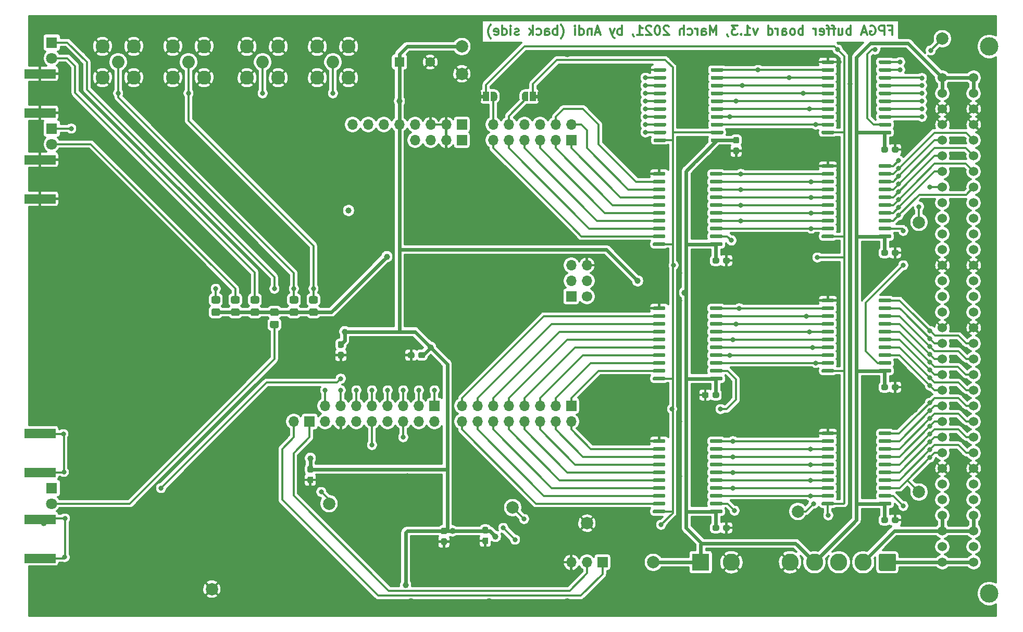
<source format=gbl>
%TF.GenerationSoftware,KiCad,Pcbnew,5.1.10-88a1d61d58~88~ubuntu18.04.1*%
%TF.CreationDate,2021-05-13T12:28:33+02:00*%
%TF.ProjectId,FPGA_buffer_board,46504741-5f62-4756-9666-65725f626f61,1.1*%
%TF.SameCoordinates,Original*%
%TF.FileFunction,Copper,L2,Bot*%
%TF.FilePolarity,Positive*%
%FSLAX46Y46*%
G04 Gerber Fmt 4.6, Leading zero omitted, Abs format (unit mm)*
G04 Created by KiCad (PCBNEW 5.1.10-88a1d61d58~88~ubuntu18.04.1) date 2021-05-13 12:28:33*
%MOMM*%
%LPD*%
G01*
G04 APERTURE LIST*
%TA.AperFunction,NonConductor*%
%ADD10C,0.300000*%
%TD*%
%TA.AperFunction,EtchedComponent*%
%ADD11C,0.100000*%
%TD*%
%TA.AperFunction,ComponentPad*%
%ADD12O,1.700000X1.700000*%
%TD*%
%TA.AperFunction,ComponentPad*%
%ADD13R,1.700000X1.700000*%
%TD*%
%TA.AperFunction,ComponentPad*%
%ADD14R,1.600000X1.600000*%
%TD*%
%TA.AperFunction,ComponentPad*%
%ADD15C,1.600000*%
%TD*%
%TA.AperFunction,ComponentPad*%
%ADD16C,2.800000*%
%TD*%
%TA.AperFunction,SMDPad,CuDef*%
%ADD17R,5.080000X1.500000*%
%TD*%
%TA.AperFunction,SMDPad,CuDef*%
%ADD18C,0.100000*%
%TD*%
%TA.AperFunction,SMDPad,CuDef*%
%ADD19R,1.000000X1.500000*%
%TD*%
%TA.AperFunction,ComponentPad*%
%ADD20R,2.800000X2.800000*%
%TD*%
%TA.AperFunction,ComponentPad*%
%ADD21C,1.700000*%
%TD*%
%TA.AperFunction,ComponentPad*%
%ADD22C,1.524000*%
%TD*%
%TA.AperFunction,ComponentPad*%
%ADD23C,3.000000*%
%TD*%
%TA.AperFunction,ComponentPad*%
%ADD24C,2.050000*%
%TD*%
%TA.AperFunction,ComponentPad*%
%ADD25C,2.250000*%
%TD*%
%TA.AperFunction,ComponentPad*%
%ADD26R,1.800000X1.800000*%
%TD*%
%TA.AperFunction,ComponentPad*%
%ADD27C,1.800000*%
%TD*%
%TA.AperFunction,ComponentPad*%
%ADD28C,2.000000*%
%TD*%
%TA.AperFunction,ViaPad*%
%ADD29C,1.000000*%
%TD*%
%TA.AperFunction,ViaPad*%
%ADD30C,0.800000*%
%TD*%
%TA.AperFunction,Conductor*%
%ADD31C,0.600000*%
%TD*%
%TA.AperFunction,Conductor*%
%ADD32C,0.350000*%
%TD*%
%TA.AperFunction,Conductor*%
%ADD33C,0.100000*%
%TD*%
G04 APERTURE END LIST*
D10*
X230087857Y-53232857D02*
X230587857Y-53232857D01*
X230587857Y-54018571D02*
X230587857Y-52518571D01*
X229873571Y-52518571D01*
X229302142Y-54018571D02*
X229302142Y-52518571D01*
X228730714Y-52518571D01*
X228587857Y-52590000D01*
X228516428Y-52661428D01*
X228445000Y-52804285D01*
X228445000Y-53018571D01*
X228516428Y-53161428D01*
X228587857Y-53232857D01*
X228730714Y-53304285D01*
X229302142Y-53304285D01*
X227016428Y-52590000D02*
X227159285Y-52518571D01*
X227373571Y-52518571D01*
X227587857Y-52590000D01*
X227730714Y-52732857D01*
X227802142Y-52875714D01*
X227873571Y-53161428D01*
X227873571Y-53375714D01*
X227802142Y-53661428D01*
X227730714Y-53804285D01*
X227587857Y-53947142D01*
X227373571Y-54018571D01*
X227230714Y-54018571D01*
X227016428Y-53947142D01*
X226945000Y-53875714D01*
X226945000Y-53375714D01*
X227230714Y-53375714D01*
X226373571Y-53590000D02*
X225659285Y-53590000D01*
X226516428Y-54018571D02*
X226016428Y-52518571D01*
X225516428Y-54018571D01*
X223873571Y-54018571D02*
X223873571Y-52518571D01*
X223873571Y-53090000D02*
X223730714Y-53018571D01*
X223445000Y-53018571D01*
X223302142Y-53090000D01*
X223230714Y-53161428D01*
X223159285Y-53304285D01*
X223159285Y-53732857D01*
X223230714Y-53875714D01*
X223302142Y-53947142D01*
X223445000Y-54018571D01*
X223730714Y-54018571D01*
X223873571Y-53947142D01*
X221873571Y-53018571D02*
X221873571Y-54018571D01*
X222516428Y-53018571D02*
X222516428Y-53804285D01*
X222445000Y-53947142D01*
X222302142Y-54018571D01*
X222087857Y-54018571D01*
X221945000Y-53947142D01*
X221873571Y-53875714D01*
X221373571Y-53018571D02*
X220802142Y-53018571D01*
X221159285Y-54018571D02*
X221159285Y-52732857D01*
X221087857Y-52590000D01*
X220945000Y-52518571D01*
X220802142Y-52518571D01*
X220516428Y-53018571D02*
X219945000Y-53018571D01*
X220302142Y-54018571D02*
X220302142Y-52732857D01*
X220230714Y-52590000D01*
X220087857Y-52518571D01*
X219945000Y-52518571D01*
X218873571Y-53947142D02*
X219016428Y-54018571D01*
X219302142Y-54018571D01*
X219445000Y-53947142D01*
X219516428Y-53804285D01*
X219516428Y-53232857D01*
X219445000Y-53090000D01*
X219302142Y-53018571D01*
X219016428Y-53018571D01*
X218873571Y-53090000D01*
X218802142Y-53232857D01*
X218802142Y-53375714D01*
X219516428Y-53518571D01*
X218159285Y-54018571D02*
X218159285Y-53018571D01*
X218159285Y-53304285D02*
X218087857Y-53161428D01*
X218016428Y-53090000D01*
X217873571Y-53018571D01*
X217730714Y-53018571D01*
X216087857Y-54018571D02*
X216087857Y-52518571D01*
X216087857Y-53090000D02*
X215945000Y-53018571D01*
X215659285Y-53018571D01*
X215516428Y-53090000D01*
X215445000Y-53161428D01*
X215373571Y-53304285D01*
X215373571Y-53732857D01*
X215445000Y-53875714D01*
X215516428Y-53947142D01*
X215659285Y-54018571D01*
X215945000Y-54018571D01*
X216087857Y-53947142D01*
X214516428Y-54018571D02*
X214659285Y-53947142D01*
X214730714Y-53875714D01*
X214802142Y-53732857D01*
X214802142Y-53304285D01*
X214730714Y-53161428D01*
X214659285Y-53090000D01*
X214516428Y-53018571D01*
X214302142Y-53018571D01*
X214159285Y-53090000D01*
X214087857Y-53161428D01*
X214016428Y-53304285D01*
X214016428Y-53732857D01*
X214087857Y-53875714D01*
X214159285Y-53947142D01*
X214302142Y-54018571D01*
X214516428Y-54018571D01*
X212730714Y-54018571D02*
X212730714Y-53232857D01*
X212802142Y-53090000D01*
X212945000Y-53018571D01*
X213230714Y-53018571D01*
X213373571Y-53090000D01*
X212730714Y-53947142D02*
X212873571Y-54018571D01*
X213230714Y-54018571D01*
X213373571Y-53947142D01*
X213445000Y-53804285D01*
X213445000Y-53661428D01*
X213373571Y-53518571D01*
X213230714Y-53447142D01*
X212873571Y-53447142D01*
X212730714Y-53375714D01*
X212016428Y-54018571D02*
X212016428Y-53018571D01*
X212016428Y-53304285D02*
X211945000Y-53161428D01*
X211873571Y-53090000D01*
X211730714Y-53018571D01*
X211587857Y-53018571D01*
X210445000Y-54018571D02*
X210445000Y-52518571D01*
X210445000Y-53947142D02*
X210587857Y-54018571D01*
X210873571Y-54018571D01*
X211016428Y-53947142D01*
X211087857Y-53875714D01*
X211159285Y-53732857D01*
X211159285Y-53304285D01*
X211087857Y-53161428D01*
X211016428Y-53090000D01*
X210873571Y-53018571D01*
X210587857Y-53018571D01*
X210445000Y-53090000D01*
X208730714Y-53018571D02*
X208373571Y-54018571D01*
X208016428Y-53018571D01*
X206659285Y-54018571D02*
X207516428Y-54018571D01*
X207087857Y-54018571D02*
X207087857Y-52518571D01*
X207230714Y-52732857D01*
X207373571Y-52875714D01*
X207516428Y-52947142D01*
X206016428Y-53875714D02*
X205945000Y-53947142D01*
X206016428Y-54018571D01*
X206087857Y-53947142D01*
X206016428Y-53875714D01*
X206016428Y-54018571D01*
X205445000Y-52518571D02*
X204516428Y-52518571D01*
X205016428Y-53090000D01*
X204802142Y-53090000D01*
X204659285Y-53161428D01*
X204587857Y-53232857D01*
X204516428Y-53375714D01*
X204516428Y-53732857D01*
X204587857Y-53875714D01*
X204659285Y-53947142D01*
X204802142Y-54018571D01*
X205230714Y-54018571D01*
X205373571Y-53947142D01*
X205445000Y-53875714D01*
X203802142Y-53947142D02*
X203802142Y-54018571D01*
X203873571Y-54161428D01*
X203945000Y-54232857D01*
X202016428Y-54018571D02*
X202016428Y-52518571D01*
X201516428Y-53590000D01*
X201016428Y-52518571D01*
X201016428Y-54018571D01*
X199659285Y-54018571D02*
X199659285Y-53232857D01*
X199730714Y-53090000D01*
X199873571Y-53018571D01*
X200159285Y-53018571D01*
X200302142Y-53090000D01*
X199659285Y-53947142D02*
X199802142Y-54018571D01*
X200159285Y-54018571D01*
X200302142Y-53947142D01*
X200373571Y-53804285D01*
X200373571Y-53661428D01*
X200302142Y-53518571D01*
X200159285Y-53447142D01*
X199802142Y-53447142D01*
X199659285Y-53375714D01*
X198945000Y-54018571D02*
X198945000Y-53018571D01*
X198945000Y-53304285D02*
X198873571Y-53161428D01*
X198802142Y-53090000D01*
X198659285Y-53018571D01*
X198516428Y-53018571D01*
X197373571Y-53947142D02*
X197516428Y-54018571D01*
X197802142Y-54018571D01*
X197945000Y-53947142D01*
X198016428Y-53875714D01*
X198087857Y-53732857D01*
X198087857Y-53304285D01*
X198016428Y-53161428D01*
X197945000Y-53090000D01*
X197802142Y-53018571D01*
X197516428Y-53018571D01*
X197373571Y-53090000D01*
X196730714Y-54018571D02*
X196730714Y-52518571D01*
X196087857Y-54018571D02*
X196087857Y-53232857D01*
X196159285Y-53090000D01*
X196302142Y-53018571D01*
X196516428Y-53018571D01*
X196659285Y-53090000D01*
X196730714Y-53161428D01*
X194302142Y-52661428D02*
X194230714Y-52590000D01*
X194087857Y-52518571D01*
X193730714Y-52518571D01*
X193587857Y-52590000D01*
X193516428Y-52661428D01*
X193445000Y-52804285D01*
X193445000Y-52947142D01*
X193516428Y-53161428D01*
X194373571Y-54018571D01*
X193445000Y-54018571D01*
X192516428Y-52518571D02*
X192373571Y-52518571D01*
X192230714Y-52590000D01*
X192159285Y-52661428D01*
X192087857Y-52804285D01*
X192016428Y-53090000D01*
X192016428Y-53447142D01*
X192087857Y-53732857D01*
X192159285Y-53875714D01*
X192230714Y-53947142D01*
X192373571Y-54018571D01*
X192516428Y-54018571D01*
X192659285Y-53947142D01*
X192730714Y-53875714D01*
X192802142Y-53732857D01*
X192873571Y-53447142D01*
X192873571Y-53090000D01*
X192802142Y-52804285D01*
X192730714Y-52661428D01*
X192659285Y-52590000D01*
X192516428Y-52518571D01*
X191445000Y-52661428D02*
X191373571Y-52590000D01*
X191230714Y-52518571D01*
X190873571Y-52518571D01*
X190730714Y-52590000D01*
X190659285Y-52661428D01*
X190587857Y-52804285D01*
X190587857Y-52947142D01*
X190659285Y-53161428D01*
X191516428Y-54018571D01*
X190587857Y-54018571D01*
X189159285Y-54018571D02*
X190016428Y-54018571D01*
X189587857Y-54018571D02*
X189587857Y-52518571D01*
X189730714Y-52732857D01*
X189873571Y-52875714D01*
X190016428Y-52947142D01*
X188445000Y-53947142D02*
X188445000Y-54018571D01*
X188516428Y-54161428D01*
X188587857Y-54232857D01*
X186659285Y-54018571D02*
X186659285Y-52518571D01*
X186659285Y-53090000D02*
X186516428Y-53018571D01*
X186230714Y-53018571D01*
X186087857Y-53090000D01*
X186016428Y-53161428D01*
X185945000Y-53304285D01*
X185945000Y-53732857D01*
X186016428Y-53875714D01*
X186087857Y-53947142D01*
X186230714Y-54018571D01*
X186516428Y-54018571D01*
X186659285Y-53947142D01*
X185445000Y-53018571D02*
X185087857Y-54018571D01*
X184730714Y-53018571D02*
X185087857Y-54018571D01*
X185230714Y-54375714D01*
X185302142Y-54447142D01*
X185445000Y-54518571D01*
X183087857Y-53590000D02*
X182373571Y-53590000D01*
X183230714Y-54018571D02*
X182730714Y-52518571D01*
X182230714Y-54018571D01*
X181730714Y-53018571D02*
X181730714Y-54018571D01*
X181730714Y-53161428D02*
X181659285Y-53090000D01*
X181516428Y-53018571D01*
X181302142Y-53018571D01*
X181159285Y-53090000D01*
X181087857Y-53232857D01*
X181087857Y-54018571D01*
X179730714Y-54018571D02*
X179730714Y-52518571D01*
X179730714Y-53947142D02*
X179873571Y-54018571D01*
X180159285Y-54018571D01*
X180302142Y-53947142D01*
X180373571Y-53875714D01*
X180445000Y-53732857D01*
X180445000Y-53304285D01*
X180373571Y-53161428D01*
X180302142Y-53090000D01*
X180159285Y-53018571D01*
X179873571Y-53018571D01*
X179730714Y-53090000D01*
X179016428Y-54018571D02*
X179016428Y-53018571D01*
X179016428Y-52518571D02*
X179087857Y-52590000D01*
X179016428Y-52661428D01*
X178945000Y-52590000D01*
X179016428Y-52518571D01*
X179016428Y-52661428D01*
X176730714Y-54590000D02*
X176802142Y-54518571D01*
X176945000Y-54304285D01*
X177016428Y-54161428D01*
X177087857Y-53947142D01*
X177159285Y-53590000D01*
X177159285Y-53304285D01*
X177087857Y-52947142D01*
X177016428Y-52732857D01*
X176945000Y-52590000D01*
X176802142Y-52375714D01*
X176730714Y-52304285D01*
X176159285Y-54018571D02*
X176159285Y-52518571D01*
X176159285Y-53090000D02*
X176016428Y-53018571D01*
X175730714Y-53018571D01*
X175587857Y-53090000D01*
X175516428Y-53161428D01*
X175445000Y-53304285D01*
X175445000Y-53732857D01*
X175516428Y-53875714D01*
X175587857Y-53947142D01*
X175730714Y-54018571D01*
X176016428Y-54018571D01*
X176159285Y-53947142D01*
X174159285Y-54018571D02*
X174159285Y-53232857D01*
X174230714Y-53090000D01*
X174373571Y-53018571D01*
X174659285Y-53018571D01*
X174802142Y-53090000D01*
X174159285Y-53947142D02*
X174302142Y-54018571D01*
X174659285Y-54018571D01*
X174802142Y-53947142D01*
X174873571Y-53804285D01*
X174873571Y-53661428D01*
X174802142Y-53518571D01*
X174659285Y-53447142D01*
X174302142Y-53447142D01*
X174159285Y-53375714D01*
X172802142Y-53947142D02*
X172945000Y-54018571D01*
X173230714Y-54018571D01*
X173373571Y-53947142D01*
X173445000Y-53875714D01*
X173516428Y-53732857D01*
X173516428Y-53304285D01*
X173445000Y-53161428D01*
X173373571Y-53090000D01*
X173230714Y-53018571D01*
X172945000Y-53018571D01*
X172802142Y-53090000D01*
X172159285Y-54018571D02*
X172159285Y-52518571D01*
X172016428Y-53447142D02*
X171587857Y-54018571D01*
X171587857Y-53018571D02*
X172159285Y-53590000D01*
X169873571Y-53947142D02*
X169730714Y-54018571D01*
X169445000Y-54018571D01*
X169302142Y-53947142D01*
X169230714Y-53804285D01*
X169230714Y-53732857D01*
X169302142Y-53590000D01*
X169445000Y-53518571D01*
X169659285Y-53518571D01*
X169802142Y-53447142D01*
X169873571Y-53304285D01*
X169873571Y-53232857D01*
X169802142Y-53090000D01*
X169659285Y-53018571D01*
X169445000Y-53018571D01*
X169302142Y-53090000D01*
X168587857Y-54018571D02*
X168587857Y-53018571D01*
X168587857Y-52518571D02*
X168659285Y-52590000D01*
X168587857Y-52661428D01*
X168516428Y-52590000D01*
X168587857Y-52518571D01*
X168587857Y-52661428D01*
X167230714Y-54018571D02*
X167230714Y-52518571D01*
X167230714Y-53947142D02*
X167373571Y-54018571D01*
X167659285Y-54018571D01*
X167802142Y-53947142D01*
X167873571Y-53875714D01*
X167945000Y-53732857D01*
X167945000Y-53304285D01*
X167873571Y-53161428D01*
X167802142Y-53090000D01*
X167659285Y-53018571D01*
X167373571Y-53018571D01*
X167230714Y-53090000D01*
X165945000Y-53947142D02*
X166087857Y-54018571D01*
X166373571Y-54018571D01*
X166516428Y-53947142D01*
X166587857Y-53804285D01*
X166587857Y-53232857D01*
X166516428Y-53090000D01*
X166373571Y-53018571D01*
X166087857Y-53018571D01*
X165945000Y-53090000D01*
X165873571Y-53232857D01*
X165873571Y-53375714D01*
X166587857Y-53518571D01*
X165373571Y-54590000D02*
X165302142Y-54518571D01*
X165159285Y-54304285D01*
X165087857Y-54161428D01*
X165016428Y-53947142D01*
X164945000Y-53590000D01*
X164945000Y-53304285D01*
X165016428Y-52947142D01*
X165087857Y-52732857D01*
X165159285Y-52590000D01*
X165302142Y-52375714D01*
X165373571Y-52304285D01*
D11*
G36*
X173112000Y-63708000D02*
G01*
X172612000Y-63708000D01*
X172612000Y-64308000D01*
X173112000Y-64308000D01*
X173112000Y-63708000D01*
G37*
G36*
X163692000Y-64308000D02*
G01*
X164192000Y-64308000D01*
X164192000Y-63708000D01*
X163692000Y-63708000D01*
X163692000Y-64308000D01*
G37*
D12*
X165735000Y-68580000D03*
X165735000Y-71120000D03*
X168275000Y-68580000D03*
X168275000Y-71120000D03*
X170815000Y-68580000D03*
X170815000Y-71120000D03*
X173355000Y-68580000D03*
X173355000Y-71120000D03*
X175895000Y-68580000D03*
X175895000Y-71120000D03*
X178435000Y-68580000D03*
D13*
X178435000Y-71120000D03*
%TA.AperFunction,SMDPad,CuDef*%
G36*
G01*
X201110000Y-71270000D02*
X201110000Y-70970000D01*
G75*
G02*
X201260000Y-70820000I150000J0D01*
G01*
X203010000Y-70820000D01*
G75*
G02*
X203160000Y-70970000I0J-150000D01*
G01*
X203160000Y-71270000D01*
G75*
G02*
X203010000Y-71420000I-150000J0D01*
G01*
X201260000Y-71420000D01*
G75*
G02*
X201110000Y-71270000I0J150000D01*
G01*
G37*
%TD.AperFunction*%
%TA.AperFunction,SMDPad,CuDef*%
G36*
G01*
X201110000Y-70000000D02*
X201110000Y-69700000D01*
G75*
G02*
X201260000Y-69550000I150000J0D01*
G01*
X203010000Y-69550000D01*
G75*
G02*
X203160000Y-69700000I0J-150000D01*
G01*
X203160000Y-70000000D01*
G75*
G02*
X203010000Y-70150000I-150000J0D01*
G01*
X201260000Y-70150000D01*
G75*
G02*
X201110000Y-70000000I0J150000D01*
G01*
G37*
%TD.AperFunction*%
%TA.AperFunction,SMDPad,CuDef*%
G36*
G01*
X201110000Y-68730000D02*
X201110000Y-68430000D01*
G75*
G02*
X201260000Y-68280000I150000J0D01*
G01*
X203010000Y-68280000D01*
G75*
G02*
X203160000Y-68430000I0J-150000D01*
G01*
X203160000Y-68730000D01*
G75*
G02*
X203010000Y-68880000I-150000J0D01*
G01*
X201260000Y-68880000D01*
G75*
G02*
X201110000Y-68730000I0J150000D01*
G01*
G37*
%TD.AperFunction*%
%TA.AperFunction,SMDPad,CuDef*%
G36*
G01*
X201110000Y-67460000D02*
X201110000Y-67160000D01*
G75*
G02*
X201260000Y-67010000I150000J0D01*
G01*
X203010000Y-67010000D01*
G75*
G02*
X203160000Y-67160000I0J-150000D01*
G01*
X203160000Y-67460000D01*
G75*
G02*
X203010000Y-67610000I-150000J0D01*
G01*
X201260000Y-67610000D01*
G75*
G02*
X201110000Y-67460000I0J150000D01*
G01*
G37*
%TD.AperFunction*%
%TA.AperFunction,SMDPad,CuDef*%
G36*
G01*
X201110000Y-66190000D02*
X201110000Y-65890000D01*
G75*
G02*
X201260000Y-65740000I150000J0D01*
G01*
X203010000Y-65740000D01*
G75*
G02*
X203160000Y-65890000I0J-150000D01*
G01*
X203160000Y-66190000D01*
G75*
G02*
X203010000Y-66340000I-150000J0D01*
G01*
X201260000Y-66340000D01*
G75*
G02*
X201110000Y-66190000I0J150000D01*
G01*
G37*
%TD.AperFunction*%
%TA.AperFunction,SMDPad,CuDef*%
G36*
G01*
X201110000Y-64920000D02*
X201110000Y-64620000D01*
G75*
G02*
X201260000Y-64470000I150000J0D01*
G01*
X203010000Y-64470000D01*
G75*
G02*
X203160000Y-64620000I0J-150000D01*
G01*
X203160000Y-64920000D01*
G75*
G02*
X203010000Y-65070000I-150000J0D01*
G01*
X201260000Y-65070000D01*
G75*
G02*
X201110000Y-64920000I0J150000D01*
G01*
G37*
%TD.AperFunction*%
%TA.AperFunction,SMDPad,CuDef*%
G36*
G01*
X201110000Y-63650000D02*
X201110000Y-63350000D01*
G75*
G02*
X201260000Y-63200000I150000J0D01*
G01*
X203010000Y-63200000D01*
G75*
G02*
X203160000Y-63350000I0J-150000D01*
G01*
X203160000Y-63650000D01*
G75*
G02*
X203010000Y-63800000I-150000J0D01*
G01*
X201260000Y-63800000D01*
G75*
G02*
X201110000Y-63650000I0J150000D01*
G01*
G37*
%TD.AperFunction*%
%TA.AperFunction,SMDPad,CuDef*%
G36*
G01*
X201110000Y-62380000D02*
X201110000Y-62080000D01*
G75*
G02*
X201260000Y-61930000I150000J0D01*
G01*
X203010000Y-61930000D01*
G75*
G02*
X203160000Y-62080000I0J-150000D01*
G01*
X203160000Y-62380000D01*
G75*
G02*
X203010000Y-62530000I-150000J0D01*
G01*
X201260000Y-62530000D01*
G75*
G02*
X201110000Y-62380000I0J150000D01*
G01*
G37*
%TD.AperFunction*%
%TA.AperFunction,SMDPad,CuDef*%
G36*
G01*
X201110000Y-61110000D02*
X201110000Y-60810000D01*
G75*
G02*
X201260000Y-60660000I150000J0D01*
G01*
X203010000Y-60660000D01*
G75*
G02*
X203160000Y-60810000I0J-150000D01*
G01*
X203160000Y-61110000D01*
G75*
G02*
X203010000Y-61260000I-150000J0D01*
G01*
X201260000Y-61260000D01*
G75*
G02*
X201110000Y-61110000I0J150000D01*
G01*
G37*
%TD.AperFunction*%
%TA.AperFunction,SMDPad,CuDef*%
G36*
G01*
X201110000Y-59840000D02*
X201110000Y-59540000D01*
G75*
G02*
X201260000Y-59390000I150000J0D01*
G01*
X203010000Y-59390000D01*
G75*
G02*
X203160000Y-59540000I0J-150000D01*
G01*
X203160000Y-59840000D01*
G75*
G02*
X203010000Y-59990000I-150000J0D01*
G01*
X201260000Y-59990000D01*
G75*
G02*
X201110000Y-59840000I0J150000D01*
G01*
G37*
%TD.AperFunction*%
%TA.AperFunction,SMDPad,CuDef*%
G36*
G01*
X191810000Y-59840000D02*
X191810000Y-59540000D01*
G75*
G02*
X191960000Y-59390000I150000J0D01*
G01*
X193710000Y-59390000D01*
G75*
G02*
X193860000Y-59540000I0J-150000D01*
G01*
X193860000Y-59840000D01*
G75*
G02*
X193710000Y-59990000I-150000J0D01*
G01*
X191960000Y-59990000D01*
G75*
G02*
X191810000Y-59840000I0J150000D01*
G01*
G37*
%TD.AperFunction*%
%TA.AperFunction,SMDPad,CuDef*%
G36*
G01*
X191810000Y-61110000D02*
X191810000Y-60810000D01*
G75*
G02*
X191960000Y-60660000I150000J0D01*
G01*
X193710000Y-60660000D01*
G75*
G02*
X193860000Y-60810000I0J-150000D01*
G01*
X193860000Y-61110000D01*
G75*
G02*
X193710000Y-61260000I-150000J0D01*
G01*
X191960000Y-61260000D01*
G75*
G02*
X191810000Y-61110000I0J150000D01*
G01*
G37*
%TD.AperFunction*%
%TA.AperFunction,SMDPad,CuDef*%
G36*
G01*
X191810000Y-62380000D02*
X191810000Y-62080000D01*
G75*
G02*
X191960000Y-61930000I150000J0D01*
G01*
X193710000Y-61930000D01*
G75*
G02*
X193860000Y-62080000I0J-150000D01*
G01*
X193860000Y-62380000D01*
G75*
G02*
X193710000Y-62530000I-150000J0D01*
G01*
X191960000Y-62530000D01*
G75*
G02*
X191810000Y-62380000I0J150000D01*
G01*
G37*
%TD.AperFunction*%
%TA.AperFunction,SMDPad,CuDef*%
G36*
G01*
X191810000Y-63650000D02*
X191810000Y-63350000D01*
G75*
G02*
X191960000Y-63200000I150000J0D01*
G01*
X193710000Y-63200000D01*
G75*
G02*
X193860000Y-63350000I0J-150000D01*
G01*
X193860000Y-63650000D01*
G75*
G02*
X193710000Y-63800000I-150000J0D01*
G01*
X191960000Y-63800000D01*
G75*
G02*
X191810000Y-63650000I0J150000D01*
G01*
G37*
%TD.AperFunction*%
%TA.AperFunction,SMDPad,CuDef*%
G36*
G01*
X191810000Y-64920000D02*
X191810000Y-64620000D01*
G75*
G02*
X191960000Y-64470000I150000J0D01*
G01*
X193710000Y-64470000D01*
G75*
G02*
X193860000Y-64620000I0J-150000D01*
G01*
X193860000Y-64920000D01*
G75*
G02*
X193710000Y-65070000I-150000J0D01*
G01*
X191960000Y-65070000D01*
G75*
G02*
X191810000Y-64920000I0J150000D01*
G01*
G37*
%TD.AperFunction*%
%TA.AperFunction,SMDPad,CuDef*%
G36*
G01*
X191810000Y-66190000D02*
X191810000Y-65890000D01*
G75*
G02*
X191960000Y-65740000I150000J0D01*
G01*
X193710000Y-65740000D01*
G75*
G02*
X193860000Y-65890000I0J-150000D01*
G01*
X193860000Y-66190000D01*
G75*
G02*
X193710000Y-66340000I-150000J0D01*
G01*
X191960000Y-66340000D01*
G75*
G02*
X191810000Y-66190000I0J150000D01*
G01*
G37*
%TD.AperFunction*%
%TA.AperFunction,SMDPad,CuDef*%
G36*
G01*
X191810000Y-67460000D02*
X191810000Y-67160000D01*
G75*
G02*
X191960000Y-67010000I150000J0D01*
G01*
X193710000Y-67010000D01*
G75*
G02*
X193860000Y-67160000I0J-150000D01*
G01*
X193860000Y-67460000D01*
G75*
G02*
X193710000Y-67610000I-150000J0D01*
G01*
X191960000Y-67610000D01*
G75*
G02*
X191810000Y-67460000I0J150000D01*
G01*
G37*
%TD.AperFunction*%
%TA.AperFunction,SMDPad,CuDef*%
G36*
G01*
X191810000Y-68730000D02*
X191810000Y-68430000D01*
G75*
G02*
X191960000Y-68280000I150000J0D01*
G01*
X193710000Y-68280000D01*
G75*
G02*
X193860000Y-68430000I0J-150000D01*
G01*
X193860000Y-68730000D01*
G75*
G02*
X193710000Y-68880000I-150000J0D01*
G01*
X191960000Y-68880000D01*
G75*
G02*
X191810000Y-68730000I0J150000D01*
G01*
G37*
%TD.AperFunction*%
%TA.AperFunction,SMDPad,CuDef*%
G36*
G01*
X191810000Y-70000000D02*
X191810000Y-69700000D01*
G75*
G02*
X191960000Y-69550000I150000J0D01*
G01*
X193710000Y-69550000D01*
G75*
G02*
X193860000Y-69700000I0J-150000D01*
G01*
X193860000Y-70000000D01*
G75*
G02*
X193710000Y-70150000I-150000J0D01*
G01*
X191960000Y-70150000D01*
G75*
G02*
X191810000Y-70000000I0J150000D01*
G01*
G37*
%TD.AperFunction*%
%TA.AperFunction,SMDPad,CuDef*%
G36*
G01*
X191810000Y-71270000D02*
X191810000Y-70970000D01*
G75*
G02*
X191960000Y-70820000I150000J0D01*
G01*
X193710000Y-70820000D01*
G75*
G02*
X193860000Y-70970000I0J-150000D01*
G01*
X193860000Y-71270000D01*
G75*
G02*
X193710000Y-71420000I-150000J0D01*
G01*
X191960000Y-71420000D01*
G75*
G02*
X191810000Y-71270000I0J150000D01*
G01*
G37*
%TD.AperFunction*%
%TA.AperFunction,SMDPad,CuDef*%
G36*
G01*
X219115000Y-108735000D02*
X219115000Y-108435000D01*
G75*
G02*
X219265000Y-108285000I150000J0D01*
G01*
X221015000Y-108285000D01*
G75*
G02*
X221165000Y-108435000I0J-150000D01*
G01*
X221165000Y-108735000D01*
G75*
G02*
X221015000Y-108885000I-150000J0D01*
G01*
X219265000Y-108885000D01*
G75*
G02*
X219115000Y-108735000I0J150000D01*
G01*
G37*
%TD.AperFunction*%
%TA.AperFunction,SMDPad,CuDef*%
G36*
G01*
X219115000Y-107465000D02*
X219115000Y-107165000D01*
G75*
G02*
X219265000Y-107015000I150000J0D01*
G01*
X221015000Y-107015000D01*
G75*
G02*
X221165000Y-107165000I0J-150000D01*
G01*
X221165000Y-107465000D01*
G75*
G02*
X221015000Y-107615000I-150000J0D01*
G01*
X219265000Y-107615000D01*
G75*
G02*
X219115000Y-107465000I0J150000D01*
G01*
G37*
%TD.AperFunction*%
%TA.AperFunction,SMDPad,CuDef*%
G36*
G01*
X219115000Y-106195000D02*
X219115000Y-105895000D01*
G75*
G02*
X219265000Y-105745000I150000J0D01*
G01*
X221015000Y-105745000D01*
G75*
G02*
X221165000Y-105895000I0J-150000D01*
G01*
X221165000Y-106195000D01*
G75*
G02*
X221015000Y-106345000I-150000J0D01*
G01*
X219265000Y-106345000D01*
G75*
G02*
X219115000Y-106195000I0J150000D01*
G01*
G37*
%TD.AperFunction*%
%TA.AperFunction,SMDPad,CuDef*%
G36*
G01*
X219115000Y-104925000D02*
X219115000Y-104625000D01*
G75*
G02*
X219265000Y-104475000I150000J0D01*
G01*
X221015000Y-104475000D01*
G75*
G02*
X221165000Y-104625000I0J-150000D01*
G01*
X221165000Y-104925000D01*
G75*
G02*
X221015000Y-105075000I-150000J0D01*
G01*
X219265000Y-105075000D01*
G75*
G02*
X219115000Y-104925000I0J150000D01*
G01*
G37*
%TD.AperFunction*%
%TA.AperFunction,SMDPad,CuDef*%
G36*
G01*
X219115000Y-103655000D02*
X219115000Y-103355000D01*
G75*
G02*
X219265000Y-103205000I150000J0D01*
G01*
X221015000Y-103205000D01*
G75*
G02*
X221165000Y-103355000I0J-150000D01*
G01*
X221165000Y-103655000D01*
G75*
G02*
X221015000Y-103805000I-150000J0D01*
G01*
X219265000Y-103805000D01*
G75*
G02*
X219115000Y-103655000I0J150000D01*
G01*
G37*
%TD.AperFunction*%
%TA.AperFunction,SMDPad,CuDef*%
G36*
G01*
X219115000Y-102385000D02*
X219115000Y-102085000D01*
G75*
G02*
X219265000Y-101935000I150000J0D01*
G01*
X221015000Y-101935000D01*
G75*
G02*
X221165000Y-102085000I0J-150000D01*
G01*
X221165000Y-102385000D01*
G75*
G02*
X221015000Y-102535000I-150000J0D01*
G01*
X219265000Y-102535000D01*
G75*
G02*
X219115000Y-102385000I0J150000D01*
G01*
G37*
%TD.AperFunction*%
%TA.AperFunction,SMDPad,CuDef*%
G36*
G01*
X219115000Y-101115000D02*
X219115000Y-100815000D01*
G75*
G02*
X219265000Y-100665000I150000J0D01*
G01*
X221015000Y-100665000D01*
G75*
G02*
X221165000Y-100815000I0J-150000D01*
G01*
X221165000Y-101115000D01*
G75*
G02*
X221015000Y-101265000I-150000J0D01*
G01*
X219265000Y-101265000D01*
G75*
G02*
X219115000Y-101115000I0J150000D01*
G01*
G37*
%TD.AperFunction*%
%TA.AperFunction,SMDPad,CuDef*%
G36*
G01*
X219115000Y-99845000D02*
X219115000Y-99545000D01*
G75*
G02*
X219265000Y-99395000I150000J0D01*
G01*
X221015000Y-99395000D01*
G75*
G02*
X221165000Y-99545000I0J-150000D01*
G01*
X221165000Y-99845000D01*
G75*
G02*
X221015000Y-99995000I-150000J0D01*
G01*
X219265000Y-99995000D01*
G75*
G02*
X219115000Y-99845000I0J150000D01*
G01*
G37*
%TD.AperFunction*%
%TA.AperFunction,SMDPad,CuDef*%
G36*
G01*
X219115000Y-98575000D02*
X219115000Y-98275000D01*
G75*
G02*
X219265000Y-98125000I150000J0D01*
G01*
X221015000Y-98125000D01*
G75*
G02*
X221165000Y-98275000I0J-150000D01*
G01*
X221165000Y-98575000D01*
G75*
G02*
X221015000Y-98725000I-150000J0D01*
G01*
X219265000Y-98725000D01*
G75*
G02*
X219115000Y-98575000I0J150000D01*
G01*
G37*
%TD.AperFunction*%
%TA.AperFunction,SMDPad,CuDef*%
G36*
G01*
X219115000Y-97305000D02*
X219115000Y-97005000D01*
G75*
G02*
X219265000Y-96855000I150000J0D01*
G01*
X221015000Y-96855000D01*
G75*
G02*
X221165000Y-97005000I0J-150000D01*
G01*
X221165000Y-97305000D01*
G75*
G02*
X221015000Y-97455000I-150000J0D01*
G01*
X219265000Y-97455000D01*
G75*
G02*
X219115000Y-97305000I0J150000D01*
G01*
G37*
%TD.AperFunction*%
%TA.AperFunction,SMDPad,CuDef*%
G36*
G01*
X228415000Y-97305000D02*
X228415000Y-97005000D01*
G75*
G02*
X228565000Y-96855000I150000J0D01*
G01*
X230315000Y-96855000D01*
G75*
G02*
X230465000Y-97005000I0J-150000D01*
G01*
X230465000Y-97305000D01*
G75*
G02*
X230315000Y-97455000I-150000J0D01*
G01*
X228565000Y-97455000D01*
G75*
G02*
X228415000Y-97305000I0J150000D01*
G01*
G37*
%TD.AperFunction*%
%TA.AperFunction,SMDPad,CuDef*%
G36*
G01*
X228415000Y-98575000D02*
X228415000Y-98275000D01*
G75*
G02*
X228565000Y-98125000I150000J0D01*
G01*
X230315000Y-98125000D01*
G75*
G02*
X230465000Y-98275000I0J-150000D01*
G01*
X230465000Y-98575000D01*
G75*
G02*
X230315000Y-98725000I-150000J0D01*
G01*
X228565000Y-98725000D01*
G75*
G02*
X228415000Y-98575000I0J150000D01*
G01*
G37*
%TD.AperFunction*%
%TA.AperFunction,SMDPad,CuDef*%
G36*
G01*
X228415000Y-99845000D02*
X228415000Y-99545000D01*
G75*
G02*
X228565000Y-99395000I150000J0D01*
G01*
X230315000Y-99395000D01*
G75*
G02*
X230465000Y-99545000I0J-150000D01*
G01*
X230465000Y-99845000D01*
G75*
G02*
X230315000Y-99995000I-150000J0D01*
G01*
X228565000Y-99995000D01*
G75*
G02*
X228415000Y-99845000I0J150000D01*
G01*
G37*
%TD.AperFunction*%
%TA.AperFunction,SMDPad,CuDef*%
G36*
G01*
X228415000Y-101115000D02*
X228415000Y-100815000D01*
G75*
G02*
X228565000Y-100665000I150000J0D01*
G01*
X230315000Y-100665000D01*
G75*
G02*
X230465000Y-100815000I0J-150000D01*
G01*
X230465000Y-101115000D01*
G75*
G02*
X230315000Y-101265000I-150000J0D01*
G01*
X228565000Y-101265000D01*
G75*
G02*
X228415000Y-101115000I0J150000D01*
G01*
G37*
%TD.AperFunction*%
%TA.AperFunction,SMDPad,CuDef*%
G36*
G01*
X228415000Y-102385000D02*
X228415000Y-102085000D01*
G75*
G02*
X228565000Y-101935000I150000J0D01*
G01*
X230315000Y-101935000D01*
G75*
G02*
X230465000Y-102085000I0J-150000D01*
G01*
X230465000Y-102385000D01*
G75*
G02*
X230315000Y-102535000I-150000J0D01*
G01*
X228565000Y-102535000D01*
G75*
G02*
X228415000Y-102385000I0J150000D01*
G01*
G37*
%TD.AperFunction*%
%TA.AperFunction,SMDPad,CuDef*%
G36*
G01*
X228415000Y-103655000D02*
X228415000Y-103355000D01*
G75*
G02*
X228565000Y-103205000I150000J0D01*
G01*
X230315000Y-103205000D01*
G75*
G02*
X230465000Y-103355000I0J-150000D01*
G01*
X230465000Y-103655000D01*
G75*
G02*
X230315000Y-103805000I-150000J0D01*
G01*
X228565000Y-103805000D01*
G75*
G02*
X228415000Y-103655000I0J150000D01*
G01*
G37*
%TD.AperFunction*%
%TA.AperFunction,SMDPad,CuDef*%
G36*
G01*
X228415000Y-104925000D02*
X228415000Y-104625000D01*
G75*
G02*
X228565000Y-104475000I150000J0D01*
G01*
X230315000Y-104475000D01*
G75*
G02*
X230465000Y-104625000I0J-150000D01*
G01*
X230465000Y-104925000D01*
G75*
G02*
X230315000Y-105075000I-150000J0D01*
G01*
X228565000Y-105075000D01*
G75*
G02*
X228415000Y-104925000I0J150000D01*
G01*
G37*
%TD.AperFunction*%
%TA.AperFunction,SMDPad,CuDef*%
G36*
G01*
X228415000Y-106195000D02*
X228415000Y-105895000D01*
G75*
G02*
X228565000Y-105745000I150000J0D01*
G01*
X230315000Y-105745000D01*
G75*
G02*
X230465000Y-105895000I0J-150000D01*
G01*
X230465000Y-106195000D01*
G75*
G02*
X230315000Y-106345000I-150000J0D01*
G01*
X228565000Y-106345000D01*
G75*
G02*
X228415000Y-106195000I0J150000D01*
G01*
G37*
%TD.AperFunction*%
%TA.AperFunction,SMDPad,CuDef*%
G36*
G01*
X228415000Y-107465000D02*
X228415000Y-107165000D01*
G75*
G02*
X228565000Y-107015000I150000J0D01*
G01*
X230315000Y-107015000D01*
G75*
G02*
X230465000Y-107165000I0J-150000D01*
G01*
X230465000Y-107465000D01*
G75*
G02*
X230315000Y-107615000I-150000J0D01*
G01*
X228565000Y-107615000D01*
G75*
G02*
X228415000Y-107465000I0J150000D01*
G01*
G37*
%TD.AperFunction*%
%TA.AperFunction,SMDPad,CuDef*%
G36*
G01*
X228415000Y-108735000D02*
X228415000Y-108435000D01*
G75*
G02*
X228565000Y-108285000I150000J0D01*
G01*
X230315000Y-108285000D01*
G75*
G02*
X230465000Y-108435000I0J-150000D01*
G01*
X230465000Y-108735000D01*
G75*
G02*
X230315000Y-108885000I-150000J0D01*
G01*
X228565000Y-108885000D01*
G75*
G02*
X228415000Y-108735000I0J150000D01*
G01*
G37*
%TD.AperFunction*%
%TA.AperFunction,SMDPad,CuDef*%
G36*
G01*
X219115000Y-130325000D02*
X219115000Y-130025000D01*
G75*
G02*
X219265000Y-129875000I150000J0D01*
G01*
X221015000Y-129875000D01*
G75*
G02*
X221165000Y-130025000I0J-150000D01*
G01*
X221165000Y-130325000D01*
G75*
G02*
X221015000Y-130475000I-150000J0D01*
G01*
X219265000Y-130475000D01*
G75*
G02*
X219115000Y-130325000I0J150000D01*
G01*
G37*
%TD.AperFunction*%
%TA.AperFunction,SMDPad,CuDef*%
G36*
G01*
X219115000Y-129055000D02*
X219115000Y-128755000D01*
G75*
G02*
X219265000Y-128605000I150000J0D01*
G01*
X221015000Y-128605000D01*
G75*
G02*
X221165000Y-128755000I0J-150000D01*
G01*
X221165000Y-129055000D01*
G75*
G02*
X221015000Y-129205000I-150000J0D01*
G01*
X219265000Y-129205000D01*
G75*
G02*
X219115000Y-129055000I0J150000D01*
G01*
G37*
%TD.AperFunction*%
%TA.AperFunction,SMDPad,CuDef*%
G36*
G01*
X219115000Y-127785000D02*
X219115000Y-127485000D01*
G75*
G02*
X219265000Y-127335000I150000J0D01*
G01*
X221015000Y-127335000D01*
G75*
G02*
X221165000Y-127485000I0J-150000D01*
G01*
X221165000Y-127785000D01*
G75*
G02*
X221015000Y-127935000I-150000J0D01*
G01*
X219265000Y-127935000D01*
G75*
G02*
X219115000Y-127785000I0J150000D01*
G01*
G37*
%TD.AperFunction*%
%TA.AperFunction,SMDPad,CuDef*%
G36*
G01*
X219115000Y-126515000D02*
X219115000Y-126215000D01*
G75*
G02*
X219265000Y-126065000I150000J0D01*
G01*
X221015000Y-126065000D01*
G75*
G02*
X221165000Y-126215000I0J-150000D01*
G01*
X221165000Y-126515000D01*
G75*
G02*
X221015000Y-126665000I-150000J0D01*
G01*
X219265000Y-126665000D01*
G75*
G02*
X219115000Y-126515000I0J150000D01*
G01*
G37*
%TD.AperFunction*%
%TA.AperFunction,SMDPad,CuDef*%
G36*
G01*
X219115000Y-125245000D02*
X219115000Y-124945000D01*
G75*
G02*
X219265000Y-124795000I150000J0D01*
G01*
X221015000Y-124795000D01*
G75*
G02*
X221165000Y-124945000I0J-150000D01*
G01*
X221165000Y-125245000D01*
G75*
G02*
X221015000Y-125395000I-150000J0D01*
G01*
X219265000Y-125395000D01*
G75*
G02*
X219115000Y-125245000I0J150000D01*
G01*
G37*
%TD.AperFunction*%
%TA.AperFunction,SMDPad,CuDef*%
G36*
G01*
X219115000Y-123975000D02*
X219115000Y-123675000D01*
G75*
G02*
X219265000Y-123525000I150000J0D01*
G01*
X221015000Y-123525000D01*
G75*
G02*
X221165000Y-123675000I0J-150000D01*
G01*
X221165000Y-123975000D01*
G75*
G02*
X221015000Y-124125000I-150000J0D01*
G01*
X219265000Y-124125000D01*
G75*
G02*
X219115000Y-123975000I0J150000D01*
G01*
G37*
%TD.AperFunction*%
%TA.AperFunction,SMDPad,CuDef*%
G36*
G01*
X219115000Y-122705000D02*
X219115000Y-122405000D01*
G75*
G02*
X219265000Y-122255000I150000J0D01*
G01*
X221015000Y-122255000D01*
G75*
G02*
X221165000Y-122405000I0J-150000D01*
G01*
X221165000Y-122705000D01*
G75*
G02*
X221015000Y-122855000I-150000J0D01*
G01*
X219265000Y-122855000D01*
G75*
G02*
X219115000Y-122705000I0J150000D01*
G01*
G37*
%TD.AperFunction*%
%TA.AperFunction,SMDPad,CuDef*%
G36*
G01*
X219115000Y-121435000D02*
X219115000Y-121135000D01*
G75*
G02*
X219265000Y-120985000I150000J0D01*
G01*
X221015000Y-120985000D01*
G75*
G02*
X221165000Y-121135000I0J-150000D01*
G01*
X221165000Y-121435000D01*
G75*
G02*
X221015000Y-121585000I-150000J0D01*
G01*
X219265000Y-121585000D01*
G75*
G02*
X219115000Y-121435000I0J150000D01*
G01*
G37*
%TD.AperFunction*%
%TA.AperFunction,SMDPad,CuDef*%
G36*
G01*
X219115000Y-120165000D02*
X219115000Y-119865000D01*
G75*
G02*
X219265000Y-119715000I150000J0D01*
G01*
X221015000Y-119715000D01*
G75*
G02*
X221165000Y-119865000I0J-150000D01*
G01*
X221165000Y-120165000D01*
G75*
G02*
X221015000Y-120315000I-150000J0D01*
G01*
X219265000Y-120315000D01*
G75*
G02*
X219115000Y-120165000I0J150000D01*
G01*
G37*
%TD.AperFunction*%
%TA.AperFunction,SMDPad,CuDef*%
G36*
G01*
X219115000Y-118895000D02*
X219115000Y-118595000D01*
G75*
G02*
X219265000Y-118445000I150000J0D01*
G01*
X221015000Y-118445000D01*
G75*
G02*
X221165000Y-118595000I0J-150000D01*
G01*
X221165000Y-118895000D01*
G75*
G02*
X221015000Y-119045000I-150000J0D01*
G01*
X219265000Y-119045000D01*
G75*
G02*
X219115000Y-118895000I0J150000D01*
G01*
G37*
%TD.AperFunction*%
%TA.AperFunction,SMDPad,CuDef*%
G36*
G01*
X228415000Y-118895000D02*
X228415000Y-118595000D01*
G75*
G02*
X228565000Y-118445000I150000J0D01*
G01*
X230315000Y-118445000D01*
G75*
G02*
X230465000Y-118595000I0J-150000D01*
G01*
X230465000Y-118895000D01*
G75*
G02*
X230315000Y-119045000I-150000J0D01*
G01*
X228565000Y-119045000D01*
G75*
G02*
X228415000Y-118895000I0J150000D01*
G01*
G37*
%TD.AperFunction*%
%TA.AperFunction,SMDPad,CuDef*%
G36*
G01*
X228415000Y-120165000D02*
X228415000Y-119865000D01*
G75*
G02*
X228565000Y-119715000I150000J0D01*
G01*
X230315000Y-119715000D01*
G75*
G02*
X230465000Y-119865000I0J-150000D01*
G01*
X230465000Y-120165000D01*
G75*
G02*
X230315000Y-120315000I-150000J0D01*
G01*
X228565000Y-120315000D01*
G75*
G02*
X228415000Y-120165000I0J150000D01*
G01*
G37*
%TD.AperFunction*%
%TA.AperFunction,SMDPad,CuDef*%
G36*
G01*
X228415000Y-121435000D02*
X228415000Y-121135000D01*
G75*
G02*
X228565000Y-120985000I150000J0D01*
G01*
X230315000Y-120985000D01*
G75*
G02*
X230465000Y-121135000I0J-150000D01*
G01*
X230465000Y-121435000D01*
G75*
G02*
X230315000Y-121585000I-150000J0D01*
G01*
X228565000Y-121585000D01*
G75*
G02*
X228415000Y-121435000I0J150000D01*
G01*
G37*
%TD.AperFunction*%
%TA.AperFunction,SMDPad,CuDef*%
G36*
G01*
X228415000Y-122705000D02*
X228415000Y-122405000D01*
G75*
G02*
X228565000Y-122255000I150000J0D01*
G01*
X230315000Y-122255000D01*
G75*
G02*
X230465000Y-122405000I0J-150000D01*
G01*
X230465000Y-122705000D01*
G75*
G02*
X230315000Y-122855000I-150000J0D01*
G01*
X228565000Y-122855000D01*
G75*
G02*
X228415000Y-122705000I0J150000D01*
G01*
G37*
%TD.AperFunction*%
%TA.AperFunction,SMDPad,CuDef*%
G36*
G01*
X228415000Y-123975000D02*
X228415000Y-123675000D01*
G75*
G02*
X228565000Y-123525000I150000J0D01*
G01*
X230315000Y-123525000D01*
G75*
G02*
X230465000Y-123675000I0J-150000D01*
G01*
X230465000Y-123975000D01*
G75*
G02*
X230315000Y-124125000I-150000J0D01*
G01*
X228565000Y-124125000D01*
G75*
G02*
X228415000Y-123975000I0J150000D01*
G01*
G37*
%TD.AperFunction*%
%TA.AperFunction,SMDPad,CuDef*%
G36*
G01*
X228415000Y-125245000D02*
X228415000Y-124945000D01*
G75*
G02*
X228565000Y-124795000I150000J0D01*
G01*
X230315000Y-124795000D01*
G75*
G02*
X230465000Y-124945000I0J-150000D01*
G01*
X230465000Y-125245000D01*
G75*
G02*
X230315000Y-125395000I-150000J0D01*
G01*
X228565000Y-125395000D01*
G75*
G02*
X228415000Y-125245000I0J150000D01*
G01*
G37*
%TD.AperFunction*%
%TA.AperFunction,SMDPad,CuDef*%
G36*
G01*
X228415000Y-126515000D02*
X228415000Y-126215000D01*
G75*
G02*
X228565000Y-126065000I150000J0D01*
G01*
X230315000Y-126065000D01*
G75*
G02*
X230465000Y-126215000I0J-150000D01*
G01*
X230465000Y-126515000D01*
G75*
G02*
X230315000Y-126665000I-150000J0D01*
G01*
X228565000Y-126665000D01*
G75*
G02*
X228415000Y-126515000I0J150000D01*
G01*
G37*
%TD.AperFunction*%
%TA.AperFunction,SMDPad,CuDef*%
G36*
G01*
X228415000Y-127785000D02*
X228415000Y-127485000D01*
G75*
G02*
X228565000Y-127335000I150000J0D01*
G01*
X230315000Y-127335000D01*
G75*
G02*
X230465000Y-127485000I0J-150000D01*
G01*
X230465000Y-127785000D01*
G75*
G02*
X230315000Y-127935000I-150000J0D01*
G01*
X228565000Y-127935000D01*
G75*
G02*
X228415000Y-127785000I0J150000D01*
G01*
G37*
%TD.AperFunction*%
%TA.AperFunction,SMDPad,CuDef*%
G36*
G01*
X228415000Y-129055000D02*
X228415000Y-128755000D01*
G75*
G02*
X228565000Y-128605000I150000J0D01*
G01*
X230315000Y-128605000D01*
G75*
G02*
X230465000Y-128755000I0J-150000D01*
G01*
X230465000Y-129055000D01*
G75*
G02*
X230315000Y-129205000I-150000J0D01*
G01*
X228565000Y-129205000D01*
G75*
G02*
X228415000Y-129055000I0J150000D01*
G01*
G37*
%TD.AperFunction*%
%TA.AperFunction,SMDPad,CuDef*%
G36*
G01*
X228415000Y-130325000D02*
X228415000Y-130025000D01*
G75*
G02*
X228565000Y-129875000I150000J0D01*
G01*
X230315000Y-129875000D01*
G75*
G02*
X230465000Y-130025000I0J-150000D01*
G01*
X230465000Y-130325000D01*
G75*
G02*
X230315000Y-130475000I-150000J0D01*
G01*
X228565000Y-130475000D01*
G75*
G02*
X228415000Y-130325000I0J150000D01*
G01*
G37*
%TD.AperFunction*%
D14*
X150495000Y-58420000D03*
D15*
X155495000Y-58420000D03*
D13*
X183515000Y-139700000D03*
D12*
X180975000Y-139700000D03*
X178435000Y-139700000D03*
%TA.AperFunction,ComponentPad*%
G36*
G01*
X231235000Y-138560400D02*
X231235000Y-140839600D01*
G75*
G02*
X230974600Y-141100000I-260400J0D01*
G01*
X228695400Y-141100000D01*
G75*
G02*
X228435000Y-140839600I0J260400D01*
G01*
X228435000Y-138560400D01*
G75*
G02*
X228695400Y-138300000I260400J0D01*
G01*
X230974600Y-138300000D01*
G75*
G02*
X231235000Y-138560400I0J-260400D01*
G01*
G37*
%TD.AperFunction*%
D16*
X225875000Y-139700000D03*
X221915000Y-139700000D03*
X217955000Y-139700000D03*
X213995000Y-139700000D03*
D17*
X92075000Y-132715000D03*
X92075000Y-139065000D03*
X92075000Y-125095000D03*
X92075000Y-118745000D03*
%TA.AperFunction,SMDPad,CuDef*%
D18*
G36*
X170912000Y-64757398D02*
G01*
X170887466Y-64757398D01*
X170838635Y-64752588D01*
X170790510Y-64743016D01*
X170743555Y-64728772D01*
X170698222Y-64709995D01*
X170654949Y-64686864D01*
X170614150Y-64659604D01*
X170576221Y-64628476D01*
X170541524Y-64593779D01*
X170510396Y-64555850D01*
X170483136Y-64515051D01*
X170460005Y-64471778D01*
X170441228Y-64426445D01*
X170426984Y-64379490D01*
X170417412Y-64331365D01*
X170412602Y-64282534D01*
X170412602Y-64258000D01*
X170412000Y-64258000D01*
X170412000Y-63758000D01*
X170412602Y-63758000D01*
X170412602Y-63733466D01*
X170417412Y-63684635D01*
X170426984Y-63636510D01*
X170441228Y-63589555D01*
X170460005Y-63544222D01*
X170483136Y-63500949D01*
X170510396Y-63460150D01*
X170541524Y-63422221D01*
X170576221Y-63387524D01*
X170614150Y-63356396D01*
X170654949Y-63329136D01*
X170698222Y-63306005D01*
X170743555Y-63287228D01*
X170790510Y-63272984D01*
X170838635Y-63263412D01*
X170887466Y-63258602D01*
X170912000Y-63258602D01*
X170912000Y-63258000D01*
X171462000Y-63258000D01*
X171462000Y-64758000D01*
X170912000Y-64758000D01*
X170912000Y-64757398D01*
G37*
%TD.AperFunction*%
D19*
X172212000Y-64008000D03*
%TA.AperFunction,SMDPad,CuDef*%
D18*
G36*
X172962000Y-63258000D02*
G01*
X173512000Y-63258000D01*
X173512000Y-63258602D01*
X173536534Y-63258602D01*
X173585365Y-63263412D01*
X173633490Y-63272984D01*
X173680445Y-63287228D01*
X173725778Y-63306005D01*
X173769051Y-63329136D01*
X173809850Y-63356396D01*
X173847779Y-63387524D01*
X173882476Y-63422221D01*
X173913604Y-63460150D01*
X173940864Y-63500949D01*
X173963995Y-63544222D01*
X173982772Y-63589555D01*
X173997016Y-63636510D01*
X174006588Y-63684635D01*
X174011398Y-63733466D01*
X174011398Y-63758000D01*
X174012000Y-63758000D01*
X174012000Y-64258000D01*
X174011398Y-64258000D01*
X174011398Y-64282534D01*
X174006588Y-64331365D01*
X173997016Y-64379490D01*
X173982772Y-64426445D01*
X173963995Y-64471778D01*
X173940864Y-64515051D01*
X173913604Y-64555850D01*
X173882476Y-64593779D01*
X173847779Y-64628476D01*
X173809850Y-64659604D01*
X173769051Y-64686864D01*
X173725778Y-64709995D01*
X173680445Y-64728772D01*
X173633490Y-64743016D01*
X173585365Y-64752588D01*
X173536534Y-64757398D01*
X173512000Y-64757398D01*
X173512000Y-64758000D01*
X172962000Y-64758000D01*
X172962000Y-63258000D01*
G37*
%TD.AperFunction*%
%TA.AperFunction,SMDPad,CuDef*%
G36*
G01*
X200983000Y-88161000D02*
X200983000Y-87861000D01*
G75*
G02*
X201133000Y-87711000I150000J0D01*
G01*
X202883000Y-87711000D01*
G75*
G02*
X203033000Y-87861000I0J-150000D01*
G01*
X203033000Y-88161000D01*
G75*
G02*
X202883000Y-88311000I-150000J0D01*
G01*
X201133000Y-88311000D01*
G75*
G02*
X200983000Y-88161000I0J150000D01*
G01*
G37*
%TD.AperFunction*%
%TA.AperFunction,SMDPad,CuDef*%
G36*
G01*
X200983000Y-86891000D02*
X200983000Y-86591000D01*
G75*
G02*
X201133000Y-86441000I150000J0D01*
G01*
X202883000Y-86441000D01*
G75*
G02*
X203033000Y-86591000I0J-150000D01*
G01*
X203033000Y-86891000D01*
G75*
G02*
X202883000Y-87041000I-150000J0D01*
G01*
X201133000Y-87041000D01*
G75*
G02*
X200983000Y-86891000I0J150000D01*
G01*
G37*
%TD.AperFunction*%
%TA.AperFunction,SMDPad,CuDef*%
G36*
G01*
X200983000Y-85621000D02*
X200983000Y-85321000D01*
G75*
G02*
X201133000Y-85171000I150000J0D01*
G01*
X202883000Y-85171000D01*
G75*
G02*
X203033000Y-85321000I0J-150000D01*
G01*
X203033000Y-85621000D01*
G75*
G02*
X202883000Y-85771000I-150000J0D01*
G01*
X201133000Y-85771000D01*
G75*
G02*
X200983000Y-85621000I0J150000D01*
G01*
G37*
%TD.AperFunction*%
%TA.AperFunction,SMDPad,CuDef*%
G36*
G01*
X200983000Y-84351000D02*
X200983000Y-84051000D01*
G75*
G02*
X201133000Y-83901000I150000J0D01*
G01*
X202883000Y-83901000D01*
G75*
G02*
X203033000Y-84051000I0J-150000D01*
G01*
X203033000Y-84351000D01*
G75*
G02*
X202883000Y-84501000I-150000J0D01*
G01*
X201133000Y-84501000D01*
G75*
G02*
X200983000Y-84351000I0J150000D01*
G01*
G37*
%TD.AperFunction*%
%TA.AperFunction,SMDPad,CuDef*%
G36*
G01*
X200983000Y-83081000D02*
X200983000Y-82781000D01*
G75*
G02*
X201133000Y-82631000I150000J0D01*
G01*
X202883000Y-82631000D01*
G75*
G02*
X203033000Y-82781000I0J-150000D01*
G01*
X203033000Y-83081000D01*
G75*
G02*
X202883000Y-83231000I-150000J0D01*
G01*
X201133000Y-83231000D01*
G75*
G02*
X200983000Y-83081000I0J150000D01*
G01*
G37*
%TD.AperFunction*%
%TA.AperFunction,SMDPad,CuDef*%
G36*
G01*
X200983000Y-81811000D02*
X200983000Y-81511000D01*
G75*
G02*
X201133000Y-81361000I150000J0D01*
G01*
X202883000Y-81361000D01*
G75*
G02*
X203033000Y-81511000I0J-150000D01*
G01*
X203033000Y-81811000D01*
G75*
G02*
X202883000Y-81961000I-150000J0D01*
G01*
X201133000Y-81961000D01*
G75*
G02*
X200983000Y-81811000I0J150000D01*
G01*
G37*
%TD.AperFunction*%
%TA.AperFunction,SMDPad,CuDef*%
G36*
G01*
X200983000Y-80541000D02*
X200983000Y-80241000D01*
G75*
G02*
X201133000Y-80091000I150000J0D01*
G01*
X202883000Y-80091000D01*
G75*
G02*
X203033000Y-80241000I0J-150000D01*
G01*
X203033000Y-80541000D01*
G75*
G02*
X202883000Y-80691000I-150000J0D01*
G01*
X201133000Y-80691000D01*
G75*
G02*
X200983000Y-80541000I0J150000D01*
G01*
G37*
%TD.AperFunction*%
%TA.AperFunction,SMDPad,CuDef*%
G36*
G01*
X200983000Y-79271000D02*
X200983000Y-78971000D01*
G75*
G02*
X201133000Y-78821000I150000J0D01*
G01*
X202883000Y-78821000D01*
G75*
G02*
X203033000Y-78971000I0J-150000D01*
G01*
X203033000Y-79271000D01*
G75*
G02*
X202883000Y-79421000I-150000J0D01*
G01*
X201133000Y-79421000D01*
G75*
G02*
X200983000Y-79271000I0J150000D01*
G01*
G37*
%TD.AperFunction*%
%TA.AperFunction,SMDPad,CuDef*%
G36*
G01*
X200983000Y-78001000D02*
X200983000Y-77701000D01*
G75*
G02*
X201133000Y-77551000I150000J0D01*
G01*
X202883000Y-77551000D01*
G75*
G02*
X203033000Y-77701000I0J-150000D01*
G01*
X203033000Y-78001000D01*
G75*
G02*
X202883000Y-78151000I-150000J0D01*
G01*
X201133000Y-78151000D01*
G75*
G02*
X200983000Y-78001000I0J150000D01*
G01*
G37*
%TD.AperFunction*%
%TA.AperFunction,SMDPad,CuDef*%
G36*
G01*
X200983000Y-76731000D02*
X200983000Y-76431000D01*
G75*
G02*
X201133000Y-76281000I150000J0D01*
G01*
X202883000Y-76281000D01*
G75*
G02*
X203033000Y-76431000I0J-150000D01*
G01*
X203033000Y-76731000D01*
G75*
G02*
X202883000Y-76881000I-150000J0D01*
G01*
X201133000Y-76881000D01*
G75*
G02*
X200983000Y-76731000I0J150000D01*
G01*
G37*
%TD.AperFunction*%
%TA.AperFunction,SMDPad,CuDef*%
G36*
G01*
X191683000Y-76731000D02*
X191683000Y-76431000D01*
G75*
G02*
X191833000Y-76281000I150000J0D01*
G01*
X193583000Y-76281000D01*
G75*
G02*
X193733000Y-76431000I0J-150000D01*
G01*
X193733000Y-76731000D01*
G75*
G02*
X193583000Y-76881000I-150000J0D01*
G01*
X191833000Y-76881000D01*
G75*
G02*
X191683000Y-76731000I0J150000D01*
G01*
G37*
%TD.AperFunction*%
%TA.AperFunction,SMDPad,CuDef*%
G36*
G01*
X191683000Y-78001000D02*
X191683000Y-77701000D01*
G75*
G02*
X191833000Y-77551000I150000J0D01*
G01*
X193583000Y-77551000D01*
G75*
G02*
X193733000Y-77701000I0J-150000D01*
G01*
X193733000Y-78001000D01*
G75*
G02*
X193583000Y-78151000I-150000J0D01*
G01*
X191833000Y-78151000D01*
G75*
G02*
X191683000Y-78001000I0J150000D01*
G01*
G37*
%TD.AperFunction*%
%TA.AperFunction,SMDPad,CuDef*%
G36*
G01*
X191683000Y-79271000D02*
X191683000Y-78971000D01*
G75*
G02*
X191833000Y-78821000I150000J0D01*
G01*
X193583000Y-78821000D01*
G75*
G02*
X193733000Y-78971000I0J-150000D01*
G01*
X193733000Y-79271000D01*
G75*
G02*
X193583000Y-79421000I-150000J0D01*
G01*
X191833000Y-79421000D01*
G75*
G02*
X191683000Y-79271000I0J150000D01*
G01*
G37*
%TD.AperFunction*%
%TA.AperFunction,SMDPad,CuDef*%
G36*
G01*
X191683000Y-80541000D02*
X191683000Y-80241000D01*
G75*
G02*
X191833000Y-80091000I150000J0D01*
G01*
X193583000Y-80091000D01*
G75*
G02*
X193733000Y-80241000I0J-150000D01*
G01*
X193733000Y-80541000D01*
G75*
G02*
X193583000Y-80691000I-150000J0D01*
G01*
X191833000Y-80691000D01*
G75*
G02*
X191683000Y-80541000I0J150000D01*
G01*
G37*
%TD.AperFunction*%
%TA.AperFunction,SMDPad,CuDef*%
G36*
G01*
X191683000Y-81811000D02*
X191683000Y-81511000D01*
G75*
G02*
X191833000Y-81361000I150000J0D01*
G01*
X193583000Y-81361000D01*
G75*
G02*
X193733000Y-81511000I0J-150000D01*
G01*
X193733000Y-81811000D01*
G75*
G02*
X193583000Y-81961000I-150000J0D01*
G01*
X191833000Y-81961000D01*
G75*
G02*
X191683000Y-81811000I0J150000D01*
G01*
G37*
%TD.AperFunction*%
%TA.AperFunction,SMDPad,CuDef*%
G36*
G01*
X191683000Y-83081000D02*
X191683000Y-82781000D01*
G75*
G02*
X191833000Y-82631000I150000J0D01*
G01*
X193583000Y-82631000D01*
G75*
G02*
X193733000Y-82781000I0J-150000D01*
G01*
X193733000Y-83081000D01*
G75*
G02*
X193583000Y-83231000I-150000J0D01*
G01*
X191833000Y-83231000D01*
G75*
G02*
X191683000Y-83081000I0J150000D01*
G01*
G37*
%TD.AperFunction*%
%TA.AperFunction,SMDPad,CuDef*%
G36*
G01*
X191683000Y-84351000D02*
X191683000Y-84051000D01*
G75*
G02*
X191833000Y-83901000I150000J0D01*
G01*
X193583000Y-83901000D01*
G75*
G02*
X193733000Y-84051000I0J-150000D01*
G01*
X193733000Y-84351000D01*
G75*
G02*
X193583000Y-84501000I-150000J0D01*
G01*
X191833000Y-84501000D01*
G75*
G02*
X191683000Y-84351000I0J150000D01*
G01*
G37*
%TD.AperFunction*%
%TA.AperFunction,SMDPad,CuDef*%
G36*
G01*
X191683000Y-85621000D02*
X191683000Y-85321000D01*
G75*
G02*
X191833000Y-85171000I150000J0D01*
G01*
X193583000Y-85171000D01*
G75*
G02*
X193733000Y-85321000I0J-150000D01*
G01*
X193733000Y-85621000D01*
G75*
G02*
X193583000Y-85771000I-150000J0D01*
G01*
X191833000Y-85771000D01*
G75*
G02*
X191683000Y-85621000I0J150000D01*
G01*
G37*
%TD.AperFunction*%
%TA.AperFunction,SMDPad,CuDef*%
G36*
G01*
X191683000Y-86891000D02*
X191683000Y-86591000D01*
G75*
G02*
X191833000Y-86441000I150000J0D01*
G01*
X193583000Y-86441000D01*
G75*
G02*
X193733000Y-86591000I0J-150000D01*
G01*
X193733000Y-86891000D01*
G75*
G02*
X193583000Y-87041000I-150000J0D01*
G01*
X191833000Y-87041000D01*
G75*
G02*
X191683000Y-86891000I0J150000D01*
G01*
G37*
%TD.AperFunction*%
%TA.AperFunction,SMDPad,CuDef*%
G36*
G01*
X191683000Y-88161000D02*
X191683000Y-87861000D01*
G75*
G02*
X191833000Y-87711000I150000J0D01*
G01*
X193583000Y-87711000D01*
G75*
G02*
X193733000Y-87861000I0J-150000D01*
G01*
X193733000Y-88161000D01*
G75*
G02*
X193583000Y-88311000I-150000J0D01*
G01*
X191833000Y-88311000D01*
G75*
G02*
X191683000Y-88161000I0J150000D01*
G01*
G37*
%TD.AperFunction*%
%TA.AperFunction,SMDPad,CuDef*%
G36*
G01*
X191683000Y-110005000D02*
X191683000Y-109705000D01*
G75*
G02*
X191833000Y-109555000I150000J0D01*
G01*
X193583000Y-109555000D01*
G75*
G02*
X193733000Y-109705000I0J-150000D01*
G01*
X193733000Y-110005000D01*
G75*
G02*
X193583000Y-110155000I-150000J0D01*
G01*
X191833000Y-110155000D01*
G75*
G02*
X191683000Y-110005000I0J150000D01*
G01*
G37*
%TD.AperFunction*%
%TA.AperFunction,SMDPad,CuDef*%
G36*
G01*
X191683000Y-108735000D02*
X191683000Y-108435000D01*
G75*
G02*
X191833000Y-108285000I150000J0D01*
G01*
X193583000Y-108285000D01*
G75*
G02*
X193733000Y-108435000I0J-150000D01*
G01*
X193733000Y-108735000D01*
G75*
G02*
X193583000Y-108885000I-150000J0D01*
G01*
X191833000Y-108885000D01*
G75*
G02*
X191683000Y-108735000I0J150000D01*
G01*
G37*
%TD.AperFunction*%
%TA.AperFunction,SMDPad,CuDef*%
G36*
G01*
X191683000Y-107465000D02*
X191683000Y-107165000D01*
G75*
G02*
X191833000Y-107015000I150000J0D01*
G01*
X193583000Y-107015000D01*
G75*
G02*
X193733000Y-107165000I0J-150000D01*
G01*
X193733000Y-107465000D01*
G75*
G02*
X193583000Y-107615000I-150000J0D01*
G01*
X191833000Y-107615000D01*
G75*
G02*
X191683000Y-107465000I0J150000D01*
G01*
G37*
%TD.AperFunction*%
%TA.AperFunction,SMDPad,CuDef*%
G36*
G01*
X191683000Y-106195000D02*
X191683000Y-105895000D01*
G75*
G02*
X191833000Y-105745000I150000J0D01*
G01*
X193583000Y-105745000D01*
G75*
G02*
X193733000Y-105895000I0J-150000D01*
G01*
X193733000Y-106195000D01*
G75*
G02*
X193583000Y-106345000I-150000J0D01*
G01*
X191833000Y-106345000D01*
G75*
G02*
X191683000Y-106195000I0J150000D01*
G01*
G37*
%TD.AperFunction*%
%TA.AperFunction,SMDPad,CuDef*%
G36*
G01*
X191683000Y-104925000D02*
X191683000Y-104625000D01*
G75*
G02*
X191833000Y-104475000I150000J0D01*
G01*
X193583000Y-104475000D01*
G75*
G02*
X193733000Y-104625000I0J-150000D01*
G01*
X193733000Y-104925000D01*
G75*
G02*
X193583000Y-105075000I-150000J0D01*
G01*
X191833000Y-105075000D01*
G75*
G02*
X191683000Y-104925000I0J150000D01*
G01*
G37*
%TD.AperFunction*%
%TA.AperFunction,SMDPad,CuDef*%
G36*
G01*
X191683000Y-103655000D02*
X191683000Y-103355000D01*
G75*
G02*
X191833000Y-103205000I150000J0D01*
G01*
X193583000Y-103205000D01*
G75*
G02*
X193733000Y-103355000I0J-150000D01*
G01*
X193733000Y-103655000D01*
G75*
G02*
X193583000Y-103805000I-150000J0D01*
G01*
X191833000Y-103805000D01*
G75*
G02*
X191683000Y-103655000I0J150000D01*
G01*
G37*
%TD.AperFunction*%
%TA.AperFunction,SMDPad,CuDef*%
G36*
G01*
X191683000Y-102385000D02*
X191683000Y-102085000D01*
G75*
G02*
X191833000Y-101935000I150000J0D01*
G01*
X193583000Y-101935000D01*
G75*
G02*
X193733000Y-102085000I0J-150000D01*
G01*
X193733000Y-102385000D01*
G75*
G02*
X193583000Y-102535000I-150000J0D01*
G01*
X191833000Y-102535000D01*
G75*
G02*
X191683000Y-102385000I0J150000D01*
G01*
G37*
%TD.AperFunction*%
%TA.AperFunction,SMDPad,CuDef*%
G36*
G01*
X191683000Y-101115000D02*
X191683000Y-100815000D01*
G75*
G02*
X191833000Y-100665000I150000J0D01*
G01*
X193583000Y-100665000D01*
G75*
G02*
X193733000Y-100815000I0J-150000D01*
G01*
X193733000Y-101115000D01*
G75*
G02*
X193583000Y-101265000I-150000J0D01*
G01*
X191833000Y-101265000D01*
G75*
G02*
X191683000Y-101115000I0J150000D01*
G01*
G37*
%TD.AperFunction*%
%TA.AperFunction,SMDPad,CuDef*%
G36*
G01*
X191683000Y-99845000D02*
X191683000Y-99545000D01*
G75*
G02*
X191833000Y-99395000I150000J0D01*
G01*
X193583000Y-99395000D01*
G75*
G02*
X193733000Y-99545000I0J-150000D01*
G01*
X193733000Y-99845000D01*
G75*
G02*
X193583000Y-99995000I-150000J0D01*
G01*
X191833000Y-99995000D01*
G75*
G02*
X191683000Y-99845000I0J150000D01*
G01*
G37*
%TD.AperFunction*%
%TA.AperFunction,SMDPad,CuDef*%
G36*
G01*
X191683000Y-98575000D02*
X191683000Y-98275000D01*
G75*
G02*
X191833000Y-98125000I150000J0D01*
G01*
X193583000Y-98125000D01*
G75*
G02*
X193733000Y-98275000I0J-150000D01*
G01*
X193733000Y-98575000D01*
G75*
G02*
X193583000Y-98725000I-150000J0D01*
G01*
X191833000Y-98725000D01*
G75*
G02*
X191683000Y-98575000I0J150000D01*
G01*
G37*
%TD.AperFunction*%
%TA.AperFunction,SMDPad,CuDef*%
G36*
G01*
X200983000Y-98575000D02*
X200983000Y-98275000D01*
G75*
G02*
X201133000Y-98125000I150000J0D01*
G01*
X202883000Y-98125000D01*
G75*
G02*
X203033000Y-98275000I0J-150000D01*
G01*
X203033000Y-98575000D01*
G75*
G02*
X202883000Y-98725000I-150000J0D01*
G01*
X201133000Y-98725000D01*
G75*
G02*
X200983000Y-98575000I0J150000D01*
G01*
G37*
%TD.AperFunction*%
%TA.AperFunction,SMDPad,CuDef*%
G36*
G01*
X200983000Y-99845000D02*
X200983000Y-99545000D01*
G75*
G02*
X201133000Y-99395000I150000J0D01*
G01*
X202883000Y-99395000D01*
G75*
G02*
X203033000Y-99545000I0J-150000D01*
G01*
X203033000Y-99845000D01*
G75*
G02*
X202883000Y-99995000I-150000J0D01*
G01*
X201133000Y-99995000D01*
G75*
G02*
X200983000Y-99845000I0J150000D01*
G01*
G37*
%TD.AperFunction*%
%TA.AperFunction,SMDPad,CuDef*%
G36*
G01*
X200983000Y-101115000D02*
X200983000Y-100815000D01*
G75*
G02*
X201133000Y-100665000I150000J0D01*
G01*
X202883000Y-100665000D01*
G75*
G02*
X203033000Y-100815000I0J-150000D01*
G01*
X203033000Y-101115000D01*
G75*
G02*
X202883000Y-101265000I-150000J0D01*
G01*
X201133000Y-101265000D01*
G75*
G02*
X200983000Y-101115000I0J150000D01*
G01*
G37*
%TD.AperFunction*%
%TA.AperFunction,SMDPad,CuDef*%
G36*
G01*
X200983000Y-102385000D02*
X200983000Y-102085000D01*
G75*
G02*
X201133000Y-101935000I150000J0D01*
G01*
X202883000Y-101935000D01*
G75*
G02*
X203033000Y-102085000I0J-150000D01*
G01*
X203033000Y-102385000D01*
G75*
G02*
X202883000Y-102535000I-150000J0D01*
G01*
X201133000Y-102535000D01*
G75*
G02*
X200983000Y-102385000I0J150000D01*
G01*
G37*
%TD.AperFunction*%
%TA.AperFunction,SMDPad,CuDef*%
G36*
G01*
X200983000Y-103655000D02*
X200983000Y-103355000D01*
G75*
G02*
X201133000Y-103205000I150000J0D01*
G01*
X202883000Y-103205000D01*
G75*
G02*
X203033000Y-103355000I0J-150000D01*
G01*
X203033000Y-103655000D01*
G75*
G02*
X202883000Y-103805000I-150000J0D01*
G01*
X201133000Y-103805000D01*
G75*
G02*
X200983000Y-103655000I0J150000D01*
G01*
G37*
%TD.AperFunction*%
%TA.AperFunction,SMDPad,CuDef*%
G36*
G01*
X200983000Y-104925000D02*
X200983000Y-104625000D01*
G75*
G02*
X201133000Y-104475000I150000J0D01*
G01*
X202883000Y-104475000D01*
G75*
G02*
X203033000Y-104625000I0J-150000D01*
G01*
X203033000Y-104925000D01*
G75*
G02*
X202883000Y-105075000I-150000J0D01*
G01*
X201133000Y-105075000D01*
G75*
G02*
X200983000Y-104925000I0J150000D01*
G01*
G37*
%TD.AperFunction*%
%TA.AperFunction,SMDPad,CuDef*%
G36*
G01*
X200983000Y-106195000D02*
X200983000Y-105895000D01*
G75*
G02*
X201133000Y-105745000I150000J0D01*
G01*
X202883000Y-105745000D01*
G75*
G02*
X203033000Y-105895000I0J-150000D01*
G01*
X203033000Y-106195000D01*
G75*
G02*
X202883000Y-106345000I-150000J0D01*
G01*
X201133000Y-106345000D01*
G75*
G02*
X200983000Y-106195000I0J150000D01*
G01*
G37*
%TD.AperFunction*%
%TA.AperFunction,SMDPad,CuDef*%
G36*
G01*
X200983000Y-107465000D02*
X200983000Y-107165000D01*
G75*
G02*
X201133000Y-107015000I150000J0D01*
G01*
X202883000Y-107015000D01*
G75*
G02*
X203033000Y-107165000I0J-150000D01*
G01*
X203033000Y-107465000D01*
G75*
G02*
X202883000Y-107615000I-150000J0D01*
G01*
X201133000Y-107615000D01*
G75*
G02*
X200983000Y-107465000I0J150000D01*
G01*
G37*
%TD.AperFunction*%
%TA.AperFunction,SMDPad,CuDef*%
G36*
G01*
X200983000Y-108735000D02*
X200983000Y-108435000D01*
G75*
G02*
X201133000Y-108285000I150000J0D01*
G01*
X202883000Y-108285000D01*
G75*
G02*
X203033000Y-108435000I0J-150000D01*
G01*
X203033000Y-108735000D01*
G75*
G02*
X202883000Y-108885000I-150000J0D01*
G01*
X201133000Y-108885000D01*
G75*
G02*
X200983000Y-108735000I0J150000D01*
G01*
G37*
%TD.AperFunction*%
%TA.AperFunction,SMDPad,CuDef*%
G36*
G01*
X200983000Y-110005000D02*
X200983000Y-109705000D01*
G75*
G02*
X201133000Y-109555000I150000J0D01*
G01*
X202883000Y-109555000D01*
G75*
G02*
X203033000Y-109705000I0J-150000D01*
G01*
X203033000Y-110005000D01*
G75*
G02*
X202883000Y-110155000I-150000J0D01*
G01*
X201133000Y-110155000D01*
G75*
G02*
X200983000Y-110005000I0J150000D01*
G01*
G37*
%TD.AperFunction*%
%TA.AperFunction,SMDPad,CuDef*%
G36*
G01*
X191683000Y-131595000D02*
X191683000Y-131295000D01*
G75*
G02*
X191833000Y-131145000I150000J0D01*
G01*
X193583000Y-131145000D01*
G75*
G02*
X193733000Y-131295000I0J-150000D01*
G01*
X193733000Y-131595000D01*
G75*
G02*
X193583000Y-131745000I-150000J0D01*
G01*
X191833000Y-131745000D01*
G75*
G02*
X191683000Y-131595000I0J150000D01*
G01*
G37*
%TD.AperFunction*%
%TA.AperFunction,SMDPad,CuDef*%
G36*
G01*
X191683000Y-130325000D02*
X191683000Y-130025000D01*
G75*
G02*
X191833000Y-129875000I150000J0D01*
G01*
X193583000Y-129875000D01*
G75*
G02*
X193733000Y-130025000I0J-150000D01*
G01*
X193733000Y-130325000D01*
G75*
G02*
X193583000Y-130475000I-150000J0D01*
G01*
X191833000Y-130475000D01*
G75*
G02*
X191683000Y-130325000I0J150000D01*
G01*
G37*
%TD.AperFunction*%
%TA.AperFunction,SMDPad,CuDef*%
G36*
G01*
X191683000Y-129055000D02*
X191683000Y-128755000D01*
G75*
G02*
X191833000Y-128605000I150000J0D01*
G01*
X193583000Y-128605000D01*
G75*
G02*
X193733000Y-128755000I0J-150000D01*
G01*
X193733000Y-129055000D01*
G75*
G02*
X193583000Y-129205000I-150000J0D01*
G01*
X191833000Y-129205000D01*
G75*
G02*
X191683000Y-129055000I0J150000D01*
G01*
G37*
%TD.AperFunction*%
%TA.AperFunction,SMDPad,CuDef*%
G36*
G01*
X191683000Y-127785000D02*
X191683000Y-127485000D01*
G75*
G02*
X191833000Y-127335000I150000J0D01*
G01*
X193583000Y-127335000D01*
G75*
G02*
X193733000Y-127485000I0J-150000D01*
G01*
X193733000Y-127785000D01*
G75*
G02*
X193583000Y-127935000I-150000J0D01*
G01*
X191833000Y-127935000D01*
G75*
G02*
X191683000Y-127785000I0J150000D01*
G01*
G37*
%TD.AperFunction*%
%TA.AperFunction,SMDPad,CuDef*%
G36*
G01*
X191683000Y-126515000D02*
X191683000Y-126215000D01*
G75*
G02*
X191833000Y-126065000I150000J0D01*
G01*
X193583000Y-126065000D01*
G75*
G02*
X193733000Y-126215000I0J-150000D01*
G01*
X193733000Y-126515000D01*
G75*
G02*
X193583000Y-126665000I-150000J0D01*
G01*
X191833000Y-126665000D01*
G75*
G02*
X191683000Y-126515000I0J150000D01*
G01*
G37*
%TD.AperFunction*%
%TA.AperFunction,SMDPad,CuDef*%
G36*
G01*
X191683000Y-125245000D02*
X191683000Y-124945000D01*
G75*
G02*
X191833000Y-124795000I150000J0D01*
G01*
X193583000Y-124795000D01*
G75*
G02*
X193733000Y-124945000I0J-150000D01*
G01*
X193733000Y-125245000D01*
G75*
G02*
X193583000Y-125395000I-150000J0D01*
G01*
X191833000Y-125395000D01*
G75*
G02*
X191683000Y-125245000I0J150000D01*
G01*
G37*
%TD.AperFunction*%
%TA.AperFunction,SMDPad,CuDef*%
G36*
G01*
X191683000Y-123975000D02*
X191683000Y-123675000D01*
G75*
G02*
X191833000Y-123525000I150000J0D01*
G01*
X193583000Y-123525000D01*
G75*
G02*
X193733000Y-123675000I0J-150000D01*
G01*
X193733000Y-123975000D01*
G75*
G02*
X193583000Y-124125000I-150000J0D01*
G01*
X191833000Y-124125000D01*
G75*
G02*
X191683000Y-123975000I0J150000D01*
G01*
G37*
%TD.AperFunction*%
%TA.AperFunction,SMDPad,CuDef*%
G36*
G01*
X191683000Y-122705000D02*
X191683000Y-122405000D01*
G75*
G02*
X191833000Y-122255000I150000J0D01*
G01*
X193583000Y-122255000D01*
G75*
G02*
X193733000Y-122405000I0J-150000D01*
G01*
X193733000Y-122705000D01*
G75*
G02*
X193583000Y-122855000I-150000J0D01*
G01*
X191833000Y-122855000D01*
G75*
G02*
X191683000Y-122705000I0J150000D01*
G01*
G37*
%TD.AperFunction*%
%TA.AperFunction,SMDPad,CuDef*%
G36*
G01*
X191683000Y-121435000D02*
X191683000Y-121135000D01*
G75*
G02*
X191833000Y-120985000I150000J0D01*
G01*
X193583000Y-120985000D01*
G75*
G02*
X193733000Y-121135000I0J-150000D01*
G01*
X193733000Y-121435000D01*
G75*
G02*
X193583000Y-121585000I-150000J0D01*
G01*
X191833000Y-121585000D01*
G75*
G02*
X191683000Y-121435000I0J150000D01*
G01*
G37*
%TD.AperFunction*%
%TA.AperFunction,SMDPad,CuDef*%
G36*
G01*
X191683000Y-120165000D02*
X191683000Y-119865000D01*
G75*
G02*
X191833000Y-119715000I150000J0D01*
G01*
X193583000Y-119715000D01*
G75*
G02*
X193733000Y-119865000I0J-150000D01*
G01*
X193733000Y-120165000D01*
G75*
G02*
X193583000Y-120315000I-150000J0D01*
G01*
X191833000Y-120315000D01*
G75*
G02*
X191683000Y-120165000I0J150000D01*
G01*
G37*
%TD.AperFunction*%
%TA.AperFunction,SMDPad,CuDef*%
G36*
G01*
X200983000Y-120165000D02*
X200983000Y-119865000D01*
G75*
G02*
X201133000Y-119715000I150000J0D01*
G01*
X202883000Y-119715000D01*
G75*
G02*
X203033000Y-119865000I0J-150000D01*
G01*
X203033000Y-120165000D01*
G75*
G02*
X202883000Y-120315000I-150000J0D01*
G01*
X201133000Y-120315000D01*
G75*
G02*
X200983000Y-120165000I0J150000D01*
G01*
G37*
%TD.AperFunction*%
%TA.AperFunction,SMDPad,CuDef*%
G36*
G01*
X200983000Y-121435000D02*
X200983000Y-121135000D01*
G75*
G02*
X201133000Y-120985000I150000J0D01*
G01*
X202883000Y-120985000D01*
G75*
G02*
X203033000Y-121135000I0J-150000D01*
G01*
X203033000Y-121435000D01*
G75*
G02*
X202883000Y-121585000I-150000J0D01*
G01*
X201133000Y-121585000D01*
G75*
G02*
X200983000Y-121435000I0J150000D01*
G01*
G37*
%TD.AperFunction*%
%TA.AperFunction,SMDPad,CuDef*%
G36*
G01*
X200983000Y-122705000D02*
X200983000Y-122405000D01*
G75*
G02*
X201133000Y-122255000I150000J0D01*
G01*
X202883000Y-122255000D01*
G75*
G02*
X203033000Y-122405000I0J-150000D01*
G01*
X203033000Y-122705000D01*
G75*
G02*
X202883000Y-122855000I-150000J0D01*
G01*
X201133000Y-122855000D01*
G75*
G02*
X200983000Y-122705000I0J150000D01*
G01*
G37*
%TD.AperFunction*%
%TA.AperFunction,SMDPad,CuDef*%
G36*
G01*
X200983000Y-123975000D02*
X200983000Y-123675000D01*
G75*
G02*
X201133000Y-123525000I150000J0D01*
G01*
X202883000Y-123525000D01*
G75*
G02*
X203033000Y-123675000I0J-150000D01*
G01*
X203033000Y-123975000D01*
G75*
G02*
X202883000Y-124125000I-150000J0D01*
G01*
X201133000Y-124125000D01*
G75*
G02*
X200983000Y-123975000I0J150000D01*
G01*
G37*
%TD.AperFunction*%
%TA.AperFunction,SMDPad,CuDef*%
G36*
G01*
X200983000Y-125245000D02*
X200983000Y-124945000D01*
G75*
G02*
X201133000Y-124795000I150000J0D01*
G01*
X202883000Y-124795000D01*
G75*
G02*
X203033000Y-124945000I0J-150000D01*
G01*
X203033000Y-125245000D01*
G75*
G02*
X202883000Y-125395000I-150000J0D01*
G01*
X201133000Y-125395000D01*
G75*
G02*
X200983000Y-125245000I0J150000D01*
G01*
G37*
%TD.AperFunction*%
%TA.AperFunction,SMDPad,CuDef*%
G36*
G01*
X200983000Y-126515000D02*
X200983000Y-126215000D01*
G75*
G02*
X201133000Y-126065000I150000J0D01*
G01*
X202883000Y-126065000D01*
G75*
G02*
X203033000Y-126215000I0J-150000D01*
G01*
X203033000Y-126515000D01*
G75*
G02*
X202883000Y-126665000I-150000J0D01*
G01*
X201133000Y-126665000D01*
G75*
G02*
X200983000Y-126515000I0J150000D01*
G01*
G37*
%TD.AperFunction*%
%TA.AperFunction,SMDPad,CuDef*%
G36*
G01*
X200983000Y-127785000D02*
X200983000Y-127485000D01*
G75*
G02*
X201133000Y-127335000I150000J0D01*
G01*
X202883000Y-127335000D01*
G75*
G02*
X203033000Y-127485000I0J-150000D01*
G01*
X203033000Y-127785000D01*
G75*
G02*
X202883000Y-127935000I-150000J0D01*
G01*
X201133000Y-127935000D01*
G75*
G02*
X200983000Y-127785000I0J150000D01*
G01*
G37*
%TD.AperFunction*%
%TA.AperFunction,SMDPad,CuDef*%
G36*
G01*
X200983000Y-129055000D02*
X200983000Y-128755000D01*
G75*
G02*
X201133000Y-128605000I150000J0D01*
G01*
X202883000Y-128605000D01*
G75*
G02*
X203033000Y-128755000I0J-150000D01*
G01*
X203033000Y-129055000D01*
G75*
G02*
X202883000Y-129205000I-150000J0D01*
G01*
X201133000Y-129205000D01*
G75*
G02*
X200983000Y-129055000I0J150000D01*
G01*
G37*
%TD.AperFunction*%
%TA.AperFunction,SMDPad,CuDef*%
G36*
G01*
X200983000Y-130325000D02*
X200983000Y-130025000D01*
G75*
G02*
X201133000Y-129875000I150000J0D01*
G01*
X202883000Y-129875000D01*
G75*
G02*
X203033000Y-130025000I0J-150000D01*
G01*
X203033000Y-130325000D01*
G75*
G02*
X202883000Y-130475000I-150000J0D01*
G01*
X201133000Y-130475000D01*
G75*
G02*
X200983000Y-130325000I0J150000D01*
G01*
G37*
%TD.AperFunction*%
%TA.AperFunction,SMDPad,CuDef*%
G36*
G01*
X200983000Y-131595000D02*
X200983000Y-131295000D01*
G75*
G02*
X201133000Y-131145000I150000J0D01*
G01*
X202883000Y-131145000D01*
G75*
G02*
X203033000Y-131295000I0J-150000D01*
G01*
X203033000Y-131595000D01*
G75*
G02*
X202883000Y-131745000I-150000J0D01*
G01*
X201133000Y-131745000D01*
G75*
G02*
X200983000Y-131595000I0J150000D01*
G01*
G37*
%TD.AperFunction*%
%TA.AperFunction,SMDPad,CuDef*%
G36*
X163842000Y-64758000D02*
G01*
X163292000Y-64758000D01*
X163292000Y-64757398D01*
X163267466Y-64757398D01*
X163218635Y-64752588D01*
X163170510Y-64743016D01*
X163123555Y-64728772D01*
X163078222Y-64709995D01*
X163034949Y-64686864D01*
X162994150Y-64659604D01*
X162956221Y-64628476D01*
X162921524Y-64593779D01*
X162890396Y-64555850D01*
X162863136Y-64515051D01*
X162840005Y-64471778D01*
X162821228Y-64426445D01*
X162806984Y-64379490D01*
X162797412Y-64331365D01*
X162792602Y-64282534D01*
X162792602Y-64258000D01*
X162792000Y-64258000D01*
X162792000Y-63758000D01*
X162792602Y-63758000D01*
X162792602Y-63733466D01*
X162797412Y-63684635D01*
X162806984Y-63636510D01*
X162821228Y-63589555D01*
X162840005Y-63544222D01*
X162863136Y-63500949D01*
X162890396Y-63460150D01*
X162921524Y-63422221D01*
X162956221Y-63387524D01*
X162994150Y-63356396D01*
X163034949Y-63329136D01*
X163078222Y-63306005D01*
X163123555Y-63287228D01*
X163170510Y-63272984D01*
X163218635Y-63263412D01*
X163267466Y-63258602D01*
X163292000Y-63258602D01*
X163292000Y-63258000D01*
X163842000Y-63258000D01*
X163842000Y-64758000D01*
G37*
%TD.AperFunction*%
D19*
X164592000Y-64008000D03*
%TA.AperFunction,SMDPad,CuDef*%
D18*
G36*
X165892000Y-63258602D02*
G01*
X165916534Y-63258602D01*
X165965365Y-63263412D01*
X166013490Y-63272984D01*
X166060445Y-63287228D01*
X166105778Y-63306005D01*
X166149051Y-63329136D01*
X166189850Y-63356396D01*
X166227779Y-63387524D01*
X166262476Y-63422221D01*
X166293604Y-63460150D01*
X166320864Y-63500949D01*
X166343995Y-63544222D01*
X166362772Y-63589555D01*
X166377016Y-63636510D01*
X166386588Y-63684635D01*
X166391398Y-63733466D01*
X166391398Y-63758000D01*
X166392000Y-63758000D01*
X166392000Y-64258000D01*
X166391398Y-64258000D01*
X166391398Y-64282534D01*
X166386588Y-64331365D01*
X166377016Y-64379490D01*
X166362772Y-64426445D01*
X166343995Y-64471778D01*
X166320864Y-64515051D01*
X166293604Y-64555850D01*
X166262476Y-64593779D01*
X166227779Y-64628476D01*
X166189850Y-64659604D01*
X166149051Y-64686864D01*
X166105778Y-64709995D01*
X166060445Y-64728772D01*
X166013490Y-64743016D01*
X165965365Y-64752588D01*
X165916534Y-64757398D01*
X165892000Y-64757398D01*
X165892000Y-64758000D01*
X165342000Y-64758000D01*
X165342000Y-63258000D01*
X165892000Y-63258000D01*
X165892000Y-63258602D01*
G37*
%TD.AperFunction*%
%TA.AperFunction,SMDPad,CuDef*%
G36*
G01*
X228415000Y-86891000D02*
X228415000Y-86591000D01*
G75*
G02*
X228565000Y-86441000I150000J0D01*
G01*
X230315000Y-86441000D01*
G75*
G02*
X230465000Y-86591000I0J-150000D01*
G01*
X230465000Y-86891000D01*
G75*
G02*
X230315000Y-87041000I-150000J0D01*
G01*
X228565000Y-87041000D01*
G75*
G02*
X228415000Y-86891000I0J150000D01*
G01*
G37*
%TD.AperFunction*%
%TA.AperFunction,SMDPad,CuDef*%
G36*
G01*
X228415000Y-85621000D02*
X228415000Y-85321000D01*
G75*
G02*
X228565000Y-85171000I150000J0D01*
G01*
X230315000Y-85171000D01*
G75*
G02*
X230465000Y-85321000I0J-150000D01*
G01*
X230465000Y-85621000D01*
G75*
G02*
X230315000Y-85771000I-150000J0D01*
G01*
X228565000Y-85771000D01*
G75*
G02*
X228415000Y-85621000I0J150000D01*
G01*
G37*
%TD.AperFunction*%
%TA.AperFunction,SMDPad,CuDef*%
G36*
G01*
X228415000Y-84351000D02*
X228415000Y-84051000D01*
G75*
G02*
X228565000Y-83901000I150000J0D01*
G01*
X230315000Y-83901000D01*
G75*
G02*
X230465000Y-84051000I0J-150000D01*
G01*
X230465000Y-84351000D01*
G75*
G02*
X230315000Y-84501000I-150000J0D01*
G01*
X228565000Y-84501000D01*
G75*
G02*
X228415000Y-84351000I0J150000D01*
G01*
G37*
%TD.AperFunction*%
%TA.AperFunction,SMDPad,CuDef*%
G36*
G01*
X228415000Y-83081000D02*
X228415000Y-82781000D01*
G75*
G02*
X228565000Y-82631000I150000J0D01*
G01*
X230315000Y-82631000D01*
G75*
G02*
X230465000Y-82781000I0J-150000D01*
G01*
X230465000Y-83081000D01*
G75*
G02*
X230315000Y-83231000I-150000J0D01*
G01*
X228565000Y-83231000D01*
G75*
G02*
X228415000Y-83081000I0J150000D01*
G01*
G37*
%TD.AperFunction*%
%TA.AperFunction,SMDPad,CuDef*%
G36*
G01*
X228415000Y-81811000D02*
X228415000Y-81511000D01*
G75*
G02*
X228565000Y-81361000I150000J0D01*
G01*
X230315000Y-81361000D01*
G75*
G02*
X230465000Y-81511000I0J-150000D01*
G01*
X230465000Y-81811000D01*
G75*
G02*
X230315000Y-81961000I-150000J0D01*
G01*
X228565000Y-81961000D01*
G75*
G02*
X228415000Y-81811000I0J150000D01*
G01*
G37*
%TD.AperFunction*%
%TA.AperFunction,SMDPad,CuDef*%
G36*
G01*
X228415000Y-80541000D02*
X228415000Y-80241000D01*
G75*
G02*
X228565000Y-80091000I150000J0D01*
G01*
X230315000Y-80091000D01*
G75*
G02*
X230465000Y-80241000I0J-150000D01*
G01*
X230465000Y-80541000D01*
G75*
G02*
X230315000Y-80691000I-150000J0D01*
G01*
X228565000Y-80691000D01*
G75*
G02*
X228415000Y-80541000I0J150000D01*
G01*
G37*
%TD.AperFunction*%
%TA.AperFunction,SMDPad,CuDef*%
G36*
G01*
X228415000Y-79271000D02*
X228415000Y-78971000D01*
G75*
G02*
X228565000Y-78821000I150000J0D01*
G01*
X230315000Y-78821000D01*
G75*
G02*
X230465000Y-78971000I0J-150000D01*
G01*
X230465000Y-79271000D01*
G75*
G02*
X230315000Y-79421000I-150000J0D01*
G01*
X228565000Y-79421000D01*
G75*
G02*
X228415000Y-79271000I0J150000D01*
G01*
G37*
%TD.AperFunction*%
%TA.AperFunction,SMDPad,CuDef*%
G36*
G01*
X228415000Y-78001000D02*
X228415000Y-77701000D01*
G75*
G02*
X228565000Y-77551000I150000J0D01*
G01*
X230315000Y-77551000D01*
G75*
G02*
X230465000Y-77701000I0J-150000D01*
G01*
X230465000Y-78001000D01*
G75*
G02*
X230315000Y-78151000I-150000J0D01*
G01*
X228565000Y-78151000D01*
G75*
G02*
X228415000Y-78001000I0J150000D01*
G01*
G37*
%TD.AperFunction*%
%TA.AperFunction,SMDPad,CuDef*%
G36*
G01*
X228415000Y-76731000D02*
X228415000Y-76431000D01*
G75*
G02*
X228565000Y-76281000I150000J0D01*
G01*
X230315000Y-76281000D01*
G75*
G02*
X230465000Y-76431000I0J-150000D01*
G01*
X230465000Y-76731000D01*
G75*
G02*
X230315000Y-76881000I-150000J0D01*
G01*
X228565000Y-76881000D01*
G75*
G02*
X228415000Y-76731000I0J150000D01*
G01*
G37*
%TD.AperFunction*%
%TA.AperFunction,SMDPad,CuDef*%
G36*
G01*
X228415000Y-75461000D02*
X228415000Y-75161000D01*
G75*
G02*
X228565000Y-75011000I150000J0D01*
G01*
X230315000Y-75011000D01*
G75*
G02*
X230465000Y-75161000I0J-150000D01*
G01*
X230465000Y-75461000D01*
G75*
G02*
X230315000Y-75611000I-150000J0D01*
G01*
X228565000Y-75611000D01*
G75*
G02*
X228415000Y-75461000I0J150000D01*
G01*
G37*
%TD.AperFunction*%
%TA.AperFunction,SMDPad,CuDef*%
G36*
G01*
X219115000Y-75461000D02*
X219115000Y-75161000D01*
G75*
G02*
X219265000Y-75011000I150000J0D01*
G01*
X221015000Y-75011000D01*
G75*
G02*
X221165000Y-75161000I0J-150000D01*
G01*
X221165000Y-75461000D01*
G75*
G02*
X221015000Y-75611000I-150000J0D01*
G01*
X219265000Y-75611000D01*
G75*
G02*
X219115000Y-75461000I0J150000D01*
G01*
G37*
%TD.AperFunction*%
%TA.AperFunction,SMDPad,CuDef*%
G36*
G01*
X219115000Y-76731000D02*
X219115000Y-76431000D01*
G75*
G02*
X219265000Y-76281000I150000J0D01*
G01*
X221015000Y-76281000D01*
G75*
G02*
X221165000Y-76431000I0J-150000D01*
G01*
X221165000Y-76731000D01*
G75*
G02*
X221015000Y-76881000I-150000J0D01*
G01*
X219265000Y-76881000D01*
G75*
G02*
X219115000Y-76731000I0J150000D01*
G01*
G37*
%TD.AperFunction*%
%TA.AperFunction,SMDPad,CuDef*%
G36*
G01*
X219115000Y-78001000D02*
X219115000Y-77701000D01*
G75*
G02*
X219265000Y-77551000I150000J0D01*
G01*
X221015000Y-77551000D01*
G75*
G02*
X221165000Y-77701000I0J-150000D01*
G01*
X221165000Y-78001000D01*
G75*
G02*
X221015000Y-78151000I-150000J0D01*
G01*
X219265000Y-78151000D01*
G75*
G02*
X219115000Y-78001000I0J150000D01*
G01*
G37*
%TD.AperFunction*%
%TA.AperFunction,SMDPad,CuDef*%
G36*
G01*
X219115000Y-79271000D02*
X219115000Y-78971000D01*
G75*
G02*
X219265000Y-78821000I150000J0D01*
G01*
X221015000Y-78821000D01*
G75*
G02*
X221165000Y-78971000I0J-150000D01*
G01*
X221165000Y-79271000D01*
G75*
G02*
X221015000Y-79421000I-150000J0D01*
G01*
X219265000Y-79421000D01*
G75*
G02*
X219115000Y-79271000I0J150000D01*
G01*
G37*
%TD.AperFunction*%
%TA.AperFunction,SMDPad,CuDef*%
G36*
G01*
X219115000Y-80541000D02*
X219115000Y-80241000D01*
G75*
G02*
X219265000Y-80091000I150000J0D01*
G01*
X221015000Y-80091000D01*
G75*
G02*
X221165000Y-80241000I0J-150000D01*
G01*
X221165000Y-80541000D01*
G75*
G02*
X221015000Y-80691000I-150000J0D01*
G01*
X219265000Y-80691000D01*
G75*
G02*
X219115000Y-80541000I0J150000D01*
G01*
G37*
%TD.AperFunction*%
%TA.AperFunction,SMDPad,CuDef*%
G36*
G01*
X219115000Y-81811000D02*
X219115000Y-81511000D01*
G75*
G02*
X219265000Y-81361000I150000J0D01*
G01*
X221015000Y-81361000D01*
G75*
G02*
X221165000Y-81511000I0J-150000D01*
G01*
X221165000Y-81811000D01*
G75*
G02*
X221015000Y-81961000I-150000J0D01*
G01*
X219265000Y-81961000D01*
G75*
G02*
X219115000Y-81811000I0J150000D01*
G01*
G37*
%TD.AperFunction*%
%TA.AperFunction,SMDPad,CuDef*%
G36*
G01*
X219115000Y-83081000D02*
X219115000Y-82781000D01*
G75*
G02*
X219265000Y-82631000I150000J0D01*
G01*
X221015000Y-82631000D01*
G75*
G02*
X221165000Y-82781000I0J-150000D01*
G01*
X221165000Y-83081000D01*
G75*
G02*
X221015000Y-83231000I-150000J0D01*
G01*
X219265000Y-83231000D01*
G75*
G02*
X219115000Y-83081000I0J150000D01*
G01*
G37*
%TD.AperFunction*%
%TA.AperFunction,SMDPad,CuDef*%
G36*
G01*
X219115000Y-84351000D02*
X219115000Y-84051000D01*
G75*
G02*
X219265000Y-83901000I150000J0D01*
G01*
X221015000Y-83901000D01*
G75*
G02*
X221165000Y-84051000I0J-150000D01*
G01*
X221165000Y-84351000D01*
G75*
G02*
X221015000Y-84501000I-150000J0D01*
G01*
X219265000Y-84501000D01*
G75*
G02*
X219115000Y-84351000I0J150000D01*
G01*
G37*
%TD.AperFunction*%
%TA.AperFunction,SMDPad,CuDef*%
G36*
G01*
X219115000Y-85621000D02*
X219115000Y-85321000D01*
G75*
G02*
X219265000Y-85171000I150000J0D01*
G01*
X221015000Y-85171000D01*
G75*
G02*
X221165000Y-85321000I0J-150000D01*
G01*
X221165000Y-85621000D01*
G75*
G02*
X221015000Y-85771000I-150000J0D01*
G01*
X219265000Y-85771000D01*
G75*
G02*
X219115000Y-85621000I0J150000D01*
G01*
G37*
%TD.AperFunction*%
%TA.AperFunction,SMDPad,CuDef*%
G36*
G01*
X219115000Y-86891000D02*
X219115000Y-86591000D01*
G75*
G02*
X219265000Y-86441000I150000J0D01*
G01*
X221015000Y-86441000D01*
G75*
G02*
X221165000Y-86591000I0J-150000D01*
G01*
X221165000Y-86891000D01*
G75*
G02*
X221015000Y-87041000I-150000J0D01*
G01*
X219265000Y-87041000D01*
G75*
G02*
X219115000Y-86891000I0J150000D01*
G01*
G37*
%TD.AperFunction*%
D20*
X199470000Y-139700000D03*
D16*
X204470000Y-139700000D03*
%TA.AperFunction,SMDPad,CuDef*%
G36*
G01*
X219115000Y-70000000D02*
X219115000Y-69700000D01*
G75*
G02*
X219265000Y-69550000I150000J0D01*
G01*
X221015000Y-69550000D01*
G75*
G02*
X221165000Y-69700000I0J-150000D01*
G01*
X221165000Y-70000000D01*
G75*
G02*
X221015000Y-70150000I-150000J0D01*
G01*
X219265000Y-70150000D01*
G75*
G02*
X219115000Y-70000000I0J150000D01*
G01*
G37*
%TD.AperFunction*%
%TA.AperFunction,SMDPad,CuDef*%
G36*
G01*
X219115000Y-68730000D02*
X219115000Y-68430000D01*
G75*
G02*
X219265000Y-68280000I150000J0D01*
G01*
X221015000Y-68280000D01*
G75*
G02*
X221165000Y-68430000I0J-150000D01*
G01*
X221165000Y-68730000D01*
G75*
G02*
X221015000Y-68880000I-150000J0D01*
G01*
X219265000Y-68880000D01*
G75*
G02*
X219115000Y-68730000I0J150000D01*
G01*
G37*
%TD.AperFunction*%
%TA.AperFunction,SMDPad,CuDef*%
G36*
G01*
X219115000Y-67460000D02*
X219115000Y-67160000D01*
G75*
G02*
X219265000Y-67010000I150000J0D01*
G01*
X221015000Y-67010000D01*
G75*
G02*
X221165000Y-67160000I0J-150000D01*
G01*
X221165000Y-67460000D01*
G75*
G02*
X221015000Y-67610000I-150000J0D01*
G01*
X219265000Y-67610000D01*
G75*
G02*
X219115000Y-67460000I0J150000D01*
G01*
G37*
%TD.AperFunction*%
%TA.AperFunction,SMDPad,CuDef*%
G36*
G01*
X219115000Y-66190000D02*
X219115000Y-65890000D01*
G75*
G02*
X219265000Y-65740000I150000J0D01*
G01*
X221015000Y-65740000D01*
G75*
G02*
X221165000Y-65890000I0J-150000D01*
G01*
X221165000Y-66190000D01*
G75*
G02*
X221015000Y-66340000I-150000J0D01*
G01*
X219265000Y-66340000D01*
G75*
G02*
X219115000Y-66190000I0J150000D01*
G01*
G37*
%TD.AperFunction*%
%TA.AperFunction,SMDPad,CuDef*%
G36*
G01*
X219115000Y-64920000D02*
X219115000Y-64620000D01*
G75*
G02*
X219265000Y-64470000I150000J0D01*
G01*
X221015000Y-64470000D01*
G75*
G02*
X221165000Y-64620000I0J-150000D01*
G01*
X221165000Y-64920000D01*
G75*
G02*
X221015000Y-65070000I-150000J0D01*
G01*
X219265000Y-65070000D01*
G75*
G02*
X219115000Y-64920000I0J150000D01*
G01*
G37*
%TD.AperFunction*%
%TA.AperFunction,SMDPad,CuDef*%
G36*
G01*
X219115000Y-63650000D02*
X219115000Y-63350000D01*
G75*
G02*
X219265000Y-63200000I150000J0D01*
G01*
X221015000Y-63200000D01*
G75*
G02*
X221165000Y-63350000I0J-150000D01*
G01*
X221165000Y-63650000D01*
G75*
G02*
X221015000Y-63800000I-150000J0D01*
G01*
X219265000Y-63800000D01*
G75*
G02*
X219115000Y-63650000I0J150000D01*
G01*
G37*
%TD.AperFunction*%
%TA.AperFunction,SMDPad,CuDef*%
G36*
G01*
X219115000Y-62380000D02*
X219115000Y-62080000D01*
G75*
G02*
X219265000Y-61930000I150000J0D01*
G01*
X221015000Y-61930000D01*
G75*
G02*
X221165000Y-62080000I0J-150000D01*
G01*
X221165000Y-62380000D01*
G75*
G02*
X221015000Y-62530000I-150000J0D01*
G01*
X219265000Y-62530000D01*
G75*
G02*
X219115000Y-62380000I0J150000D01*
G01*
G37*
%TD.AperFunction*%
%TA.AperFunction,SMDPad,CuDef*%
G36*
G01*
X219115000Y-61110000D02*
X219115000Y-60810000D01*
G75*
G02*
X219265000Y-60660000I150000J0D01*
G01*
X221015000Y-60660000D01*
G75*
G02*
X221165000Y-60810000I0J-150000D01*
G01*
X221165000Y-61110000D01*
G75*
G02*
X221015000Y-61260000I-150000J0D01*
G01*
X219265000Y-61260000D01*
G75*
G02*
X219115000Y-61110000I0J150000D01*
G01*
G37*
%TD.AperFunction*%
%TA.AperFunction,SMDPad,CuDef*%
G36*
G01*
X219115000Y-59840000D02*
X219115000Y-59540000D01*
G75*
G02*
X219265000Y-59390000I150000J0D01*
G01*
X221015000Y-59390000D01*
G75*
G02*
X221165000Y-59540000I0J-150000D01*
G01*
X221165000Y-59840000D01*
G75*
G02*
X221015000Y-59990000I-150000J0D01*
G01*
X219265000Y-59990000D01*
G75*
G02*
X219115000Y-59840000I0J150000D01*
G01*
G37*
%TD.AperFunction*%
%TA.AperFunction,SMDPad,CuDef*%
G36*
G01*
X219115000Y-58570000D02*
X219115000Y-58270000D01*
G75*
G02*
X219265000Y-58120000I150000J0D01*
G01*
X221015000Y-58120000D01*
G75*
G02*
X221165000Y-58270000I0J-150000D01*
G01*
X221165000Y-58570000D01*
G75*
G02*
X221015000Y-58720000I-150000J0D01*
G01*
X219265000Y-58720000D01*
G75*
G02*
X219115000Y-58570000I0J150000D01*
G01*
G37*
%TD.AperFunction*%
%TA.AperFunction,SMDPad,CuDef*%
G36*
G01*
X228415000Y-58570000D02*
X228415000Y-58270000D01*
G75*
G02*
X228565000Y-58120000I150000J0D01*
G01*
X230315000Y-58120000D01*
G75*
G02*
X230465000Y-58270000I0J-150000D01*
G01*
X230465000Y-58570000D01*
G75*
G02*
X230315000Y-58720000I-150000J0D01*
G01*
X228565000Y-58720000D01*
G75*
G02*
X228415000Y-58570000I0J150000D01*
G01*
G37*
%TD.AperFunction*%
%TA.AperFunction,SMDPad,CuDef*%
G36*
G01*
X228415000Y-59840000D02*
X228415000Y-59540000D01*
G75*
G02*
X228565000Y-59390000I150000J0D01*
G01*
X230315000Y-59390000D01*
G75*
G02*
X230465000Y-59540000I0J-150000D01*
G01*
X230465000Y-59840000D01*
G75*
G02*
X230315000Y-59990000I-150000J0D01*
G01*
X228565000Y-59990000D01*
G75*
G02*
X228415000Y-59840000I0J150000D01*
G01*
G37*
%TD.AperFunction*%
%TA.AperFunction,SMDPad,CuDef*%
G36*
G01*
X228415000Y-61110000D02*
X228415000Y-60810000D01*
G75*
G02*
X228565000Y-60660000I150000J0D01*
G01*
X230315000Y-60660000D01*
G75*
G02*
X230465000Y-60810000I0J-150000D01*
G01*
X230465000Y-61110000D01*
G75*
G02*
X230315000Y-61260000I-150000J0D01*
G01*
X228565000Y-61260000D01*
G75*
G02*
X228415000Y-61110000I0J150000D01*
G01*
G37*
%TD.AperFunction*%
%TA.AperFunction,SMDPad,CuDef*%
G36*
G01*
X228415000Y-62380000D02*
X228415000Y-62080000D01*
G75*
G02*
X228565000Y-61930000I150000J0D01*
G01*
X230315000Y-61930000D01*
G75*
G02*
X230465000Y-62080000I0J-150000D01*
G01*
X230465000Y-62380000D01*
G75*
G02*
X230315000Y-62530000I-150000J0D01*
G01*
X228565000Y-62530000D01*
G75*
G02*
X228415000Y-62380000I0J150000D01*
G01*
G37*
%TD.AperFunction*%
%TA.AperFunction,SMDPad,CuDef*%
G36*
G01*
X228415000Y-63650000D02*
X228415000Y-63350000D01*
G75*
G02*
X228565000Y-63200000I150000J0D01*
G01*
X230315000Y-63200000D01*
G75*
G02*
X230465000Y-63350000I0J-150000D01*
G01*
X230465000Y-63650000D01*
G75*
G02*
X230315000Y-63800000I-150000J0D01*
G01*
X228565000Y-63800000D01*
G75*
G02*
X228415000Y-63650000I0J150000D01*
G01*
G37*
%TD.AperFunction*%
%TA.AperFunction,SMDPad,CuDef*%
G36*
G01*
X228415000Y-64920000D02*
X228415000Y-64620000D01*
G75*
G02*
X228565000Y-64470000I150000J0D01*
G01*
X230315000Y-64470000D01*
G75*
G02*
X230465000Y-64620000I0J-150000D01*
G01*
X230465000Y-64920000D01*
G75*
G02*
X230315000Y-65070000I-150000J0D01*
G01*
X228565000Y-65070000D01*
G75*
G02*
X228415000Y-64920000I0J150000D01*
G01*
G37*
%TD.AperFunction*%
%TA.AperFunction,SMDPad,CuDef*%
G36*
G01*
X228415000Y-66190000D02*
X228415000Y-65890000D01*
G75*
G02*
X228565000Y-65740000I150000J0D01*
G01*
X230315000Y-65740000D01*
G75*
G02*
X230465000Y-65890000I0J-150000D01*
G01*
X230465000Y-66190000D01*
G75*
G02*
X230315000Y-66340000I-150000J0D01*
G01*
X228565000Y-66340000D01*
G75*
G02*
X228415000Y-66190000I0J150000D01*
G01*
G37*
%TD.AperFunction*%
%TA.AperFunction,SMDPad,CuDef*%
G36*
G01*
X228415000Y-67460000D02*
X228415000Y-67160000D01*
G75*
G02*
X228565000Y-67010000I150000J0D01*
G01*
X230315000Y-67010000D01*
G75*
G02*
X230465000Y-67160000I0J-150000D01*
G01*
X230465000Y-67460000D01*
G75*
G02*
X230315000Y-67610000I-150000J0D01*
G01*
X228565000Y-67610000D01*
G75*
G02*
X228415000Y-67460000I0J150000D01*
G01*
G37*
%TD.AperFunction*%
%TA.AperFunction,SMDPad,CuDef*%
G36*
G01*
X228415000Y-68730000D02*
X228415000Y-68430000D01*
G75*
G02*
X228565000Y-68280000I150000J0D01*
G01*
X230315000Y-68280000D01*
G75*
G02*
X230465000Y-68430000I0J-150000D01*
G01*
X230465000Y-68730000D01*
G75*
G02*
X230315000Y-68880000I-150000J0D01*
G01*
X228565000Y-68880000D01*
G75*
G02*
X228415000Y-68730000I0J150000D01*
G01*
G37*
%TD.AperFunction*%
%TA.AperFunction,SMDPad,CuDef*%
G36*
G01*
X228415000Y-70000000D02*
X228415000Y-69700000D01*
G75*
G02*
X228565000Y-69550000I150000J0D01*
G01*
X230315000Y-69550000D01*
G75*
G02*
X230465000Y-69700000I0J-150000D01*
G01*
X230465000Y-70000000D01*
G75*
G02*
X230315000Y-70150000I-150000J0D01*
G01*
X228565000Y-70150000D01*
G75*
G02*
X228415000Y-70000000I0J150000D01*
G01*
G37*
%TD.AperFunction*%
%TA.AperFunction,SMDPad,CuDef*%
G36*
G01*
X203117500Y-90915500D02*
X203117500Y-90440500D01*
G75*
G02*
X203355000Y-90203000I237500J0D01*
G01*
X203955000Y-90203000D01*
G75*
G02*
X204192500Y-90440500I0J-237500D01*
G01*
X204192500Y-90915500D01*
G75*
G02*
X203955000Y-91153000I-237500J0D01*
G01*
X203355000Y-91153000D01*
G75*
G02*
X203117500Y-90915500I0J237500D01*
G01*
G37*
%TD.AperFunction*%
%TA.AperFunction,SMDPad,CuDef*%
G36*
G01*
X201392500Y-90915500D02*
X201392500Y-90440500D01*
G75*
G02*
X201630000Y-90203000I237500J0D01*
G01*
X202230000Y-90203000D01*
G75*
G02*
X202467500Y-90440500I0J-237500D01*
G01*
X202467500Y-90915500D01*
G75*
G02*
X202230000Y-91153000I-237500J0D01*
G01*
X201630000Y-91153000D01*
G75*
G02*
X201392500Y-90915500I0J237500D01*
G01*
G37*
%TD.AperFunction*%
%TA.AperFunction,SMDPad,CuDef*%
G36*
G01*
X204994500Y-72307500D02*
X205469500Y-72307500D01*
G75*
G02*
X205707000Y-72545000I0J-237500D01*
G01*
X205707000Y-73145000D01*
G75*
G02*
X205469500Y-73382500I-237500J0D01*
G01*
X204994500Y-73382500D01*
G75*
G02*
X204757000Y-73145000I0J237500D01*
G01*
X204757000Y-72545000D01*
G75*
G02*
X204994500Y-72307500I237500J0D01*
G01*
G37*
%TD.AperFunction*%
%TA.AperFunction,SMDPad,CuDef*%
G36*
G01*
X204994500Y-70582500D02*
X205469500Y-70582500D01*
G75*
G02*
X205707000Y-70820000I0J-237500D01*
G01*
X205707000Y-71420000D01*
G75*
G02*
X205469500Y-71657500I-237500J0D01*
G01*
X204994500Y-71657500D01*
G75*
G02*
X204757000Y-71420000I0J237500D01*
G01*
X204757000Y-70820000D01*
G75*
G02*
X204994500Y-70582500I237500J0D01*
G01*
G37*
%TD.AperFunction*%
%TA.AperFunction,SMDPad,CuDef*%
G36*
G01*
X200742500Y-112284500D02*
X200742500Y-112759500D01*
G75*
G02*
X200505000Y-112997000I-237500J0D01*
G01*
X199905000Y-112997000D01*
G75*
G02*
X199667500Y-112759500I0J237500D01*
G01*
X199667500Y-112284500D01*
G75*
G02*
X199905000Y-112047000I237500J0D01*
G01*
X200505000Y-112047000D01*
G75*
G02*
X200742500Y-112284500I0J-237500D01*
G01*
G37*
%TD.AperFunction*%
%TA.AperFunction,SMDPad,CuDef*%
G36*
G01*
X202467500Y-112284500D02*
X202467500Y-112759500D01*
G75*
G02*
X202230000Y-112997000I-237500J0D01*
G01*
X201630000Y-112997000D01*
G75*
G02*
X201392500Y-112759500I0J237500D01*
G01*
X201392500Y-112284500D01*
G75*
G02*
X201630000Y-112047000I237500J0D01*
G01*
X202230000Y-112047000D01*
G75*
G02*
X202467500Y-112284500I0J-237500D01*
G01*
G37*
%TD.AperFunction*%
%TA.AperFunction,SMDPad,CuDef*%
G36*
G01*
X201392500Y-134349500D02*
X201392500Y-133874500D01*
G75*
G02*
X201630000Y-133637000I237500J0D01*
G01*
X202230000Y-133637000D01*
G75*
G02*
X202467500Y-133874500I0J-237500D01*
G01*
X202467500Y-134349500D01*
G75*
G02*
X202230000Y-134587000I-237500J0D01*
G01*
X201630000Y-134587000D01*
G75*
G02*
X201392500Y-134349500I0J237500D01*
G01*
G37*
%TD.AperFunction*%
%TA.AperFunction,SMDPad,CuDef*%
G36*
G01*
X203117500Y-134349500D02*
X203117500Y-133874500D01*
G75*
G02*
X203355000Y-133637000I237500J0D01*
G01*
X203955000Y-133637000D01*
G75*
G02*
X204192500Y-133874500I0J-237500D01*
G01*
X204192500Y-134349500D01*
G75*
G02*
X203955000Y-134587000I-237500J0D01*
G01*
X203355000Y-134587000D01*
G75*
G02*
X203117500Y-134349500I0J237500D01*
G01*
G37*
%TD.AperFunction*%
%TA.AperFunction,SMDPad,CuDef*%
G36*
G01*
X157971500Y-136882500D02*
X157496500Y-136882500D01*
G75*
G02*
X157259000Y-136645000I0J237500D01*
G01*
X157259000Y-136045000D01*
G75*
G02*
X157496500Y-135807500I237500J0D01*
G01*
X157971500Y-135807500D01*
G75*
G02*
X158209000Y-136045000I0J-237500D01*
G01*
X158209000Y-136645000D01*
G75*
G02*
X157971500Y-136882500I-237500J0D01*
G01*
G37*
%TD.AperFunction*%
%TA.AperFunction,SMDPad,CuDef*%
G36*
G01*
X157971500Y-135157500D02*
X157496500Y-135157500D01*
G75*
G02*
X157259000Y-134920000I0J237500D01*
G01*
X157259000Y-134320000D01*
G75*
G02*
X157496500Y-134082500I237500J0D01*
G01*
X157971500Y-134082500D01*
G75*
G02*
X158209000Y-134320000I0J-237500D01*
G01*
X158209000Y-134920000D01*
G75*
G02*
X157971500Y-135157500I-237500J0D01*
G01*
G37*
%TD.AperFunction*%
%TA.AperFunction,SMDPad,CuDef*%
G36*
G01*
X164702500Y-136755500D02*
X164227500Y-136755500D01*
G75*
G02*
X163990000Y-136518000I0J237500D01*
G01*
X163990000Y-135918000D01*
G75*
G02*
X164227500Y-135680500I237500J0D01*
G01*
X164702500Y-135680500D01*
G75*
G02*
X164940000Y-135918000I0J-237500D01*
G01*
X164940000Y-136518000D01*
G75*
G02*
X164702500Y-136755500I-237500J0D01*
G01*
G37*
%TD.AperFunction*%
%TA.AperFunction,SMDPad,CuDef*%
G36*
G01*
X164702500Y-135030500D02*
X164227500Y-135030500D01*
G75*
G02*
X163990000Y-134793000I0J237500D01*
G01*
X163990000Y-134193000D01*
G75*
G02*
X164227500Y-133955500I237500J0D01*
G01*
X164702500Y-133955500D01*
G75*
G02*
X164940000Y-134193000I0J-237500D01*
G01*
X164940000Y-134793000D01*
G75*
G02*
X164702500Y-135030500I-237500J0D01*
G01*
G37*
%TD.AperFunction*%
%TA.AperFunction,SMDPad,CuDef*%
G36*
G01*
X135779500Y-125774500D02*
X136254500Y-125774500D01*
G75*
G02*
X136492000Y-126012000I0J-237500D01*
G01*
X136492000Y-126612000D01*
G75*
G02*
X136254500Y-126849500I-237500J0D01*
G01*
X135779500Y-126849500D01*
G75*
G02*
X135542000Y-126612000I0J237500D01*
G01*
X135542000Y-126012000D01*
G75*
G02*
X135779500Y-125774500I237500J0D01*
G01*
G37*
%TD.AperFunction*%
%TA.AperFunction,SMDPad,CuDef*%
G36*
G01*
X135779500Y-124049500D02*
X136254500Y-124049500D01*
G75*
G02*
X136492000Y-124287000I0J-237500D01*
G01*
X136492000Y-124887000D01*
G75*
G02*
X136254500Y-125124500I-237500J0D01*
G01*
X135779500Y-125124500D01*
G75*
G02*
X135542000Y-124887000I0J237500D01*
G01*
X135542000Y-124287000D01*
G75*
G02*
X135779500Y-124049500I237500J0D01*
G01*
G37*
%TD.AperFunction*%
%TA.AperFunction,SMDPad,CuDef*%
G36*
G01*
X228824500Y-89645500D02*
X228824500Y-89170500D01*
G75*
G02*
X229062000Y-88933000I237500J0D01*
G01*
X229662000Y-88933000D01*
G75*
G02*
X229899500Y-89170500I0J-237500D01*
G01*
X229899500Y-89645500D01*
G75*
G02*
X229662000Y-89883000I-237500J0D01*
G01*
X229062000Y-89883000D01*
G75*
G02*
X228824500Y-89645500I0J237500D01*
G01*
G37*
%TD.AperFunction*%
%TA.AperFunction,SMDPad,CuDef*%
G36*
G01*
X230549500Y-89645500D02*
X230549500Y-89170500D01*
G75*
G02*
X230787000Y-88933000I237500J0D01*
G01*
X231387000Y-88933000D01*
G75*
G02*
X231624500Y-89170500I0J-237500D01*
G01*
X231624500Y-89645500D01*
G75*
G02*
X231387000Y-89883000I-237500J0D01*
G01*
X230787000Y-89883000D01*
G75*
G02*
X230549500Y-89645500I0J237500D01*
G01*
G37*
%TD.AperFunction*%
%TA.AperFunction,SMDPad,CuDef*%
G36*
G01*
X230549500Y-72881500D02*
X230549500Y-72406500D01*
G75*
G02*
X230787000Y-72169000I237500J0D01*
G01*
X231387000Y-72169000D01*
G75*
G02*
X231624500Y-72406500I0J-237500D01*
G01*
X231624500Y-72881500D01*
G75*
G02*
X231387000Y-73119000I-237500J0D01*
G01*
X230787000Y-73119000D01*
G75*
G02*
X230549500Y-72881500I0J237500D01*
G01*
G37*
%TD.AperFunction*%
%TA.AperFunction,SMDPad,CuDef*%
G36*
G01*
X228824500Y-72881500D02*
X228824500Y-72406500D01*
G75*
G02*
X229062000Y-72169000I237500J0D01*
G01*
X229662000Y-72169000D01*
G75*
G02*
X229899500Y-72406500I0J-237500D01*
G01*
X229899500Y-72881500D01*
G75*
G02*
X229662000Y-73119000I-237500J0D01*
G01*
X229062000Y-73119000D01*
G75*
G02*
X228824500Y-72881500I0J237500D01*
G01*
G37*
%TD.AperFunction*%
%TA.AperFunction,SMDPad,CuDef*%
G36*
G01*
X230549500Y-111489500D02*
X230549500Y-111014500D01*
G75*
G02*
X230787000Y-110777000I237500J0D01*
G01*
X231387000Y-110777000D01*
G75*
G02*
X231624500Y-111014500I0J-237500D01*
G01*
X231624500Y-111489500D01*
G75*
G02*
X231387000Y-111727000I-237500J0D01*
G01*
X230787000Y-111727000D01*
G75*
G02*
X230549500Y-111489500I0J237500D01*
G01*
G37*
%TD.AperFunction*%
%TA.AperFunction,SMDPad,CuDef*%
G36*
G01*
X228824500Y-111489500D02*
X228824500Y-111014500D01*
G75*
G02*
X229062000Y-110777000I237500J0D01*
G01*
X229662000Y-110777000D01*
G75*
G02*
X229899500Y-111014500I0J-237500D01*
G01*
X229899500Y-111489500D01*
G75*
G02*
X229662000Y-111727000I-237500J0D01*
G01*
X229062000Y-111727000D01*
G75*
G02*
X228824500Y-111489500I0J237500D01*
G01*
G37*
%TD.AperFunction*%
%TA.AperFunction,SMDPad,CuDef*%
G36*
G01*
X228824500Y-133079500D02*
X228824500Y-132604500D01*
G75*
G02*
X229062000Y-132367000I237500J0D01*
G01*
X229662000Y-132367000D01*
G75*
G02*
X229899500Y-132604500I0J-237500D01*
G01*
X229899500Y-133079500D01*
G75*
G02*
X229662000Y-133317000I-237500J0D01*
G01*
X229062000Y-133317000D01*
G75*
G02*
X228824500Y-133079500I0J237500D01*
G01*
G37*
%TD.AperFunction*%
%TA.AperFunction,SMDPad,CuDef*%
G36*
G01*
X230549500Y-133079500D02*
X230549500Y-132604500D01*
G75*
G02*
X230787000Y-132367000I237500J0D01*
G01*
X231387000Y-132367000D01*
G75*
G02*
X231624500Y-132604500I0J-237500D01*
G01*
X231624500Y-133079500D01*
G75*
G02*
X231387000Y-133317000I-237500J0D01*
G01*
X230787000Y-133317000D01*
G75*
G02*
X230549500Y-133079500I0J237500D01*
G01*
G37*
%TD.AperFunction*%
D21*
X180975000Y-96520000D03*
D13*
X178435000Y-96520000D03*
D12*
X180975000Y-93980000D03*
X178435000Y-93980000D03*
X180975000Y-91440000D03*
X178435000Y-91440000D03*
D22*
X238760000Y-60960000D03*
X238760000Y-63500000D03*
X238760000Y-66040000D03*
X238760000Y-68580000D03*
X238760000Y-71120000D03*
X238760000Y-73660000D03*
X238760000Y-76200000D03*
X238760000Y-78740000D03*
X238760000Y-81280000D03*
X238760000Y-83820000D03*
X238760000Y-86360000D03*
X238760000Y-88900000D03*
X238760000Y-91440000D03*
X238760000Y-93980000D03*
X238760000Y-96520000D03*
X238760000Y-99060000D03*
X238760000Y-101600000D03*
X238760000Y-104140000D03*
X238760000Y-106680000D03*
X238760000Y-109220000D03*
X238760000Y-111760000D03*
X238760000Y-114300000D03*
X238760000Y-116840000D03*
X238760000Y-119380000D03*
X238760000Y-121920000D03*
X238760000Y-124460000D03*
X238760000Y-127000000D03*
X238760000Y-129540000D03*
X238760000Y-132080000D03*
X238760000Y-134620000D03*
X238760000Y-137160000D03*
X238760000Y-139700000D03*
X243840000Y-139700000D03*
X243840000Y-137160000D03*
X243840000Y-134620000D03*
X243840000Y-132080000D03*
X243840000Y-129540000D03*
X243840000Y-127000000D03*
X243840000Y-124460000D03*
X243840000Y-121920000D03*
X243840000Y-119380000D03*
X243840000Y-116840000D03*
X243840000Y-114300000D03*
X243840000Y-111760000D03*
X243840000Y-109220000D03*
X243840000Y-106680000D03*
X243840000Y-104140000D03*
X243840000Y-101600000D03*
X243840000Y-99060000D03*
X243840000Y-96520000D03*
X243840000Y-93980000D03*
X243840000Y-91440000D03*
X243840000Y-88900000D03*
X243840000Y-86360000D03*
X243840000Y-83820000D03*
X243840000Y-81280000D03*
X243840000Y-78740000D03*
X243840000Y-76200000D03*
X243840000Y-73660000D03*
X243840000Y-71120000D03*
X243840000Y-68580000D03*
X243840000Y-66040000D03*
X243840000Y-63500000D03*
X243840000Y-60960000D03*
D23*
X246380000Y-144780000D03*
X246380000Y-55880000D03*
%TA.AperFunction,SMDPad,CuDef*%
G36*
G01*
X152937500Y-105807500D02*
X152937500Y-106282500D01*
G75*
G02*
X152700000Y-106520000I-237500J0D01*
G01*
X152100000Y-106520000D01*
G75*
G02*
X151862500Y-106282500I0J237500D01*
G01*
X151862500Y-105807500D01*
G75*
G02*
X152100000Y-105570000I237500J0D01*
G01*
X152700000Y-105570000D01*
G75*
G02*
X152937500Y-105807500I0J-237500D01*
G01*
G37*
%TD.AperFunction*%
%TA.AperFunction,SMDPad,CuDef*%
G36*
G01*
X154662500Y-105807500D02*
X154662500Y-106282500D01*
G75*
G02*
X154425000Y-106520000I-237500J0D01*
G01*
X153825000Y-106520000D01*
G75*
G02*
X153587500Y-106282500I0J237500D01*
G01*
X153587500Y-105807500D01*
G75*
G02*
X153825000Y-105570000I237500J0D01*
G01*
X154425000Y-105570000D01*
G75*
G02*
X154662500Y-105807500I0J-237500D01*
G01*
G37*
%TD.AperFunction*%
%TA.AperFunction,SMDPad,CuDef*%
G36*
G01*
X141207500Y-106582500D02*
X140732500Y-106582500D01*
G75*
G02*
X140495000Y-106345000I0J237500D01*
G01*
X140495000Y-105745000D01*
G75*
G02*
X140732500Y-105507500I237500J0D01*
G01*
X141207500Y-105507500D01*
G75*
G02*
X141445000Y-105745000I0J-237500D01*
G01*
X141445000Y-106345000D01*
G75*
G02*
X141207500Y-106582500I-237500J0D01*
G01*
G37*
%TD.AperFunction*%
%TA.AperFunction,SMDPad,CuDef*%
G36*
G01*
X141207500Y-104857500D02*
X140732500Y-104857500D01*
G75*
G02*
X140495000Y-104620000I0J237500D01*
G01*
X140495000Y-104020000D01*
G75*
G02*
X140732500Y-103782500I237500J0D01*
G01*
X141207500Y-103782500D01*
G75*
G02*
X141445000Y-104020000I0J-237500D01*
G01*
X141445000Y-104620000D01*
G75*
G02*
X141207500Y-104857500I-237500J0D01*
G01*
G37*
%TD.AperFunction*%
D17*
X92075000Y-60325000D03*
X92075000Y-66675000D03*
D24*
X104775000Y-58420000D03*
D25*
X107315000Y-60960000D03*
X107315000Y-55880000D03*
X102235000Y-55880000D03*
X102235000Y-60960000D03*
D24*
X116205000Y-58420000D03*
D25*
X118745000Y-60960000D03*
X118745000Y-55880000D03*
X113665000Y-55880000D03*
X113665000Y-60960000D03*
%TA.AperFunction,SMDPad,CuDef*%
G36*
G01*
X127450001Y-97660000D02*
X126549999Y-97660000D01*
G75*
G02*
X126300000Y-97410001I0J249999D01*
G01*
X126300000Y-96709999D01*
G75*
G02*
X126549999Y-96460000I249999J0D01*
G01*
X127450001Y-96460000D01*
G75*
G02*
X127700000Y-96709999I0J-249999D01*
G01*
X127700000Y-97410001D01*
G75*
G02*
X127450001Y-97660000I-249999J0D01*
G01*
G37*
%TD.AperFunction*%
%TA.AperFunction,SMDPad,CuDef*%
G36*
G01*
X127450001Y-99660000D02*
X126549999Y-99660000D01*
G75*
G02*
X126300000Y-99410001I0J249999D01*
G01*
X126300000Y-98709999D01*
G75*
G02*
X126549999Y-98460000I249999J0D01*
G01*
X127450001Y-98460000D01*
G75*
G02*
X127700000Y-98709999I0J-249999D01*
G01*
X127700000Y-99410001D01*
G75*
G02*
X127450001Y-99660000I-249999J0D01*
G01*
G37*
%TD.AperFunction*%
%TA.AperFunction,SMDPad,CuDef*%
G36*
G01*
X124275001Y-99660000D02*
X123374999Y-99660000D01*
G75*
G02*
X123125000Y-99410001I0J249999D01*
G01*
X123125000Y-98709999D01*
G75*
G02*
X123374999Y-98460000I249999J0D01*
G01*
X124275001Y-98460000D01*
G75*
G02*
X124525000Y-98709999I0J-249999D01*
G01*
X124525000Y-99410001D01*
G75*
G02*
X124275001Y-99660000I-249999J0D01*
G01*
G37*
%TD.AperFunction*%
%TA.AperFunction,SMDPad,CuDef*%
G36*
G01*
X124275001Y-97660000D02*
X123374999Y-97660000D01*
G75*
G02*
X123125000Y-97410001I0J249999D01*
G01*
X123125000Y-96709999D01*
G75*
G02*
X123374999Y-96460000I249999J0D01*
G01*
X124275001Y-96460000D01*
G75*
G02*
X124525000Y-96709999I0J-249999D01*
G01*
X124525000Y-97410001D01*
G75*
G02*
X124275001Y-97660000I-249999J0D01*
G01*
G37*
%TD.AperFunction*%
%TA.AperFunction,SMDPad,CuDef*%
G36*
G01*
X129724999Y-100460000D02*
X130625001Y-100460000D01*
G75*
G02*
X130875000Y-100709999I0J-249999D01*
G01*
X130875000Y-101410001D01*
G75*
G02*
X130625001Y-101660000I-249999J0D01*
G01*
X129724999Y-101660000D01*
G75*
G02*
X129475000Y-101410001I0J249999D01*
G01*
X129475000Y-100709999D01*
G75*
G02*
X129724999Y-100460000I249999J0D01*
G01*
G37*
%TD.AperFunction*%
%TA.AperFunction,SMDPad,CuDef*%
G36*
G01*
X129724999Y-98460000D02*
X130625001Y-98460000D01*
G75*
G02*
X130875000Y-98709999I0J-249999D01*
G01*
X130875000Y-99410001D01*
G75*
G02*
X130625001Y-99660000I-249999J0D01*
G01*
X129724999Y-99660000D01*
G75*
G02*
X129475000Y-99410001I0J249999D01*
G01*
X129475000Y-98709999D01*
G75*
G02*
X129724999Y-98460000I249999J0D01*
G01*
G37*
%TD.AperFunction*%
%TA.AperFunction,SMDPad,CuDef*%
G36*
G01*
X121100001Y-99660000D02*
X120199999Y-99660000D01*
G75*
G02*
X119950000Y-99410001I0J249999D01*
G01*
X119950000Y-98709999D01*
G75*
G02*
X120199999Y-98460000I249999J0D01*
G01*
X121100001Y-98460000D01*
G75*
G02*
X121350000Y-98709999I0J-249999D01*
G01*
X121350000Y-99410001D01*
G75*
G02*
X121100001Y-99660000I-249999J0D01*
G01*
G37*
%TD.AperFunction*%
%TA.AperFunction,SMDPad,CuDef*%
G36*
G01*
X121100001Y-97660000D02*
X120199999Y-97660000D01*
G75*
G02*
X119950000Y-97410001I0J249999D01*
G01*
X119950000Y-96709999D01*
G75*
G02*
X120199999Y-96460000I249999J0D01*
G01*
X121100001Y-96460000D01*
G75*
G02*
X121350000Y-96709999I0J-249999D01*
G01*
X121350000Y-97410001D01*
G75*
G02*
X121100001Y-97660000I-249999J0D01*
G01*
G37*
%TD.AperFunction*%
%TA.AperFunction,SMDPad,CuDef*%
G36*
G01*
X133800001Y-97660000D02*
X132899999Y-97660000D01*
G75*
G02*
X132650000Y-97410001I0J249999D01*
G01*
X132650000Y-96709999D01*
G75*
G02*
X132899999Y-96460000I249999J0D01*
G01*
X133800001Y-96460000D01*
G75*
G02*
X134050000Y-96709999I0J-249999D01*
G01*
X134050000Y-97410001D01*
G75*
G02*
X133800001Y-97660000I-249999J0D01*
G01*
G37*
%TD.AperFunction*%
%TA.AperFunction,SMDPad,CuDef*%
G36*
G01*
X133800001Y-99660000D02*
X132899999Y-99660000D01*
G75*
G02*
X132650000Y-99410001I0J249999D01*
G01*
X132650000Y-98709999D01*
G75*
G02*
X132899999Y-98460000I249999J0D01*
G01*
X133800001Y-98460000D01*
G75*
G02*
X134050000Y-98709999I0J-249999D01*
G01*
X134050000Y-99410001D01*
G75*
G02*
X133800001Y-99660000I-249999J0D01*
G01*
G37*
%TD.AperFunction*%
%TA.AperFunction,SMDPad,CuDef*%
G36*
G01*
X136975001Y-99660000D02*
X136074999Y-99660000D01*
G75*
G02*
X135825000Y-99410001I0J249999D01*
G01*
X135825000Y-98709999D01*
G75*
G02*
X136074999Y-98460000I249999J0D01*
G01*
X136975001Y-98460000D01*
G75*
G02*
X137225000Y-98709999I0J-249999D01*
G01*
X137225000Y-99410001D01*
G75*
G02*
X136975001Y-99660000I-249999J0D01*
G01*
G37*
%TD.AperFunction*%
%TA.AperFunction,SMDPad,CuDef*%
G36*
G01*
X136975001Y-97660000D02*
X136074999Y-97660000D01*
G75*
G02*
X135825000Y-97410001I0J249999D01*
G01*
X135825000Y-96709999D01*
G75*
G02*
X136074999Y-96460000I249999J0D01*
G01*
X136975001Y-96460000D01*
G75*
G02*
X137225000Y-96709999I0J-249999D01*
G01*
X137225000Y-97410001D01*
G75*
G02*
X136975001Y-97660000I-249999J0D01*
G01*
G37*
%TD.AperFunction*%
D24*
X139700000Y-58420000D03*
D25*
X142240000Y-60960000D03*
X142240000Y-55880000D03*
X137160000Y-55880000D03*
X137160000Y-60960000D03*
X125730000Y-60960000D03*
X125730000Y-55880000D03*
X130810000Y-55880000D03*
X130810000Y-60960000D03*
D24*
X128270000Y-58420000D03*
D17*
X92075000Y-74295000D03*
X92075000Y-80645000D03*
D13*
X135890000Y-116840000D03*
D12*
X133350000Y-116840000D03*
D13*
X160655000Y-68580000D03*
D12*
X158115000Y-68580000D03*
X155575000Y-68580000D03*
X153035000Y-68580000D03*
X150495000Y-68580000D03*
X147955000Y-68580000D03*
X145415000Y-68580000D03*
X142875000Y-68580000D03*
D13*
X160655000Y-71120000D03*
D12*
X158115000Y-71120000D03*
X155575000Y-71120000D03*
X153035000Y-71120000D03*
X138430000Y-116840000D03*
X138430000Y-114300000D03*
X140970000Y-116840000D03*
X140970000Y-114300000D03*
X143510000Y-116840000D03*
X143510000Y-114300000D03*
X146050000Y-116840000D03*
X146050000Y-114300000D03*
X148590000Y-116840000D03*
X148590000Y-114300000D03*
X151130000Y-116840000D03*
X151130000Y-114300000D03*
X153670000Y-116840000D03*
X153670000Y-114300000D03*
X156210000Y-116840000D03*
D13*
X156210000Y-114300000D03*
X178435000Y-114300000D03*
D12*
X178435000Y-116840000D03*
X175895000Y-114300000D03*
X175895000Y-116840000D03*
X173355000Y-114300000D03*
X173355000Y-116840000D03*
X170815000Y-114300000D03*
X170815000Y-116840000D03*
X168275000Y-114300000D03*
X168275000Y-116840000D03*
X165735000Y-114300000D03*
X165735000Y-116840000D03*
X163195000Y-114300000D03*
X163195000Y-116840000D03*
X160655000Y-114300000D03*
X160655000Y-116840000D03*
D26*
X93980000Y-55245000D03*
D27*
X93980000Y-57785000D03*
X93980000Y-71755000D03*
D26*
X93980000Y-69215000D03*
X93980000Y-127635000D03*
D27*
X93980000Y-130175000D03*
D28*
X191770000Y-139700000D03*
X160655000Y-55880000D03*
X180975000Y-133350000D03*
X238760000Y-54610000D03*
X234950000Y-84455000D03*
X234950000Y-128270000D03*
X215265000Y-131445000D03*
X139065000Y-130175000D03*
X168910000Y-130810000D03*
X120015000Y-144065001D03*
X160655000Y-60325000D03*
D29*
X142240000Y-82550000D03*
X133350000Y-109220000D03*
D30*
X196088000Y-97155000D03*
D29*
X218186000Y-96266000D03*
X218186000Y-87630000D03*
X203200000Y-73152000D03*
X219456000Y-115570000D03*
X158115000Y-64770000D03*
X157226000Y-141478000D03*
X152400000Y-146050000D03*
X114300000Y-146050000D03*
X95885000Y-60325000D03*
X95885000Y-66675000D03*
X95885000Y-74295000D03*
X166751000Y-139573000D03*
X92075000Y-142240000D03*
X127000000Y-133350000D03*
X139700000Y-146050000D03*
X114300000Y-133350000D03*
X165100000Y-146050000D03*
X151765000Y-130810000D03*
X165100000Y-130175000D03*
X151765000Y-125730000D03*
X163322000Y-132842000D03*
X101600000Y-146050000D03*
X127000000Y-146050000D03*
X153416000Y-140843000D03*
X177800000Y-133350000D03*
X114300000Y-120650000D03*
X101600000Y-133350000D03*
X139700000Y-133350000D03*
X109220000Y-130175000D03*
X190500000Y-133350000D03*
X177800000Y-146050000D03*
X190500000Y-146050000D03*
X203200000Y-146050000D03*
X215900000Y-146050000D03*
X228600000Y-146050000D03*
X241300000Y-146050000D03*
X245745000Y-133350000D03*
X245745000Y-82550000D03*
X245745000Y-69850000D03*
X245745000Y-62230000D03*
X101600000Y-95250000D03*
X101600000Y-125730000D03*
X92075000Y-52705000D03*
X146685000Y-58420000D03*
X133985000Y-58420000D03*
X158115000Y-58420000D03*
X215900000Y-57150000D03*
X231140000Y-56896000D03*
X241300000Y-57150000D03*
X236855000Y-82550000D03*
X218186000Y-92710000D03*
X241300000Y-133350000D03*
X234950000Y-132842000D03*
X122555000Y-58420000D03*
X152400000Y-82550000D03*
D30*
X241300000Y-71120000D03*
X241300000Y-73660000D03*
X241300000Y-76200000D03*
X241300000Y-135890000D03*
X241300000Y-138430000D03*
X241046000Y-119380000D03*
X241046000Y-116840000D03*
X241046000Y-114300000D03*
X241046000Y-111760000D03*
X241046000Y-109220000D03*
X241046000Y-106680000D03*
X241046000Y-104140000D03*
X192786000Y-73152000D03*
X226822000Y-128778000D03*
D29*
X234315000Y-69850000D03*
X218694000Y-73660000D03*
X241300000Y-67310000D03*
X241300000Y-124460000D03*
X234950000Y-95250000D03*
X200660000Y-116205000D03*
X199390000Y-105410000D03*
X198882000Y-125730000D03*
X195580000Y-146050000D03*
X217805000Y-133350000D03*
X241300000Y-95250000D03*
X241300000Y-82550000D03*
X245872000Y-95250000D03*
X197612000Y-65278000D03*
X203200000Y-57150000D03*
X196850000Y-73152000D03*
X177800000Y-57150000D03*
X169545000Y-60960000D03*
X190500000Y-91440000D03*
X205740000Y-96520000D03*
X138430000Y-69850000D03*
X190500000Y-120015000D03*
X190500000Y-109855000D03*
X127000000Y-120650000D03*
X168275000Y-55880000D03*
X136017000Y-127889000D03*
X101600000Y-107950000D03*
X101600000Y-120650000D03*
X114300000Y-107950000D03*
X127000000Y-107950000D03*
X114300000Y-95250000D03*
X92075000Y-114300000D03*
X92075000Y-101600000D03*
X114300000Y-82550000D03*
X101600000Y-82550000D03*
X127000000Y-82550000D03*
X127000000Y-69850000D03*
X114300000Y-69850000D03*
X101600000Y-69850000D03*
X110490000Y-58420000D03*
X165100000Y-82550000D03*
X165100000Y-95250000D03*
X163195000Y-102235000D03*
X151765000Y-109220000D03*
X181610000Y-115570000D03*
X189865000Y-98425000D03*
X175895000Y-139700000D03*
X209550000Y-139700000D03*
X234950000Y-141224000D03*
X234950000Y-138430000D03*
X180975000Y-60960000D03*
D30*
X234315000Y-114935000D03*
D29*
X140970000Y-120650000D03*
X156210000Y-120650000D03*
X158115000Y-73660000D03*
X175895000Y-64135000D03*
X128270000Y-52705000D03*
X116205000Y-52705000D03*
X234950000Y-52705000D03*
X245745000Y-120650000D03*
X245745000Y-107950000D03*
D30*
X221996000Y-58420000D03*
X223774000Y-61976000D03*
X223266000Y-131318000D03*
X196088000Y-116840000D03*
X196088000Y-125730000D03*
X196088000Y-92710000D03*
D29*
X226314000Y-134874000D03*
X205740000Y-134112000D03*
X234950000Y-135890000D03*
X104775000Y-52705000D03*
X152400000Y-52705000D03*
X92075000Y-88900000D03*
X146050000Y-73025000D03*
X95885000Y-80645000D03*
X196850000Y-95885000D03*
X148459999Y-90039999D03*
X151511000Y-143383000D03*
X150495000Y-64770000D03*
X159131000Y-134620000D03*
X166116000Y-135509000D03*
X136017000Y-122809000D03*
X141605000Y-102235000D03*
X155575000Y-104775000D03*
X189230000Y-93980000D03*
D30*
X146050000Y-120650000D03*
X137795000Y-128270000D03*
X218440000Y-90170000D03*
X232410000Y-91440000D03*
X232410000Y-85852000D03*
X232410000Y-130556000D03*
X221742000Y-56388000D03*
X227838000Y-56388000D03*
X220218000Y-132080000D03*
X95948500Y-125031500D03*
X95885000Y-118872000D03*
D29*
X92710000Y-133350000D03*
D30*
X96139000Y-132588000D03*
X96075501Y-138874501D03*
X138430000Y-111760000D03*
X170765499Y-132665499D03*
X140970000Y-111760000D03*
X190500000Y-62230000D03*
X190500000Y-60960000D03*
X190500000Y-64770000D03*
X190500000Y-63500000D03*
X190500000Y-67310000D03*
X190500000Y-66040000D03*
X190500000Y-69850000D03*
X190500000Y-68580000D03*
X204978000Y-131318000D03*
X202692000Y-114808000D03*
X204470000Y-87406837D03*
X195072000Y-91440000D03*
X194818000Y-114808000D03*
X193040000Y-133604000D03*
X218186000Y-107315000D03*
X217297000Y-128905000D03*
X204216000Y-106045000D03*
X217678000Y-104775000D03*
X204724000Y-103505000D03*
X217170000Y-102235000D03*
X205232000Y-100965000D03*
X216662000Y-99695000D03*
X205740000Y-98425000D03*
X204724000Y-127635000D03*
X217297000Y-126365000D03*
X204724000Y-125095000D03*
X217297000Y-123825000D03*
X204724000Y-122555000D03*
X217297000Y-121285000D03*
X204724000Y-120015000D03*
X231648000Y-75692000D03*
X231648000Y-78232000D03*
X231648000Y-80772000D03*
X231648000Y-83312000D03*
X236728000Y-103378000D03*
X236728000Y-105918000D03*
X236728000Y-108458000D03*
X236728000Y-110998000D03*
X236728000Y-115062000D03*
X236728000Y-117602000D03*
X236728000Y-120142000D03*
X236728000Y-122682000D03*
X236728000Y-121412000D03*
X217805000Y-130175000D03*
X236728000Y-118872000D03*
X236728000Y-116332000D03*
X236728000Y-113792000D03*
X236728000Y-109728000D03*
X236728000Y-107188000D03*
X236728000Y-104648000D03*
X236728000Y-102108000D03*
X231648000Y-82042000D03*
X231648000Y-79502000D03*
X231648000Y-76962000D03*
X231648000Y-74422000D03*
X234950000Y-81915000D03*
X217424000Y-85471000D03*
X205994000Y-84201000D03*
X217424000Y-82931000D03*
X205994000Y-81661000D03*
X217424000Y-80391000D03*
X205994000Y-79121000D03*
X217424000Y-77851000D03*
X205994000Y-76581000D03*
X208788000Y-59690000D03*
X156210000Y-111760000D03*
X153670000Y-111760000D03*
X151130000Y-111760000D03*
X218186000Y-68580000D03*
X204216000Y-67310000D03*
X217170000Y-66040000D03*
X205232000Y-64770000D03*
X216154000Y-63500000D03*
X206248000Y-62230000D03*
X213868000Y-60960000D03*
X235458000Y-67310000D03*
X235458000Y-66040000D03*
X235458000Y-64770000D03*
X235458000Y-63500000D03*
X235458000Y-62230000D03*
X235417992Y-61000008D03*
X231902000Y-59690000D03*
X231902000Y-58420000D03*
X236855000Y-56515000D03*
X143510000Y-111760000D03*
X151130000Y-119380000D03*
X148590000Y-111760000D03*
X146050000Y-111760000D03*
X139700000Y-63500000D03*
X120650000Y-95250000D03*
X133350000Y-95250000D03*
X104775000Y-63500000D03*
X167386000Y-134112000D03*
X169291000Y-136017000D03*
X128270000Y-63500000D03*
X116205000Y-63500000D03*
X136525000Y-95250000D03*
X236728000Y-78740000D03*
X130175000Y-95250000D03*
X97155000Y-69215000D03*
X140970000Y-109855000D03*
X111760000Y-127635000D03*
D31*
X243840000Y-63500000D02*
X243840000Y-60960000D01*
X238760000Y-60960000D02*
X238760000Y-63500000D01*
X229440000Y-130175000D02*
X224790000Y-130175000D01*
X224790000Y-127000000D02*
X224790000Y-130175000D01*
X229440000Y-108585000D02*
X224790000Y-108585000D01*
X224790000Y-108585000D02*
X224790000Y-127000000D01*
X224790000Y-132865000D02*
X217955000Y-139700000D01*
X224790000Y-130175000D02*
X224790000Y-132865000D01*
X225044000Y-69850000D02*
X224790000Y-70104000D01*
X229440000Y-69850000D02*
X225044000Y-69850000D01*
X224917000Y-86741000D02*
X224790000Y-86868000D01*
X229440000Y-86741000D02*
X224917000Y-86741000D01*
X224790000Y-86868000D02*
X224790000Y-108585000D01*
X199655500Y-136640500D02*
X197104000Y-134089000D01*
X217955000Y-139700000D02*
X214895500Y-136640500D01*
X214895500Y-136640500D02*
X199655500Y-136640500D01*
X197231000Y-88011000D02*
X197104000Y-87884000D01*
X199771000Y-88011000D02*
X197231000Y-88011000D01*
X197104000Y-87884000D02*
X197104000Y-87376000D01*
X202008000Y-88011000D02*
X199771000Y-88011000D01*
X202008000Y-109855000D02*
X197231000Y-109855000D01*
X197231000Y-109855000D02*
X197104000Y-109728000D01*
X197231000Y-131445000D02*
X197104000Y-131572000D01*
X202008000Y-131445000D02*
X197231000Y-131445000D01*
X197104000Y-134089000D02*
X197104000Y-131572000D01*
X197104000Y-131572000D02*
X197104000Y-109728000D01*
X199470000Y-136826000D02*
X199655500Y-136640500D01*
X199470000Y-139700000D02*
X199470000Y-136826000D01*
X201930000Y-88089000D02*
X202008000Y-88011000D01*
X201930000Y-90678000D02*
X201930000Y-88089000D01*
X202135000Y-71120000D02*
X205232000Y-71120000D01*
X201930000Y-109933000D02*
X202008000Y-109855000D01*
X201930000Y-112522000D02*
X201930000Y-109933000D01*
X201930000Y-131523000D02*
X202008000Y-131445000D01*
X201930000Y-134112000D02*
X201930000Y-131523000D01*
X197104000Y-83820000D02*
X197104000Y-76151000D01*
X198476500Y-74778500D02*
X197309000Y-75946000D01*
X202135000Y-71120000D02*
X198476500Y-74778500D01*
X197104000Y-76151000D02*
X198476500Y-74778500D01*
X197104000Y-87376000D02*
X197104000Y-83820000D01*
X224790000Y-57658000D02*
X224790000Y-60960000D01*
X227076000Y-55372000D02*
X224790000Y-57658000D01*
X238760000Y-60960000D02*
X233172000Y-55372000D01*
X233172000Y-55372000D02*
X227076000Y-55372000D01*
X224790000Y-70104000D02*
X224790000Y-60960000D01*
X224790000Y-71374000D02*
X224790000Y-86868000D01*
X224790000Y-70104000D02*
X224790000Y-71374000D01*
X229362000Y-130253000D02*
X229440000Y-130175000D01*
X229362000Y-132842000D02*
X229362000Y-130253000D01*
X229362000Y-108663000D02*
X229440000Y-108585000D01*
X229362000Y-111252000D02*
X229362000Y-108663000D01*
X229362000Y-86819000D02*
X229440000Y-86741000D01*
X229362000Y-89408000D02*
X229362000Y-86819000D01*
X229362000Y-69928000D02*
X229440000Y-69850000D01*
X229362000Y-72644000D02*
X229362000Y-69928000D01*
X243840000Y-60960000D02*
X238760000Y-60960000D01*
X197104000Y-91821000D02*
X197104000Y-90424000D01*
X197104000Y-91821000D02*
X197104000Y-87884000D01*
X197104000Y-109728000D02*
X197104000Y-91821000D01*
X139439998Y-99060000D02*
X137160000Y-99060000D01*
X148459999Y-90039999D02*
X139439998Y-99060000D01*
X136525000Y-99060000D02*
X120650000Y-99060000D01*
X194310000Y-139700000D02*
X191770000Y-139700000D01*
X194310000Y-139700000D02*
X199470000Y-139700000D01*
X193675000Y-139700000D02*
X194310000Y-139700000D01*
X229835000Y-139700000D02*
X243840000Y-139700000D01*
X165227000Y-134620000D02*
X166116000Y-135509000D01*
X159131000Y-134620000D02*
X165227000Y-134620000D01*
X151511000Y-143383000D02*
X151511000Y-134874000D01*
X151511000Y-134874000D02*
X151765000Y-134620000D01*
X158276001Y-134331999D02*
X157988000Y-134620000D01*
X159131000Y-134620000D02*
X157988000Y-134620000D01*
X157988000Y-134620000D02*
X151765000Y-134620000D01*
X158276001Y-124113001D02*
X158276001Y-124552999D01*
X158242000Y-124587000D02*
X158276001Y-124552999D01*
X136017000Y-124587000D02*
X158242000Y-124587000D01*
X158276001Y-124552999D02*
X158276001Y-134331999D01*
X136017000Y-124587000D02*
X136017000Y-122809000D01*
X158276001Y-110016001D02*
X158276001Y-110328999D01*
X158276001Y-110328999D02*
X158276001Y-124113001D01*
X158276001Y-107476001D02*
X158276001Y-108111001D01*
X158276001Y-108111001D02*
X158276001Y-110328999D01*
X141605000Y-103685000D02*
X140970000Y-104320000D01*
X141605000Y-102235000D02*
X141605000Y-103685000D01*
X153884999Y-103084999D02*
X155575000Y-104775000D01*
X153035000Y-102235000D02*
X156845000Y-106045000D01*
X155575000Y-104775000D02*
X156845000Y-106045000D01*
X156845000Y-106045000D02*
X158276001Y-107476001D01*
X154305000Y-106045000D02*
X155575000Y-104775000D01*
X151765000Y-102235000D02*
X153035000Y-102235000D01*
X151130000Y-102235000D02*
X151765000Y-102235000D01*
X150495000Y-68580000D02*
X150495000Y-77470000D01*
X141605000Y-102235000D02*
X150495000Y-102235000D01*
X150495000Y-102235000D02*
X151130000Y-102235000D01*
X184150000Y-88900000D02*
X159385000Y-88900000D01*
X159385000Y-88900000D02*
X158115000Y-88900000D01*
X189230000Y-93980000D02*
X184150000Y-88900000D01*
X152400000Y-88900000D02*
X150495000Y-88900000D01*
X150495000Y-88900000D02*
X150495000Y-102235000D01*
X150495000Y-77470000D02*
X150495000Y-88900000D01*
X152400000Y-88900000D02*
X151765000Y-88900000D01*
X158115000Y-88900000D02*
X152400000Y-88900000D01*
X150495000Y-58420000D02*
X150495000Y-68580000D01*
X151765000Y-55880000D02*
X159385000Y-55880000D01*
X150495000Y-58420000D02*
X150495000Y-57150000D01*
X150495000Y-57150000D02*
X151765000Y-55880000D01*
X159385000Y-55880000D02*
X160655000Y-55880000D01*
D32*
X160655000Y-113030000D02*
X160655000Y-114300000D01*
X173990000Y-99695000D02*
X160655000Y-113030000D01*
X192708000Y-99695000D02*
X173990000Y-99695000D01*
X163195000Y-113030000D02*
X163195000Y-114300000D01*
X175260000Y-100965000D02*
X163195000Y-113030000D01*
X192708000Y-100965000D02*
X175260000Y-100965000D01*
X165735000Y-113030000D02*
X165735000Y-114300000D01*
X176530000Y-102235000D02*
X165735000Y-113030000D01*
X192708000Y-102235000D02*
X176530000Y-102235000D01*
X168275000Y-113030000D02*
X168275000Y-114300000D01*
X177800000Y-103505000D02*
X168275000Y-113030000D01*
X192708000Y-103505000D02*
X177800000Y-103505000D01*
X170815000Y-113030000D02*
X170815000Y-114300000D01*
X179070000Y-104775000D02*
X170815000Y-113030000D01*
X192708000Y-104775000D02*
X179070000Y-104775000D01*
X173355000Y-113030000D02*
X173355000Y-114300000D01*
X180340000Y-106045000D02*
X173355000Y-113030000D01*
X192708000Y-106045000D02*
X180340000Y-106045000D01*
X175895000Y-113030000D02*
X175895000Y-114300000D01*
X181610000Y-107315000D02*
X175895000Y-113030000D01*
X192708000Y-107315000D02*
X181610000Y-107315000D01*
X178435000Y-113030000D02*
X178435000Y-114300000D01*
X182880000Y-108585000D02*
X181038500Y-110426500D01*
X192708000Y-108585000D02*
X182880000Y-108585000D01*
X181038500Y-110426500D02*
X178435000Y-113030000D01*
X178435000Y-118110000D02*
X178435000Y-116840000D01*
X181610000Y-121285000D02*
X178435000Y-118110000D01*
X192708000Y-121285000D02*
X181610000Y-121285000D01*
X175895000Y-118110000D02*
X175895000Y-116840000D01*
X180340000Y-122555000D02*
X175895000Y-118110000D01*
X192708000Y-122555000D02*
X180340000Y-122555000D01*
X179070000Y-123825000D02*
X173355000Y-118110000D01*
X173355000Y-118110000D02*
X173355000Y-116840000D01*
X192708000Y-123825000D02*
X179070000Y-123825000D01*
X170815000Y-118042081D02*
X170815000Y-116840000D01*
X170815000Y-118110000D02*
X170815000Y-116840000D01*
X177800000Y-125095000D02*
X170815000Y-118110000D01*
X192708000Y-125095000D02*
X177800000Y-125095000D01*
X168275000Y-118110000D02*
X168275000Y-116840000D01*
X176530000Y-126365000D02*
X168275000Y-118110000D01*
X192708000Y-126365000D02*
X176530000Y-126365000D01*
X165735000Y-118110000D02*
X165735000Y-116840000D01*
X175260000Y-127635000D02*
X165735000Y-118110000D01*
X192708000Y-127635000D02*
X175260000Y-127635000D01*
X163195000Y-118110000D02*
X163195000Y-116840000D01*
X173990000Y-128905000D02*
X163195000Y-118110000D01*
X192708000Y-128905000D02*
X173990000Y-128905000D01*
X160655000Y-118110000D02*
X160655000Y-116840000D01*
X192708000Y-130175000D02*
X172720000Y-130175000D01*
X172720000Y-130175000D02*
X160655000Y-118110000D01*
X180032172Y-68580000D02*
X178435000Y-68580000D01*
X180975000Y-69522828D02*
X180032172Y-68580000D01*
X180975000Y-72390000D02*
X180975000Y-69522828D01*
X187706000Y-79121000D02*
X180975000Y-72390000D01*
X192708000Y-79121000D02*
X187706000Y-79121000D01*
X188976000Y-77851000D02*
X192708000Y-77851000D01*
X182880000Y-71755000D02*
X188976000Y-77851000D01*
X182880000Y-68580000D02*
X182880000Y-70866000D01*
X182880000Y-70866000D02*
X182880000Y-71755000D01*
X177165000Y-66040000D02*
X180340000Y-66040000D01*
X175895000Y-68580000D02*
X175895000Y-67310000D01*
X180340000Y-66040000D02*
X182880000Y-68580000D01*
X175895000Y-67310000D02*
X177165000Y-66040000D01*
X168275000Y-68580000D02*
X168275000Y-67183000D01*
X171196000Y-64262000D02*
X171196000Y-63784000D01*
X168275000Y-67183000D02*
X171196000Y-64262000D01*
X165735000Y-63911000D02*
X165608000Y-63784000D01*
X165735000Y-68580000D02*
X165735000Y-63911000D01*
X175895000Y-72390000D02*
X175895000Y-71120000D01*
X185166000Y-81661000D02*
X175895000Y-72390000D01*
X192708000Y-81661000D02*
X185166000Y-81661000D01*
X97790000Y-59055000D02*
X97790000Y-63400998D01*
X127000000Y-92610998D02*
X127000000Y-97060000D01*
X97790000Y-63400998D02*
X127000000Y-92610998D01*
X96520000Y-57785000D02*
X97790000Y-59055000D01*
X93980000Y-57785000D02*
X96520000Y-57785000D01*
D31*
X230955000Y-134620000D02*
X225875000Y-139700000D01*
X243840000Y-134620000D02*
X230955000Y-134620000D01*
X238760000Y-132080000D02*
X238760000Y-134620000D01*
X243840000Y-132080000D02*
X243840000Y-134620000D01*
D32*
X146050000Y-116840000D02*
X146050000Y-120650000D01*
X180975000Y-141505998D02*
X180975000Y-139700000D01*
X135890000Y-116840000D02*
X135890000Y-119380000D01*
X135890000Y-119380000D02*
X133286999Y-121983001D01*
X133286999Y-121983001D02*
X133286999Y-128841999D01*
X133286999Y-128841999D02*
X148753001Y-144308001D01*
X178172997Y-144308001D02*
X180975000Y-141505998D01*
X148753001Y-144308001D02*
X178172997Y-144308001D01*
X133350000Y-116840000D02*
X133350000Y-119380000D01*
X133350000Y-119380000D02*
X131445000Y-121285000D01*
X131445000Y-121285000D02*
X131445000Y-129540000D01*
X131445000Y-129540000D02*
X147029999Y-145124999D01*
X175550001Y-145124999D02*
X179995001Y-145124999D01*
X147029999Y-145124999D02*
X175550001Y-145124999D01*
X183515000Y-141605000D02*
X183515000Y-139700000D01*
X179995001Y-145124999D02*
X183515000Y-141605000D01*
X139065000Y-129540000D02*
X137795000Y-128270000D01*
X139065000Y-130175000D02*
X139065000Y-129540000D01*
X229440000Y-85471000D02*
X232283000Y-85471000D01*
X232029000Y-85471000D02*
X232410000Y-85852000D01*
X229440000Y-85471000D02*
X232029000Y-85471000D01*
X228219000Y-107315000D02*
X229440000Y-107315000D01*
X226314000Y-105410000D02*
X228219000Y-107315000D01*
X230759000Y-128905000D02*
X229440000Y-128905000D01*
X232410000Y-130556000D02*
X230759000Y-128905000D01*
X226568000Y-57150000D02*
X227330000Y-56388000D01*
X227330000Y-56388000D02*
X227838000Y-56388000D01*
X226568000Y-67564000D02*
X226568000Y-57150000D01*
X227584000Y-68580000D02*
X226568000Y-67564000D01*
X229440000Y-68580000D02*
X227584000Y-68580000D01*
X226314000Y-97536000D02*
X226314000Y-97790000D01*
X232410000Y-91440000D02*
X226314000Y-97536000D01*
X226314000Y-97790000D02*
X226314000Y-105410000D01*
X164592000Y-62103000D02*
X164592000Y-64008000D01*
X170815000Y-55880000D02*
X164592000Y-62103000D01*
X221234000Y-55880000D02*
X170815000Y-55880000D01*
X221742000Y-56388000D02*
X221234000Y-55880000D01*
X221742000Y-56388000D02*
X222821001Y-57467001D01*
X222757002Y-130175000D02*
X222821001Y-130111001D01*
X220140000Y-130175000D02*
X222757002Y-130175000D01*
X222757002Y-108585000D02*
X222821001Y-108648999D01*
X220140000Y-108585000D02*
X222757002Y-108585000D01*
X222821001Y-108648999D02*
X222821001Y-130111001D01*
X222757002Y-86741000D02*
X222821001Y-86677001D01*
X220140000Y-86741000D02*
X222757002Y-86741000D01*
X222758000Y-90170000D02*
X222821001Y-90233001D01*
X222821001Y-86677001D02*
X222821001Y-90233001D01*
X218440000Y-90170000D02*
X222758000Y-90170000D01*
X222821001Y-90233001D02*
X222821001Y-108648999D01*
X222758000Y-69850000D02*
X222821001Y-69786999D01*
X220140000Y-69850000D02*
X222758000Y-69850000D01*
X222821001Y-57467001D02*
X222821001Y-69786999D01*
X222821001Y-69786999D02*
X222821001Y-86677001D01*
X220140000Y-130175000D02*
X220140000Y-132002000D01*
X220140000Y-132002000D02*
X220218000Y-132080000D01*
X95948500Y-125031500D02*
X95948500Y-118935500D01*
X95948500Y-118935500D02*
X95885000Y-118872000D01*
X95885000Y-125095000D02*
X95948500Y-125031500D01*
X92075000Y-125095000D02*
X95885000Y-125095000D01*
X92202000Y-118872000D02*
X92075000Y-118745000D01*
X95885000Y-118872000D02*
X92202000Y-118872000D01*
X96139000Y-132588000D02*
X96139000Y-138811002D01*
X96139000Y-138811002D02*
X96075501Y-138874501D01*
X92202000Y-132588000D02*
X92075000Y-132715000D01*
X96139000Y-132588000D02*
X92202000Y-132588000D01*
X95885002Y-139065000D02*
X96075501Y-138874501D01*
X92075000Y-139065000D02*
X95885002Y-139065000D01*
X138430000Y-114300000D02*
X138430000Y-111760000D01*
X168910000Y-130810000D02*
X170765499Y-132665499D01*
X140970000Y-114300000D02*
X140970000Y-111760000D01*
X178435000Y-72390000D02*
X178435000Y-71120000D01*
X186436000Y-80391000D02*
X178435000Y-72390000D01*
X192708000Y-80391000D02*
X186436000Y-80391000D01*
X100330000Y-71755000D02*
X93980000Y-71755000D01*
X123825000Y-97060000D02*
X123825000Y-95250000D01*
X123825000Y-95250000D02*
X100330000Y-71755000D01*
X170815000Y-72390000D02*
X170815000Y-71120000D01*
X182626000Y-84201000D02*
X170815000Y-72390000D01*
X192708000Y-84201000D02*
X182626000Y-84201000D01*
X168275000Y-72390000D02*
X168275000Y-71120000D01*
X181356000Y-85471000D02*
X168275000Y-72390000D01*
X192708000Y-85471000D02*
X181356000Y-85471000D01*
X165735000Y-71120000D02*
X165735000Y-72390000D01*
X180086000Y-86741000D02*
X178498500Y-85153500D01*
X192708000Y-86741000D02*
X180086000Y-86741000D01*
X165735000Y-72390000D02*
X178498500Y-85153500D01*
X192835000Y-62230000D02*
X190500000Y-62230000D01*
X192835000Y-60960000D02*
X190500000Y-60960000D01*
X192835000Y-64770000D02*
X190500000Y-64770000D01*
X192835000Y-63500000D02*
X190500000Y-63500000D01*
X192835000Y-67310000D02*
X190500000Y-67310000D01*
X192835000Y-66040000D02*
X190500000Y-66040000D01*
X192835000Y-69850000D02*
X190500000Y-69850000D01*
X192835000Y-68580000D02*
X190500000Y-68580000D01*
X202008000Y-108585000D02*
X203835000Y-108585000D01*
X203835000Y-108585000D02*
X205232000Y-109982000D01*
X205232000Y-109982000D02*
X205232000Y-113284000D01*
X203708000Y-114808000D02*
X205232000Y-113284000D01*
X203708000Y-114808000D02*
X202692000Y-114808000D01*
X203835000Y-130175000D02*
X204978000Y-131318000D01*
X202008000Y-130175000D02*
X203835000Y-130175000D01*
X172212000Y-61976000D02*
X172212000Y-64008000D01*
X176112999Y-58075001D02*
X172212000Y-61976000D01*
X193711001Y-58075001D02*
X176112999Y-58075001D01*
X194926001Y-59290001D02*
X193929000Y-58293000D01*
X193929000Y-58293000D02*
X193711001Y-58075001D01*
X194818000Y-71120000D02*
X194926001Y-71228001D01*
X192835000Y-71120000D02*
X194818000Y-71120000D01*
X194926001Y-73805999D02*
X194926001Y-71228001D01*
X195034002Y-69850000D02*
X194926001Y-69958001D01*
X202135000Y-69850000D02*
X195034002Y-69850000D01*
X194926001Y-71228001D02*
X194926001Y-69958001D01*
X194926001Y-69958001D02*
X194926001Y-59290001D01*
X194907002Y-88011000D02*
X194926001Y-88029999D01*
X192708000Y-88011000D02*
X194907002Y-88011000D01*
X194926001Y-88029999D02*
X194926001Y-73805999D01*
X202008000Y-86741000D02*
X203804163Y-86741000D01*
X203804163Y-86741000D02*
X204470000Y-87406837D01*
X194963999Y-91331999D02*
X195072000Y-91440000D01*
X194926001Y-91331999D02*
X194926001Y-88029999D01*
X194907002Y-109855000D02*
X194926001Y-109873999D01*
X192708000Y-109855000D02*
X194907002Y-109855000D01*
X194926001Y-109873999D02*
X194926001Y-91331999D01*
X194926001Y-114662001D02*
X194926001Y-109873999D01*
X194907002Y-131445000D02*
X194926001Y-131426001D01*
X192708000Y-131445000D02*
X194907002Y-131445000D01*
X194926001Y-131426001D02*
X194926001Y-114662001D01*
X193040000Y-133604000D02*
X194926001Y-131717999D01*
X194926001Y-131717999D02*
X194926001Y-131426001D01*
X220140000Y-107315000D02*
X218059000Y-107315000D01*
X218059000Y-107315000D02*
X202008000Y-107315000D01*
X220140000Y-128905000D02*
X217297000Y-128905000D01*
X217297000Y-128905000D02*
X202008000Y-128905000D01*
X220140000Y-106045000D02*
X204343000Y-106045000D01*
X204343000Y-106045000D02*
X202008000Y-106045000D01*
X220140000Y-104775000D02*
X217297000Y-104775000D01*
X217297000Y-104775000D02*
X202008000Y-104775000D01*
X220140000Y-103505000D02*
X205613000Y-103505000D01*
X205613000Y-103505000D02*
X202008000Y-103505000D01*
X220140000Y-102235000D02*
X216535000Y-102235000D01*
X216535000Y-102235000D02*
X202008000Y-102235000D01*
X220140000Y-100965000D02*
X206375000Y-100965000D01*
X206375000Y-100965000D02*
X202008000Y-100965000D01*
X220140000Y-99695000D02*
X216281000Y-99695000D01*
X216281000Y-99695000D02*
X202008000Y-99695000D01*
X220140000Y-98425000D02*
X205613000Y-98425000D01*
X205613000Y-98425000D02*
X202008000Y-98425000D01*
X220140000Y-127635000D02*
X217297000Y-127635000D01*
X217297000Y-127635000D02*
X204851000Y-127635000D01*
X204851000Y-127635000D02*
X202008000Y-127635000D01*
X220140000Y-126365000D02*
X217297000Y-126365000D01*
X217297000Y-126365000D02*
X202008000Y-126365000D01*
X220140000Y-125095000D02*
X204851000Y-125095000D01*
X204851000Y-125095000D02*
X202008000Y-125095000D01*
X220140000Y-123825000D02*
X217297000Y-123825000D01*
X217297000Y-123825000D02*
X202008000Y-123825000D01*
X220140000Y-122555000D02*
X204597000Y-122555000D01*
X204597000Y-122555000D02*
X202008000Y-122555000D01*
X220140000Y-121285000D02*
X217297000Y-121285000D01*
X217297000Y-121285000D02*
X202008000Y-121285000D01*
X202008000Y-120015000D02*
X205105000Y-120015000D01*
X205105000Y-120015000D02*
X220140000Y-120015000D01*
X243840000Y-71120000D02*
X242614999Y-69894999D01*
X237953001Y-69894999D02*
X237534999Y-69894999D01*
X242614999Y-69894999D02*
X237953001Y-69894999D01*
X237534999Y-69894999D02*
X237445001Y-69894999D01*
X230759000Y-76581000D02*
X229440000Y-76581000D01*
X237445001Y-69894999D02*
X231521000Y-75819000D01*
X231521000Y-75819000D02*
X230759000Y-76581000D01*
X230759000Y-79121000D02*
X229440000Y-79121000D01*
X237490000Y-72390000D02*
X232791000Y-77089000D01*
X242570000Y-72390000D02*
X237490000Y-72390000D01*
X243840000Y-73660000D02*
X242570000Y-72390000D01*
X232791000Y-77089000D02*
X230759000Y-79121000D01*
X230759000Y-81661000D02*
X229440000Y-81661000D01*
X237490000Y-74930000D02*
X234061000Y-78359000D01*
X243840000Y-76200000D02*
X242570000Y-74930000D01*
X242570000Y-74930000D02*
X237490000Y-74930000D01*
X234061000Y-78359000D02*
X230759000Y-81661000D01*
X242614999Y-79965001D02*
X234994999Y-79965001D01*
X243840000Y-78740000D02*
X242614999Y-79965001D01*
X230759000Y-84201000D02*
X229440000Y-84201000D01*
X234994999Y-79965001D02*
X231648000Y-83312000D01*
X231648000Y-83312000D02*
X230759000Y-84201000D01*
X238760000Y-104140000D02*
X237490000Y-104140000D01*
X231775000Y-98425000D02*
X232092500Y-98742500D01*
X229440000Y-98425000D02*
X231775000Y-98425000D01*
X237490000Y-104140000D02*
X232092500Y-98742500D01*
X238760000Y-106680000D02*
X237490000Y-106680000D01*
X231775000Y-100965000D02*
X232410000Y-101600000D01*
X237490000Y-106680000D02*
X233680000Y-102870000D01*
X229440000Y-100965000D02*
X231775000Y-100965000D01*
X233680000Y-102870000D02*
X232410000Y-101600000D01*
X237490000Y-109220000D02*
X238760000Y-109220000D01*
X231775000Y-103505000D02*
X232410000Y-104140000D01*
X229440000Y-103505000D02*
X231775000Y-103505000D01*
X232410000Y-104140000D02*
X233680000Y-105410000D01*
X233680000Y-105410000D02*
X237490000Y-109220000D01*
X237490000Y-111760000D02*
X238760000Y-111760000D01*
X233045000Y-107315000D02*
X233680000Y-107950000D01*
X229440000Y-106045000D02*
X231775000Y-106045000D01*
X231775000Y-106045000D02*
X233680000Y-107950000D01*
X233680000Y-107950000D02*
X237490000Y-111760000D01*
X231775000Y-120015000D02*
X236728000Y-115062000D01*
X237490000Y-114300000D02*
X238760000Y-114300000D01*
X229440000Y-120015000D02*
X231775000Y-120015000D01*
X236728000Y-115062000D02*
X237490000Y-114300000D01*
X237490000Y-116840000D02*
X238760000Y-116840000D01*
X231775000Y-122555000D02*
X236728000Y-117602000D01*
X229440000Y-122555000D02*
X231775000Y-122555000D01*
X236728000Y-117602000D02*
X237490000Y-116840000D01*
X231775000Y-125095000D02*
X236728000Y-120142000D01*
X237490000Y-119380000D02*
X238760000Y-119380000D01*
X229440000Y-125095000D02*
X231775000Y-125095000D01*
X236728000Y-120142000D02*
X237490000Y-119380000D01*
X237490000Y-121920000D02*
X238760000Y-121920000D01*
X229440000Y-127635000D02*
X231775000Y-127635000D01*
X236728000Y-122682000D02*
X237490000Y-121920000D01*
X234950000Y-128270000D02*
X233045000Y-126365000D01*
X231775000Y-127635000D02*
X233045000Y-126365000D01*
X233045000Y-126365000D02*
X236728000Y-122682000D01*
X242637919Y-121920000D02*
X243840000Y-121920000D01*
X237470001Y-120669999D02*
X241387918Y-120669999D01*
X231775000Y-126365000D02*
X236728000Y-121412000D01*
X241387918Y-120669999D02*
X242637919Y-121920000D01*
X229440000Y-126365000D02*
X231775000Y-126365000D01*
X236728000Y-121412000D02*
X237470001Y-120669999D01*
X216535000Y-131445000D02*
X217805000Y-130175000D01*
X215265000Y-131445000D02*
X216535000Y-131445000D01*
X242637919Y-119380000D02*
X243840000Y-119380000D01*
X231775000Y-123825000D02*
X236728000Y-118872000D01*
X241367919Y-118110000D02*
X242637919Y-119380000D01*
X237490000Y-118110000D02*
X241367919Y-118110000D01*
X229440000Y-123825000D02*
X231775000Y-123825000D01*
X236728000Y-118872000D02*
X237490000Y-118110000D01*
X242637919Y-116840000D02*
X243840000Y-116840000D01*
X241367919Y-115570000D02*
X242637919Y-116840000D01*
X237490000Y-115570000D02*
X241367919Y-115570000D01*
X231775000Y-121285000D02*
X236728000Y-116332000D01*
X229440000Y-121285000D02*
X231775000Y-121285000D01*
X236728000Y-116332000D02*
X237490000Y-115570000D01*
X237470001Y-113049999D02*
X236855000Y-113665000D01*
X241387918Y-113049999D02*
X237470001Y-113049999D01*
X242637919Y-114300000D02*
X241387918Y-113049999D01*
X243840000Y-114300000D02*
X242637919Y-114300000D01*
X231740578Y-118745000D02*
X234297789Y-116187789D01*
X229440000Y-118745000D02*
X231740578Y-118745000D01*
X231705685Y-118745000D02*
X234297789Y-116187789D01*
X234297789Y-116187789D02*
X236855000Y-113665000D01*
X242637919Y-111760000D02*
X243840000Y-111760000D01*
X241347920Y-110470001D02*
X242637919Y-111760000D01*
X237470001Y-110470001D02*
X241347920Y-110470001D01*
X229440000Y-104775000D02*
X231775000Y-104775000D01*
X231775000Y-104775000D02*
X233680000Y-106680000D01*
X233680000Y-106680000D02*
X237470001Y-110470001D01*
X242570000Y-109220000D02*
X243840000Y-109220000D01*
X237490000Y-107950000D02*
X241300000Y-107950000D01*
X241300000Y-107950000D02*
X242570000Y-109220000D01*
X229440000Y-102235000D02*
X231775000Y-102235000D01*
X232410000Y-102870000D02*
X233680000Y-104140000D01*
X231775000Y-102235000D02*
X232410000Y-102870000D01*
X233680000Y-104140000D02*
X237490000Y-107950000D01*
X241347920Y-105390001D02*
X237470001Y-105390001D01*
X242637919Y-106680000D02*
X241347920Y-105390001D01*
X243840000Y-106680000D02*
X242637919Y-106680000D01*
X229440000Y-99695000D02*
X231775000Y-99695000D01*
X237470001Y-105390001D02*
X232410000Y-100330000D01*
X231775000Y-99695000D02*
X232410000Y-100330000D01*
X241397920Y-102900001D02*
X242637919Y-104140000D01*
X242637919Y-104140000D02*
X243840000Y-104140000D01*
X237520001Y-102900001D02*
X241397920Y-102900001D01*
X231775000Y-97155000D02*
X233045000Y-98425000D01*
X229440000Y-97155000D02*
X231775000Y-97155000D01*
X233045000Y-98425000D02*
X237520001Y-102900001D01*
X238760000Y-76200000D02*
X237490000Y-76200000D01*
X230759000Y-82931000D02*
X229440000Y-82931000D01*
X237490000Y-76200000D02*
X231648000Y-82042000D01*
X231648000Y-82042000D02*
X230759000Y-82931000D01*
X230759000Y-80391000D02*
X229440000Y-80391000D01*
X238760000Y-73660000D02*
X237490000Y-73660000D01*
X237490000Y-73660000D02*
X233426000Y-77724000D01*
X233426000Y-77724000D02*
X230759000Y-80391000D01*
X238760000Y-71120000D02*
X237490000Y-71120000D01*
X237490000Y-71120000D02*
X232156000Y-76454000D01*
X229440000Y-77851000D02*
X230759000Y-77851000D01*
X232156000Y-76454000D02*
X230759000Y-77851000D01*
X230759000Y-75311000D02*
X231648000Y-74422000D01*
X229440000Y-75311000D02*
X230759000Y-75311000D01*
X234950000Y-81915000D02*
X234950000Y-84455000D01*
X220140000Y-85471000D02*
X217043000Y-85471000D01*
X217043000Y-85471000D02*
X202008000Y-85471000D01*
X205994000Y-84201000D02*
X202008000Y-84201000D01*
X220140000Y-84201000D02*
X205994000Y-84201000D01*
X220140000Y-82931000D02*
X217297000Y-82931000D01*
X217297000Y-82931000D02*
X202008000Y-82931000D01*
X205994000Y-81661000D02*
X202008000Y-81661000D01*
X220140000Y-81661000D02*
X205994000Y-81661000D01*
X220140000Y-80391000D02*
X217297000Y-80391000D01*
X217297000Y-80391000D02*
X202008000Y-80391000D01*
X205994000Y-79121000D02*
X202008000Y-79121000D01*
X220140000Y-79121000D02*
X205994000Y-79121000D01*
X220140000Y-77851000D02*
X217297000Y-77851000D01*
X217297000Y-77851000D02*
X202008000Y-77851000D01*
X205994000Y-76581000D02*
X202008000Y-76581000D01*
X220140000Y-76581000D02*
X205994000Y-76581000D01*
X208788000Y-59690000D02*
X202135000Y-59690000D01*
X220140000Y-59690000D02*
X208788000Y-59690000D01*
X173355000Y-72390000D02*
X173355000Y-71120000D01*
X183896000Y-82931000D02*
X173355000Y-72390000D01*
X192708000Y-82931000D02*
X183896000Y-82931000D01*
X156210000Y-114300000D02*
X156210000Y-111760000D01*
X153670000Y-114300000D02*
X153670000Y-111760000D01*
X151130000Y-114300000D02*
X151130000Y-111760000D01*
X220140000Y-68580000D02*
X217170000Y-68580000D01*
X217170000Y-68580000D02*
X202135000Y-68580000D01*
X204216000Y-67310000D02*
X202135000Y-67310000D01*
X220140000Y-67310000D02*
X204216000Y-67310000D01*
X220140000Y-66040000D02*
X217170000Y-66040000D01*
X217170000Y-66040000D02*
X216916000Y-66040000D01*
X216916000Y-66040000D02*
X202135000Y-66040000D01*
X205232000Y-64770000D02*
X202135000Y-64770000D01*
X220140000Y-64770000D02*
X205232000Y-64770000D01*
X220140000Y-63500000D02*
X217170000Y-63500000D01*
X217170000Y-63500000D02*
X202135000Y-63500000D01*
X220140000Y-62230000D02*
X206248000Y-62230000D01*
X206248000Y-62230000D02*
X202135000Y-62230000D01*
X213868000Y-60960000D02*
X202135000Y-60960000D01*
X220140000Y-60960000D02*
X213868000Y-60960000D01*
X234696000Y-67310000D02*
X235458000Y-67310000D01*
X234696000Y-67310000D02*
X234950000Y-67310000D01*
X229440000Y-67310000D02*
X234696000Y-67310000D01*
X229440000Y-66040000D02*
X235458000Y-66040000D01*
X229440000Y-64770000D02*
X235458000Y-64770000D01*
X229440000Y-63500000D02*
X235458000Y-63500000D01*
X229440000Y-62230000D02*
X235458000Y-62230000D01*
X229440000Y-60960000D02*
X235377984Y-60960000D01*
X235377984Y-60960000D02*
X235417992Y-61000008D01*
X229440000Y-59690000D02*
X231902000Y-59690000D01*
X229440000Y-58420000D02*
X231902000Y-58420000D01*
X238760000Y-54610000D02*
X236855000Y-56515000D01*
X143510000Y-114300000D02*
X143510000Y-111760000D01*
X130175000Y-106680000D02*
X130175000Y-101060000D01*
X106680000Y-130175000D02*
X130175000Y-106680000D01*
X106680000Y-130175000D02*
X93980000Y-130175000D01*
X151130000Y-116840000D02*
X151130000Y-119380000D01*
X148590000Y-114300000D02*
X148590000Y-111760000D01*
X146050000Y-114300000D02*
X146050000Y-111760000D01*
X139700000Y-58420000D02*
X139700000Y-63500000D01*
X120650000Y-97060000D02*
X120650000Y-95250000D01*
X133350000Y-95250000D02*
X133350000Y-97060000D01*
X133350000Y-93980000D02*
X133350000Y-95250000D01*
X133350000Y-92710000D02*
X133350000Y-93980000D01*
X104775000Y-64135000D02*
X133350000Y-92710000D01*
X104775000Y-58420000D02*
X104775000Y-63500000D01*
X104775000Y-63500000D02*
X104775000Y-64135000D01*
X167386000Y-134112000D02*
X169291000Y-136017000D01*
X128270000Y-58420000D02*
X128270000Y-63500000D01*
X116205000Y-58420000D02*
X116205000Y-63500000D01*
X136525000Y-95250000D02*
X136525000Y-97060000D01*
X116205000Y-67945000D02*
X116205000Y-63500000D01*
X136525000Y-88265000D02*
X116205000Y-67945000D01*
X136525000Y-95250000D02*
X136525000Y-88265000D01*
X236728000Y-78740000D02*
X238760000Y-78740000D01*
X93980000Y-55245000D02*
X96520000Y-55245000D01*
X96520000Y-55245000D02*
X99695000Y-58420000D01*
X99695000Y-58420000D02*
X99695000Y-62865000D01*
X99695000Y-62865000D02*
X111760000Y-74930000D01*
X111760000Y-74930000D02*
X130175000Y-93345000D01*
X130175000Y-93345000D02*
X130175000Y-95250000D01*
X93980000Y-69215000D02*
X97155000Y-69215000D01*
X140970000Y-109855000D02*
X140335000Y-110490000D01*
X140335000Y-110490000D02*
X133350000Y-110490000D01*
X133350000Y-110490000D02*
X128905000Y-110490000D01*
X128905000Y-110490000D02*
X111760000Y-127635000D01*
X247475000Y-54116074D02*
X247362881Y-54041159D01*
X246985255Y-53884741D01*
X246584370Y-53805000D01*
X246175630Y-53805000D01*
X245774745Y-53884741D01*
X245397119Y-54041159D01*
X245057265Y-54268242D01*
X244768242Y-54557265D01*
X244541159Y-54897119D01*
X244384741Y-55274745D01*
X244305000Y-55675630D01*
X244305000Y-56084370D01*
X244384741Y-56485255D01*
X244541159Y-56862881D01*
X244768242Y-57202735D01*
X245057265Y-57491758D01*
X245397119Y-57718841D01*
X245774745Y-57875259D01*
X246175630Y-57955000D01*
X246584370Y-57955000D01*
X246985255Y-57875259D01*
X247362881Y-57718841D01*
X247475000Y-57643926D01*
X247475000Y-143016074D01*
X247362881Y-142941159D01*
X246985255Y-142784741D01*
X246584370Y-142705000D01*
X246175630Y-142705000D01*
X245774745Y-142784741D01*
X245397119Y-142941159D01*
X245057265Y-143168242D01*
X244768242Y-143457265D01*
X244541159Y-143797119D01*
X244384741Y-144174745D01*
X244305000Y-144575630D01*
X244305000Y-144984370D01*
X244384741Y-145385255D01*
X244541159Y-145762881D01*
X244768242Y-146102735D01*
X245057265Y-146391758D01*
X245397119Y-146618841D01*
X245774745Y-146775259D01*
X246175630Y-146855000D01*
X246584370Y-146855000D01*
X246985255Y-146775259D01*
X247362881Y-146618841D01*
X247475000Y-146543926D01*
X247475000Y-148415000D01*
X90345000Y-148415000D01*
X90345000Y-145099961D01*
X119015396Y-145099961D01*
X119105100Y-145359904D01*
X119375206Y-145512536D01*
X119669900Y-145609539D01*
X119977855Y-145647187D01*
X120287238Y-145624032D01*
X120586159Y-145540964D01*
X120863130Y-145401176D01*
X120924900Y-145359904D01*
X121014604Y-145099961D01*
X120015000Y-144100356D01*
X119015396Y-145099961D01*
X90345000Y-145099961D01*
X90345000Y-144027856D01*
X118432814Y-144027856D01*
X118455969Y-144337239D01*
X118539037Y-144636160D01*
X118678825Y-144913131D01*
X118720097Y-144974901D01*
X118980040Y-145064605D01*
X119979645Y-144065001D01*
X120050355Y-144065001D01*
X121049960Y-145064605D01*
X121309903Y-144974901D01*
X121462535Y-144704795D01*
X121559538Y-144410101D01*
X121597186Y-144102146D01*
X121574031Y-143792763D01*
X121490963Y-143493842D01*
X121351175Y-143216871D01*
X121309903Y-143155101D01*
X121049960Y-143065397D01*
X120050355Y-144065001D01*
X119979645Y-144065001D01*
X118980040Y-143065397D01*
X118720097Y-143155101D01*
X118567465Y-143425207D01*
X118470462Y-143719901D01*
X118432814Y-144027856D01*
X90345000Y-144027856D01*
X90345000Y-143030041D01*
X119015396Y-143030041D01*
X120015000Y-144029646D01*
X121014604Y-143030041D01*
X120924900Y-142770098D01*
X120654794Y-142617466D01*
X120360100Y-142520463D01*
X120052145Y-142482815D01*
X119742762Y-142505970D01*
X119443841Y-142589038D01*
X119166870Y-142728826D01*
X119105100Y-142770098D01*
X119015396Y-143030041D01*
X90345000Y-143030041D01*
X90345000Y-140392782D01*
X94615000Y-140392782D01*
X94727720Y-140381680D01*
X94836108Y-140348801D01*
X94935998Y-140295408D01*
X95023554Y-140223554D01*
X95095408Y-140135998D01*
X95148801Y-140036108D01*
X95181680Y-139927720D01*
X95192782Y-139815000D01*
X95806020Y-139815000D01*
X95979472Y-139849501D01*
X96171530Y-139849501D01*
X96359898Y-139812033D01*
X96537337Y-139738535D01*
X96697028Y-139631833D01*
X96832833Y-139496028D01*
X96939535Y-139336337D01*
X97013033Y-139158898D01*
X97050501Y-138970530D01*
X97050501Y-138778472D01*
X97013033Y-138590104D01*
X96939535Y-138412665D01*
X96889000Y-138337034D01*
X96889000Y-133216859D01*
X96896332Y-133209527D01*
X97003034Y-133049836D01*
X97076532Y-132872397D01*
X97114000Y-132684029D01*
X97114000Y-132491971D01*
X97076532Y-132303603D01*
X97003034Y-132126164D01*
X96896332Y-131966473D01*
X96760527Y-131830668D01*
X96600836Y-131723966D01*
X96423397Y-131650468D01*
X96235029Y-131613000D01*
X96042971Y-131613000D01*
X95854603Y-131650468D01*
X95677164Y-131723966D01*
X95517473Y-131830668D01*
X95510141Y-131838000D01*
X95177348Y-131838000D01*
X95148801Y-131743892D01*
X95095408Y-131644002D01*
X95023554Y-131556446D01*
X94935998Y-131484592D01*
X94836108Y-131431199D01*
X94780253Y-131414256D01*
X94920258Y-131320707D01*
X95125707Y-131115258D01*
X95252834Y-130925000D01*
X106643173Y-130925000D01*
X106680000Y-130928627D01*
X106716827Y-130925000D01*
X106716835Y-130925000D01*
X106827026Y-130914147D01*
X106968401Y-130871261D01*
X107098693Y-130801619D01*
X107212895Y-130707895D01*
X107236379Y-130679280D01*
X110376688Y-127538971D01*
X110785000Y-127538971D01*
X110785000Y-127731029D01*
X110822468Y-127919397D01*
X110895966Y-128096836D01*
X111002668Y-128256527D01*
X111138473Y-128392332D01*
X111298164Y-128499034D01*
X111475603Y-128572532D01*
X111663971Y-128610000D01*
X111856029Y-128610000D01*
X112044397Y-128572532D01*
X112221836Y-128499034D01*
X112381527Y-128392332D01*
X112517332Y-128256527D01*
X112624034Y-128096836D01*
X112697532Y-127919397D01*
X112735000Y-127731029D01*
X112735000Y-127720659D01*
X129215660Y-111240000D01*
X137604830Y-111240000D01*
X137565966Y-111298164D01*
X137492468Y-111475603D01*
X137455000Y-111663971D01*
X137455000Y-111856029D01*
X137492468Y-112044397D01*
X137565966Y-112221836D01*
X137672668Y-112381527D01*
X137680001Y-112388860D01*
X137680000Y-113087300D01*
X137521615Y-113193130D01*
X137323130Y-113391615D01*
X137167181Y-113625009D01*
X137059762Y-113884343D01*
X137005000Y-114159650D01*
X137005000Y-114440350D01*
X137059762Y-114715657D01*
X137167181Y-114974991D01*
X137323130Y-115208385D01*
X137521615Y-115406870D01*
X137755009Y-115562819D01*
X137772346Y-115570000D01*
X137755009Y-115577181D01*
X137521615Y-115733130D01*
X137323130Y-115931615D01*
X137313457Y-115946091D01*
X137306680Y-115877280D01*
X137273801Y-115768892D01*
X137220408Y-115669002D01*
X137148554Y-115581446D01*
X137060998Y-115509592D01*
X136961108Y-115456199D01*
X136852720Y-115423320D01*
X136740000Y-115412218D01*
X135040000Y-115412218D01*
X134927280Y-115423320D01*
X134818892Y-115456199D01*
X134719002Y-115509592D01*
X134631446Y-115581446D01*
X134559592Y-115669002D01*
X134506199Y-115768892D01*
X134473320Y-115877280D01*
X134466543Y-115946091D01*
X134456870Y-115931615D01*
X134258385Y-115733130D01*
X134024991Y-115577181D01*
X133765657Y-115469762D01*
X133490350Y-115415000D01*
X133209650Y-115415000D01*
X132934343Y-115469762D01*
X132675009Y-115577181D01*
X132441615Y-115733130D01*
X132243130Y-115931615D01*
X132087181Y-116165009D01*
X131979762Y-116424343D01*
X131925000Y-116699650D01*
X131925000Y-116980350D01*
X131979762Y-117255657D01*
X132087181Y-117514991D01*
X132243130Y-117748385D01*
X132441615Y-117946870D01*
X132600000Y-118052700D01*
X132600001Y-119069339D01*
X130940719Y-120728621D01*
X130912105Y-120752105D01*
X130818381Y-120866308D01*
X130748739Y-120996600D01*
X130705853Y-121137975D01*
X130695000Y-121248166D01*
X130695000Y-121248173D01*
X130691373Y-121285000D01*
X130695000Y-121321827D01*
X130695001Y-129503163D01*
X130691373Y-129540000D01*
X130705853Y-129687025D01*
X130748739Y-129828400D01*
X130756293Y-129842532D01*
X130818382Y-129958693D01*
X130822718Y-129963976D01*
X130888624Y-130044283D01*
X130888627Y-130044286D01*
X130912106Y-130072895D01*
X130940715Y-130096374D01*
X146473625Y-145629285D01*
X146497104Y-145657894D01*
X146611306Y-145751618D01*
X146741598Y-145821260D01*
X146882973Y-145864146D01*
X146993164Y-145874999D01*
X146993171Y-145874999D01*
X147029999Y-145878626D01*
X147066826Y-145874999D01*
X179958174Y-145874999D01*
X179995001Y-145878626D01*
X180031828Y-145874999D01*
X180031836Y-145874999D01*
X180142027Y-145864146D01*
X180283402Y-145821260D01*
X180413694Y-145751618D01*
X180527896Y-145657894D01*
X180551379Y-145629280D01*
X184019293Y-142161368D01*
X184047895Y-142137895D01*
X184071369Y-142109292D01*
X184071376Y-142109285D01*
X184141618Y-142023694D01*
X184141619Y-142023693D01*
X184211261Y-141893401D01*
X184254147Y-141752026D01*
X184265000Y-141641835D01*
X184265000Y-141641826D01*
X184268627Y-141605001D01*
X184265000Y-141568176D01*
X184265000Y-141127782D01*
X184365000Y-141127782D01*
X184477720Y-141116680D01*
X184586108Y-141083801D01*
X184685998Y-141030408D01*
X184773554Y-140958554D01*
X184845408Y-140870998D01*
X184898801Y-140771108D01*
X184931680Y-140662720D01*
X184942782Y-140550000D01*
X184942782Y-138850000D01*
X184931680Y-138737280D01*
X184898801Y-138628892D01*
X184845408Y-138529002D01*
X184773554Y-138441446D01*
X184685998Y-138369592D01*
X184586108Y-138316199D01*
X184477720Y-138283320D01*
X184365000Y-138272218D01*
X182665000Y-138272218D01*
X182552280Y-138283320D01*
X182443892Y-138316199D01*
X182344002Y-138369592D01*
X182256446Y-138441446D01*
X182184592Y-138529002D01*
X182131199Y-138628892D01*
X182098320Y-138737280D01*
X182091543Y-138806091D01*
X182081870Y-138791615D01*
X181883385Y-138593130D01*
X181649991Y-138437181D01*
X181390657Y-138329762D01*
X181115350Y-138275000D01*
X180834650Y-138275000D01*
X180559343Y-138329762D01*
X180300009Y-138437181D01*
X180066615Y-138593130D01*
X179868130Y-138791615D01*
X179712181Y-139025009D01*
X179698958Y-139056932D01*
X179636765Y-138934237D01*
X179464280Y-138714498D01*
X179252241Y-138532632D01*
X179008796Y-138395627D01*
X178743300Y-138308748D01*
X178682577Y-138296671D01*
X178460000Y-138418994D01*
X178460000Y-139675000D01*
X178480000Y-139675000D01*
X178480000Y-139725000D01*
X178460000Y-139725000D01*
X178460000Y-140981006D01*
X178682577Y-141103329D01*
X178743300Y-141091252D01*
X179008796Y-141004373D01*
X179252241Y-140867368D01*
X179464280Y-140685502D01*
X179636765Y-140465763D01*
X179698958Y-140343068D01*
X179712181Y-140374991D01*
X179868130Y-140608385D01*
X180066615Y-140806870D01*
X180225000Y-140912700D01*
X180225000Y-141195338D01*
X177862338Y-143558001D01*
X152572250Y-143558001D01*
X152586000Y-143488878D01*
X152586000Y-143277122D01*
X152544688Y-143069434D01*
X152463652Y-142873797D01*
X152386000Y-142757582D01*
X152386000Y-139947577D01*
X177031670Y-139947577D01*
X177106934Y-140216596D01*
X177233235Y-140465763D01*
X177405720Y-140685502D01*
X177617759Y-140867368D01*
X177861204Y-141004373D01*
X178126700Y-141091252D01*
X178187423Y-141103329D01*
X178410000Y-140981006D01*
X178410000Y-139725000D01*
X177153968Y-139725000D01*
X177031670Y-139947577D01*
X152386000Y-139947577D01*
X152386000Y-139452423D01*
X177031670Y-139452423D01*
X177153968Y-139675000D01*
X178410000Y-139675000D01*
X178410000Y-138418994D01*
X178187423Y-138296671D01*
X178126700Y-138308748D01*
X177861204Y-138395627D01*
X177617759Y-138532632D01*
X177405720Y-138714498D01*
X177233235Y-138934237D01*
X177106934Y-139183404D01*
X177031670Y-139452423D01*
X152386000Y-139452423D01*
X152386000Y-136882500D01*
X156681218Y-136882500D01*
X156692320Y-136995220D01*
X156725199Y-137103608D01*
X156778592Y-137203498D01*
X156850446Y-137291054D01*
X156938002Y-137362908D01*
X157037892Y-137416301D01*
X157146280Y-137449180D01*
X157259000Y-137460282D01*
X157565250Y-137457500D01*
X157709000Y-137313750D01*
X157709000Y-136370000D01*
X157759000Y-136370000D01*
X157759000Y-137313750D01*
X157902750Y-137457500D01*
X158209000Y-137460282D01*
X158321720Y-137449180D01*
X158430108Y-137416301D01*
X158529998Y-137362908D01*
X158617554Y-137291054D01*
X158689408Y-137203498D01*
X158742801Y-137103608D01*
X158775680Y-136995220D01*
X158786782Y-136882500D01*
X158785824Y-136755500D01*
X163412218Y-136755500D01*
X163423320Y-136868220D01*
X163456199Y-136976608D01*
X163509592Y-137076498D01*
X163581446Y-137164054D01*
X163669002Y-137235908D01*
X163768892Y-137289301D01*
X163877280Y-137322180D01*
X163990000Y-137333282D01*
X164296250Y-137330500D01*
X164440000Y-137186750D01*
X164440000Y-136243000D01*
X163558750Y-136243000D01*
X163415000Y-136386750D01*
X163412218Y-136755500D01*
X158785824Y-136755500D01*
X158784000Y-136513750D01*
X158640250Y-136370000D01*
X157759000Y-136370000D01*
X157709000Y-136370000D01*
X156827750Y-136370000D01*
X156684000Y-136513750D01*
X156681218Y-136882500D01*
X152386000Y-136882500D01*
X152386000Y-135495000D01*
X156774050Y-135495000D01*
X156725199Y-135586392D01*
X156692320Y-135694780D01*
X156681218Y-135807500D01*
X156684000Y-136176250D01*
X156827750Y-136320000D01*
X157709000Y-136320000D01*
X157709000Y-136300000D01*
X157759000Y-136300000D01*
X157759000Y-136320000D01*
X158640250Y-136320000D01*
X158784000Y-136176250D01*
X158786782Y-135807500D01*
X158775680Y-135694780D01*
X158755423Y-135628002D01*
X158817434Y-135653688D01*
X159025122Y-135695000D01*
X159236878Y-135695000D01*
X159444566Y-135653688D01*
X159640203Y-135572652D01*
X159756418Y-135495000D01*
X163445397Y-135495000D01*
X163423320Y-135567780D01*
X163412218Y-135680500D01*
X163415000Y-136049250D01*
X163558750Y-136193000D01*
X164440000Y-136193000D01*
X164440000Y-136173000D01*
X164490000Y-136173000D01*
X164490000Y-136193000D01*
X164510000Y-136193000D01*
X164510000Y-136243000D01*
X164490000Y-136243000D01*
X164490000Y-137186750D01*
X164633750Y-137330500D01*
X164940000Y-137333282D01*
X165052720Y-137322180D01*
X165161108Y-137289301D01*
X165260998Y-137235908D01*
X165348554Y-137164054D01*
X165420408Y-137076498D01*
X165473801Y-136976608D01*
X165506680Y-136868220D01*
X165517782Y-136755500D01*
X165515103Y-136400384D01*
X165606797Y-136461652D01*
X165802434Y-136542688D01*
X166010122Y-136584000D01*
X166221878Y-136584000D01*
X166429566Y-136542688D01*
X166625203Y-136461652D01*
X166801272Y-136344007D01*
X166951007Y-136194272D01*
X167068652Y-136018203D01*
X167149688Y-135822566D01*
X167191000Y-135614878D01*
X167191000Y-135403122D01*
X167149688Y-135195434D01*
X167086695Y-135043357D01*
X167101603Y-135049532D01*
X167289971Y-135087000D01*
X167300341Y-135087000D01*
X168316000Y-136102660D01*
X168316000Y-136113029D01*
X168353468Y-136301397D01*
X168426966Y-136478836D01*
X168533668Y-136638527D01*
X168669473Y-136774332D01*
X168829164Y-136881034D01*
X169006603Y-136954532D01*
X169194971Y-136992000D01*
X169387029Y-136992000D01*
X169575397Y-136954532D01*
X169752836Y-136881034D01*
X169912527Y-136774332D01*
X170048332Y-136638527D01*
X170155034Y-136478836D01*
X170228532Y-136301397D01*
X170266000Y-136113029D01*
X170266000Y-135920971D01*
X170228532Y-135732603D01*
X170155034Y-135555164D01*
X170048332Y-135395473D01*
X169912527Y-135259668D01*
X169752836Y-135152966D01*
X169575397Y-135079468D01*
X169387029Y-135042000D01*
X169376660Y-135042000D01*
X168719620Y-134384960D01*
X179975396Y-134384960D01*
X180065100Y-134644903D01*
X180335206Y-134797535D01*
X180629900Y-134894538D01*
X180937855Y-134932186D01*
X181247238Y-134909031D01*
X181546159Y-134825963D01*
X181823130Y-134686175D01*
X181884900Y-134644903D01*
X181974604Y-134384960D01*
X180975000Y-133385355D01*
X179975396Y-134384960D01*
X168719620Y-134384960D01*
X168361000Y-134026341D01*
X168361000Y-134015971D01*
X168323532Y-133827603D01*
X168250034Y-133650164D01*
X168143332Y-133490473D01*
X168007527Y-133354668D01*
X167847836Y-133247966D01*
X167670397Y-133174468D01*
X167482029Y-133137000D01*
X167289971Y-133137000D01*
X167101603Y-133174468D01*
X166924164Y-133247966D01*
X166764473Y-133354668D01*
X166628668Y-133490473D01*
X166521966Y-133650164D01*
X166448468Y-133827603D01*
X166411000Y-134015971D01*
X166411000Y-134208029D01*
X166448468Y-134396397D01*
X166491841Y-134501107D01*
X166429566Y-134475312D01*
X166292480Y-134448044D01*
X165876116Y-134031680D01*
X165848712Y-133998288D01*
X165715476Y-133888944D01*
X165563468Y-133807695D01*
X165398530Y-133757661D01*
X165389308Y-133756753D01*
X165380382Y-133740054D01*
X165278991Y-133616509D01*
X165155446Y-133515118D01*
X165014495Y-133439778D01*
X164861554Y-133393383D01*
X164702500Y-133377718D01*
X164227500Y-133377718D01*
X164068446Y-133393383D01*
X163915505Y-133439778D01*
X163774554Y-133515118D01*
X163651009Y-133616509D01*
X163549618Y-133740054D01*
X163546974Y-133745000D01*
X159756418Y-133745000D01*
X159640203Y-133667348D01*
X159444566Y-133586312D01*
X159236878Y-133545000D01*
X159151001Y-133545000D01*
X159151001Y-130654876D01*
X167335000Y-130654876D01*
X167335000Y-130965124D01*
X167395526Y-131269411D01*
X167514253Y-131556042D01*
X167686617Y-131814004D01*
X167905996Y-132033383D01*
X168163958Y-132205747D01*
X168450589Y-132324474D01*
X168754876Y-132385000D01*
X169065124Y-132385000D01*
X169364743Y-132325403D01*
X169790499Y-132751159D01*
X169790499Y-132761528D01*
X169827967Y-132949896D01*
X169901465Y-133127335D01*
X170008167Y-133287026D01*
X170143972Y-133422831D01*
X170303663Y-133529533D01*
X170481102Y-133603031D01*
X170669470Y-133640499D01*
X170861528Y-133640499D01*
X171049896Y-133603031D01*
X171227335Y-133529533D01*
X171387026Y-133422831D01*
X171497002Y-133312855D01*
X179392814Y-133312855D01*
X179415969Y-133622238D01*
X179499037Y-133921159D01*
X179638825Y-134198130D01*
X179680097Y-134259900D01*
X179940040Y-134349604D01*
X180939645Y-133350000D01*
X181010355Y-133350000D01*
X182009960Y-134349604D01*
X182269903Y-134259900D01*
X182422535Y-133989794D01*
X182519538Y-133695100D01*
X182557186Y-133387145D01*
X182534031Y-133077762D01*
X182450963Y-132778841D01*
X182311175Y-132501870D01*
X182269903Y-132440100D01*
X182009960Y-132350396D01*
X181010355Y-133350000D01*
X180939645Y-133350000D01*
X179940040Y-132350396D01*
X179680097Y-132440100D01*
X179527465Y-132710206D01*
X179430462Y-133004900D01*
X179392814Y-133312855D01*
X171497002Y-133312855D01*
X171522831Y-133287026D01*
X171629533Y-133127335D01*
X171703031Y-132949896D01*
X171740499Y-132761528D01*
X171740499Y-132569470D01*
X171703031Y-132381102D01*
X171675668Y-132315040D01*
X179975396Y-132315040D01*
X180975000Y-133314645D01*
X181974604Y-132315040D01*
X181884900Y-132055097D01*
X181614794Y-131902465D01*
X181320100Y-131805462D01*
X181012145Y-131767814D01*
X180702762Y-131790969D01*
X180403841Y-131874037D01*
X180126870Y-132013825D01*
X180065100Y-132055097D01*
X179975396Y-132315040D01*
X171675668Y-132315040D01*
X171629533Y-132203663D01*
X171522831Y-132043972D01*
X171387026Y-131908167D01*
X171227335Y-131801465D01*
X171049896Y-131727967D01*
X170861528Y-131690499D01*
X170851159Y-131690499D01*
X170425403Y-131264743D01*
X170485000Y-130965124D01*
X170485000Y-130654876D01*
X170424474Y-130350589D01*
X170305747Y-130063958D01*
X170133383Y-129805996D01*
X169914004Y-129586617D01*
X169656042Y-129414253D01*
X169369411Y-129295526D01*
X169065124Y-129235000D01*
X168754876Y-129235000D01*
X168450589Y-129295526D01*
X168163958Y-129414253D01*
X167905996Y-129586617D01*
X167686617Y-129805996D01*
X167514253Y-130063958D01*
X167395526Y-130350589D01*
X167335000Y-130654876D01*
X159151001Y-130654876D01*
X159151001Y-124595977D01*
X159155234Y-124552999D01*
X159151001Y-124510020D01*
X159151001Y-114159650D01*
X159230000Y-114159650D01*
X159230000Y-114440350D01*
X159284762Y-114715657D01*
X159392181Y-114974991D01*
X159548130Y-115208385D01*
X159746615Y-115406870D01*
X159980009Y-115562819D01*
X159997346Y-115570000D01*
X159980009Y-115577181D01*
X159746615Y-115733130D01*
X159548130Y-115931615D01*
X159392181Y-116165009D01*
X159284762Y-116424343D01*
X159230000Y-116699650D01*
X159230000Y-116980350D01*
X159284762Y-117255657D01*
X159392181Y-117514991D01*
X159548130Y-117748385D01*
X159746615Y-117946870D01*
X159905000Y-118052700D01*
X159905000Y-118073172D01*
X159901373Y-118110000D01*
X159905000Y-118146827D01*
X159905000Y-118146834D01*
X159915853Y-118257025D01*
X159958739Y-118398400D01*
X160028381Y-118528692D01*
X160122105Y-118642895D01*
X160150720Y-118666379D01*
X172163624Y-130679284D01*
X172187105Y-130707895D01*
X172215714Y-130731374D01*
X172215716Y-130731376D01*
X172228022Y-130741475D01*
X172301307Y-130801619D01*
X172431599Y-130871261D01*
X172572974Y-130914147D01*
X172683165Y-130925000D01*
X172683172Y-130925000D01*
X172720000Y-130928627D01*
X172756828Y-130925000D01*
X191209519Y-130925000D01*
X191160617Y-131016490D01*
X191119202Y-131153017D01*
X191105218Y-131295000D01*
X191105218Y-131595000D01*
X191119202Y-131736983D01*
X191160617Y-131873510D01*
X191227871Y-131999334D01*
X191318380Y-132109620D01*
X191428666Y-132200129D01*
X191554490Y-132267383D01*
X191691017Y-132308798D01*
X191833000Y-132322782D01*
X193260559Y-132322782D01*
X192954341Y-132629000D01*
X192943971Y-132629000D01*
X192755603Y-132666468D01*
X192578164Y-132739966D01*
X192418473Y-132846668D01*
X192282668Y-132982473D01*
X192175966Y-133142164D01*
X192102468Y-133319603D01*
X192065000Y-133507971D01*
X192065000Y-133700029D01*
X192102468Y-133888397D01*
X192175966Y-134065836D01*
X192282668Y-134225527D01*
X192418473Y-134361332D01*
X192578164Y-134468034D01*
X192755603Y-134541532D01*
X192943971Y-134579000D01*
X193136029Y-134579000D01*
X193324397Y-134541532D01*
X193501836Y-134468034D01*
X193661527Y-134361332D01*
X193797332Y-134225527D01*
X193904034Y-134065836D01*
X193977532Y-133888397D01*
X194015000Y-133700029D01*
X194015000Y-133689659D01*
X195430288Y-132274372D01*
X195458896Y-132250894D01*
X195487623Y-132215891D01*
X195517382Y-132179629D01*
X195552620Y-132136692D01*
X195622262Y-132006400D01*
X195635918Y-131961382D01*
X195665148Y-131865026D01*
X195670173Y-131814004D01*
X195676001Y-131754834D01*
X195676001Y-131754828D01*
X195679628Y-131718000D01*
X195676001Y-131681172D01*
X195676001Y-131462828D01*
X195679628Y-131426001D01*
X195676001Y-131389173D01*
X195676001Y-115278865D01*
X195682034Y-115269836D01*
X195755532Y-115092397D01*
X195793000Y-114904029D01*
X195793000Y-114711971D01*
X195755532Y-114523603D01*
X195682034Y-114346164D01*
X195676001Y-114337135D01*
X195676001Y-109910827D01*
X195679628Y-109873999D01*
X195676001Y-109837172D01*
X195676001Y-92209042D01*
X195693527Y-92197332D01*
X195829332Y-92061527D01*
X195936034Y-91901836D01*
X196009532Y-91724397D01*
X196047000Y-91536029D01*
X196047000Y-91343971D01*
X196009532Y-91155603D01*
X195936034Y-90978164D01*
X195829332Y-90818473D01*
X195693527Y-90682668D01*
X195676001Y-90670958D01*
X195676001Y-88066827D01*
X195679628Y-88029999D01*
X195676001Y-87993172D01*
X195676001Y-71264817D01*
X195679627Y-71228000D01*
X195676001Y-71191183D01*
X195676001Y-70600000D01*
X200636519Y-70600000D01*
X200587617Y-70691490D01*
X200546202Y-70828017D01*
X200532218Y-70970000D01*
X200532218Y-71270000D01*
X200546202Y-71411983D01*
X200560022Y-71457542D01*
X197888178Y-74129386D01*
X197888172Y-74129391D01*
X196515676Y-75501888D01*
X196482289Y-75529288D01*
X196372945Y-75662524D01*
X196337043Y-75729692D01*
X196291695Y-75814533D01*
X196241661Y-75979471D01*
X196224767Y-76151000D01*
X196229001Y-76193989D01*
X196229000Y-83862978D01*
X196229001Y-83862988D01*
X196229000Y-87333021D01*
X196229000Y-87841021D01*
X196224767Y-87884000D01*
X196229000Y-87926978D01*
X196229001Y-87926988D01*
X196229000Y-91863978D01*
X196229001Y-91863988D01*
X196229001Y-95007047D01*
X196164728Y-95049993D01*
X196014993Y-95199728D01*
X195897348Y-95375797D01*
X195816312Y-95571434D01*
X195775000Y-95779122D01*
X195775000Y-95990878D01*
X195816312Y-96198566D01*
X195897348Y-96394203D01*
X196014993Y-96570272D01*
X196164728Y-96720007D01*
X196229001Y-96762952D01*
X196229000Y-109685021D01*
X196224767Y-109728000D01*
X196229000Y-109770978D01*
X196229001Y-109770988D01*
X196229000Y-131529021D01*
X196224767Y-131572000D01*
X196229000Y-131614978D01*
X196229001Y-131614988D01*
X196229000Y-134046021D01*
X196224767Y-134089000D01*
X196229000Y-134131978D01*
X196241661Y-134260529D01*
X196291695Y-134425467D01*
X196372944Y-134577475D01*
X196482288Y-134710712D01*
X196515681Y-134738117D01*
X198591914Y-136814351D01*
X198590767Y-136826000D01*
X198595001Y-136868989D01*
X198595001Y-137722218D01*
X198070000Y-137722218D01*
X197957280Y-137733320D01*
X197848892Y-137766199D01*
X197749002Y-137819592D01*
X197661446Y-137891446D01*
X197589592Y-137979002D01*
X197536199Y-138078892D01*
X197503320Y-138187280D01*
X197492218Y-138300000D01*
X197492218Y-138825000D01*
X193079580Y-138825000D01*
X192993383Y-138695996D01*
X192774004Y-138476617D01*
X192516042Y-138304253D01*
X192229411Y-138185526D01*
X191925124Y-138125000D01*
X191614876Y-138125000D01*
X191310589Y-138185526D01*
X191023958Y-138304253D01*
X190765996Y-138476617D01*
X190546617Y-138695996D01*
X190374253Y-138953958D01*
X190255526Y-139240589D01*
X190195000Y-139544876D01*
X190195000Y-139855124D01*
X190255526Y-140159411D01*
X190374253Y-140446042D01*
X190546617Y-140704004D01*
X190765996Y-140923383D01*
X191023958Y-141095747D01*
X191310589Y-141214474D01*
X191614876Y-141275000D01*
X191925124Y-141275000D01*
X192229411Y-141214474D01*
X192516042Y-141095747D01*
X192774004Y-140923383D01*
X192993383Y-140704004D01*
X193079580Y-140575000D01*
X197492218Y-140575000D01*
X197492218Y-141100000D01*
X197503320Y-141212720D01*
X197536199Y-141321108D01*
X197589592Y-141420998D01*
X197661446Y-141508554D01*
X197749002Y-141580408D01*
X197848892Y-141633801D01*
X197957280Y-141666680D01*
X198070000Y-141677782D01*
X200870000Y-141677782D01*
X200982720Y-141666680D01*
X201091108Y-141633801D01*
X201190998Y-141580408D01*
X201278554Y-141508554D01*
X201350408Y-141420998D01*
X201403801Y-141321108D01*
X201436680Y-141212720D01*
X201447782Y-141100000D01*
X201447782Y-141019204D01*
X203186151Y-141019204D01*
X203323825Y-141320108D01*
X203661916Y-141512586D01*
X204031061Y-141635406D01*
X204417074Y-141683851D01*
X204805121Y-141656057D01*
X205180290Y-141553094D01*
X205528163Y-141378916D01*
X205616175Y-141320108D01*
X205753849Y-141019204D01*
X212711151Y-141019204D01*
X212848825Y-141320108D01*
X213186916Y-141512586D01*
X213556061Y-141635406D01*
X213942074Y-141683851D01*
X214330121Y-141656057D01*
X214705290Y-141553094D01*
X215053163Y-141378916D01*
X215141175Y-141320108D01*
X215278849Y-141019204D01*
X213995000Y-139735355D01*
X212711151Y-141019204D01*
X205753849Y-141019204D01*
X204470000Y-139735355D01*
X203186151Y-141019204D01*
X201447782Y-141019204D01*
X201447782Y-139647074D01*
X202486149Y-139647074D01*
X202513943Y-140035121D01*
X202616906Y-140410290D01*
X202791084Y-140758163D01*
X202849892Y-140846175D01*
X203150796Y-140983849D01*
X204434645Y-139700000D01*
X204505355Y-139700000D01*
X205789204Y-140983849D01*
X206090108Y-140846175D01*
X206282586Y-140508084D01*
X206405406Y-140138939D01*
X206453851Y-139752926D01*
X206446270Y-139647074D01*
X212011149Y-139647074D01*
X212038943Y-140035121D01*
X212141906Y-140410290D01*
X212316084Y-140758163D01*
X212374892Y-140846175D01*
X212675796Y-140983849D01*
X213959645Y-139700000D01*
X212675796Y-138416151D01*
X212374892Y-138553825D01*
X212182414Y-138891916D01*
X212059594Y-139261061D01*
X212011149Y-139647074D01*
X206446270Y-139647074D01*
X206426057Y-139364879D01*
X206323094Y-138989710D01*
X206148916Y-138641837D01*
X206090108Y-138553825D01*
X205789204Y-138416151D01*
X204505355Y-139700000D01*
X204434645Y-139700000D01*
X203150796Y-138416151D01*
X202849892Y-138553825D01*
X202657414Y-138891916D01*
X202534594Y-139261061D01*
X202486149Y-139647074D01*
X201447782Y-139647074D01*
X201447782Y-138380796D01*
X203186151Y-138380796D01*
X204470000Y-139664645D01*
X205753849Y-138380796D01*
X205616175Y-138079892D01*
X205278084Y-137887414D01*
X204908939Y-137764594D01*
X204522926Y-137716149D01*
X204134879Y-137743943D01*
X203759710Y-137846906D01*
X203411837Y-138021084D01*
X203323825Y-138079892D01*
X203186151Y-138380796D01*
X201447782Y-138380796D01*
X201447782Y-138300000D01*
X201436680Y-138187280D01*
X201403801Y-138078892D01*
X201350408Y-137979002D01*
X201278554Y-137891446D01*
X201190998Y-137819592D01*
X201091108Y-137766199D01*
X200982720Y-137733320D01*
X200870000Y-137722218D01*
X200345000Y-137722218D01*
X200345000Y-137515500D01*
X214533064Y-137515500D01*
X215039666Y-138022102D01*
X214803084Y-137887414D01*
X214433939Y-137764594D01*
X214047926Y-137716149D01*
X213659879Y-137743943D01*
X213284710Y-137846906D01*
X212936837Y-138021084D01*
X212848825Y-138079892D01*
X212711151Y-138380796D01*
X213995000Y-139664645D01*
X214009143Y-139650503D01*
X214044498Y-139685858D01*
X214030355Y-139700000D01*
X215314204Y-140983849D01*
X215615108Y-140846175D01*
X215807586Y-140508084D01*
X215930406Y-140138939D01*
X215978851Y-139752926D01*
X215951057Y-139364879D01*
X215848094Y-138989710D01*
X215688471Y-138670907D01*
X216080964Y-139063400D01*
X216055898Y-139123914D01*
X215980000Y-139505479D01*
X215980000Y-139894521D01*
X216055898Y-140276086D01*
X216204778Y-140635513D01*
X216420917Y-140958989D01*
X216696011Y-141234083D01*
X217019487Y-141450222D01*
X217378914Y-141599102D01*
X217760479Y-141675000D01*
X218149521Y-141675000D01*
X218531086Y-141599102D01*
X218890513Y-141450222D01*
X219213989Y-141234083D01*
X219489083Y-140958989D01*
X219705222Y-140635513D01*
X219854102Y-140276086D01*
X219930000Y-139894521D01*
X219930000Y-139505479D01*
X219854102Y-139123914D01*
X219829036Y-139063400D01*
X220238938Y-138653498D01*
X220164778Y-138764487D01*
X220015898Y-139123914D01*
X219940000Y-139505479D01*
X219940000Y-139894521D01*
X220015898Y-140276086D01*
X220164778Y-140635513D01*
X220380917Y-140958989D01*
X220656011Y-141234083D01*
X220979487Y-141450222D01*
X221338914Y-141599102D01*
X221720479Y-141675000D01*
X222109521Y-141675000D01*
X222491086Y-141599102D01*
X222850513Y-141450222D01*
X223173989Y-141234083D01*
X223449083Y-140958989D01*
X223665222Y-140635513D01*
X223814102Y-140276086D01*
X223890000Y-139894521D01*
X223890000Y-139505479D01*
X223814102Y-139123914D01*
X223665222Y-138764487D01*
X223449083Y-138441011D01*
X223173989Y-138165917D01*
X222850513Y-137949778D01*
X222491086Y-137800898D01*
X222109521Y-137725000D01*
X221720479Y-137725000D01*
X221338914Y-137800898D01*
X220979487Y-137949778D01*
X220868498Y-138023938D01*
X225378325Y-133514112D01*
X225411712Y-133486712D01*
X225521056Y-133353476D01*
X225602305Y-133201468D01*
X225652339Y-133036530D01*
X225665000Y-132907979D01*
X225669233Y-132865000D01*
X225665000Y-132822021D01*
X225665000Y-131050000D01*
X228487001Y-131050000D01*
X228487000Y-132026785D01*
X228485509Y-132028009D01*
X228384118Y-132151554D01*
X228308778Y-132292505D01*
X228262383Y-132445446D01*
X228246718Y-132604500D01*
X228246718Y-133079500D01*
X228262383Y-133238554D01*
X228308778Y-133391495D01*
X228384118Y-133532446D01*
X228485509Y-133655991D01*
X228609054Y-133757382D01*
X228750005Y-133832722D01*
X228902946Y-133879117D01*
X229062000Y-133894782D01*
X229662000Y-133894782D01*
X229821054Y-133879117D01*
X229973995Y-133832722D01*
X230114946Y-133757382D01*
X230147337Y-133730799D01*
X230228502Y-133797408D01*
X230328392Y-133850801D01*
X230436780Y-133883680D01*
X230470212Y-133886973D01*
X230466524Y-133888944D01*
X230333288Y-133998288D01*
X230305890Y-134031673D01*
X226511600Y-137825964D01*
X226451086Y-137800898D01*
X226069521Y-137725000D01*
X225680479Y-137725000D01*
X225298914Y-137800898D01*
X224939487Y-137949778D01*
X224616011Y-138165917D01*
X224340917Y-138441011D01*
X224124778Y-138764487D01*
X223975898Y-139123914D01*
X223900000Y-139505479D01*
X223900000Y-139894521D01*
X223975898Y-140276086D01*
X224124778Y-140635513D01*
X224340917Y-140958989D01*
X224616011Y-141234083D01*
X224939487Y-141450222D01*
X225298914Y-141599102D01*
X225680479Y-141675000D01*
X226069521Y-141675000D01*
X226451086Y-141599102D01*
X226810513Y-141450222D01*
X227133989Y-141234083D01*
X227409083Y-140958989D01*
X227625222Y-140635513D01*
X227774102Y-140276086D01*
X227850000Y-139894521D01*
X227850000Y-139505479D01*
X227774102Y-139123914D01*
X227749036Y-139063400D01*
X227857218Y-138955218D01*
X227857218Y-140839600D01*
X227873323Y-141003121D01*
X227921021Y-141160358D01*
X227998477Y-141305269D01*
X228102716Y-141432284D01*
X228229731Y-141536523D01*
X228374642Y-141613979D01*
X228531879Y-141661677D01*
X228695400Y-141677782D01*
X230974600Y-141677782D01*
X231138121Y-141661677D01*
X231295358Y-141613979D01*
X231440269Y-141536523D01*
X231567284Y-141432284D01*
X231671523Y-141305269D01*
X231748979Y-141160358D01*
X231796677Y-141003121D01*
X231812782Y-140839600D01*
X231812782Y-140575000D01*
X237744196Y-140575000D01*
X237907712Y-140738516D01*
X238126693Y-140884834D01*
X238370012Y-140985620D01*
X238628317Y-141037000D01*
X238891683Y-141037000D01*
X239149988Y-140985620D01*
X239393307Y-140884834D01*
X239612288Y-140738516D01*
X239775804Y-140575000D01*
X242824196Y-140575000D01*
X242987712Y-140738516D01*
X243206693Y-140884834D01*
X243450012Y-140985620D01*
X243708317Y-141037000D01*
X243971683Y-141037000D01*
X244229988Y-140985620D01*
X244473307Y-140884834D01*
X244692288Y-140738516D01*
X244878516Y-140552288D01*
X245024834Y-140333307D01*
X245125620Y-140089988D01*
X245177000Y-139831683D01*
X245177000Y-139568317D01*
X245125620Y-139310012D01*
X245024834Y-139066693D01*
X244878516Y-138847712D01*
X244692288Y-138661484D01*
X244473307Y-138515166D01*
X244267698Y-138430000D01*
X244473307Y-138344834D01*
X244692288Y-138198516D01*
X244878516Y-138012288D01*
X245024834Y-137793307D01*
X245125620Y-137549988D01*
X245177000Y-137291683D01*
X245177000Y-137028317D01*
X245125620Y-136770012D01*
X245024834Y-136526693D01*
X244878516Y-136307712D01*
X244692288Y-136121484D01*
X244473307Y-135975166D01*
X244267698Y-135890000D01*
X244473307Y-135804834D01*
X244692288Y-135658516D01*
X244878516Y-135472288D01*
X245024834Y-135253307D01*
X245125620Y-135009988D01*
X245177000Y-134751683D01*
X245177000Y-134488317D01*
X245125620Y-134230012D01*
X245024834Y-133986693D01*
X244878516Y-133767712D01*
X244715000Y-133604196D01*
X244715000Y-133095804D01*
X244878516Y-132932288D01*
X245024834Y-132713307D01*
X245125620Y-132469988D01*
X245177000Y-132211683D01*
X245177000Y-131948317D01*
X245125620Y-131690012D01*
X245024834Y-131446693D01*
X244878516Y-131227712D01*
X244692288Y-131041484D01*
X244473307Y-130895166D01*
X244267698Y-130810000D01*
X244473307Y-130724834D01*
X244692288Y-130578516D01*
X244878516Y-130392288D01*
X245024834Y-130173307D01*
X245125620Y-129929988D01*
X245177000Y-129671683D01*
X245177000Y-129408317D01*
X245125620Y-129150012D01*
X245024834Y-128906693D01*
X244878516Y-128687712D01*
X244692288Y-128501484D01*
X244473307Y-128355166D01*
X244267698Y-128270000D01*
X244473307Y-128184834D01*
X244692288Y-128038516D01*
X244878516Y-127852288D01*
X245024834Y-127633307D01*
X245125620Y-127389988D01*
X245177000Y-127131683D01*
X245177000Y-126868317D01*
X245125620Y-126610012D01*
X245024834Y-126366693D01*
X244878516Y-126147712D01*
X244692288Y-125961484D01*
X244473307Y-125815166D01*
X244265691Y-125729169D01*
X244328372Y-125711560D01*
X244563155Y-125592235D01*
X244609309Y-125561396D01*
X244670467Y-125325823D01*
X243840000Y-124495355D01*
X243009533Y-125325823D01*
X243070691Y-125561396D01*
X243300345Y-125690318D01*
X243416595Y-125728222D01*
X243206693Y-125815166D01*
X242987712Y-125961484D01*
X242801484Y-126147712D01*
X242655166Y-126366693D01*
X242554380Y-126610012D01*
X242503000Y-126868317D01*
X242503000Y-127131683D01*
X242554380Y-127389988D01*
X242655166Y-127633307D01*
X242801484Y-127852288D01*
X242987712Y-128038516D01*
X243206693Y-128184834D01*
X243412302Y-128270000D01*
X243206693Y-128355166D01*
X242987712Y-128501484D01*
X242801484Y-128687712D01*
X242655166Y-128906693D01*
X242554380Y-129150012D01*
X242503000Y-129408317D01*
X242503000Y-129671683D01*
X242554380Y-129929988D01*
X242655166Y-130173307D01*
X242801484Y-130392288D01*
X242987712Y-130578516D01*
X243206693Y-130724834D01*
X243412302Y-130810000D01*
X243206693Y-130895166D01*
X242987712Y-131041484D01*
X242801484Y-131227712D01*
X242655166Y-131446693D01*
X242554380Y-131690012D01*
X242503000Y-131948317D01*
X242503000Y-132211683D01*
X242554380Y-132469988D01*
X242655166Y-132713307D01*
X242801484Y-132932288D01*
X242965000Y-133095804D01*
X242965001Y-133604195D01*
X242824196Y-133745000D01*
X239775804Y-133745000D01*
X239635000Y-133604196D01*
X239635000Y-133095804D01*
X239798516Y-132932288D01*
X239944834Y-132713307D01*
X240045620Y-132469988D01*
X240097000Y-132211683D01*
X240097000Y-131948317D01*
X240045620Y-131690012D01*
X239944834Y-131446693D01*
X239798516Y-131227712D01*
X239612288Y-131041484D01*
X239393307Y-130895166D01*
X239187698Y-130810000D01*
X239393307Y-130724834D01*
X239612288Y-130578516D01*
X239798516Y-130392288D01*
X239944834Y-130173307D01*
X240045620Y-129929988D01*
X240097000Y-129671683D01*
X240097000Y-129408317D01*
X240045620Y-129150012D01*
X239944834Y-128906693D01*
X239798516Y-128687712D01*
X239612288Y-128501484D01*
X239393307Y-128355166D01*
X239187698Y-128270000D01*
X239393307Y-128184834D01*
X239612288Y-128038516D01*
X239798516Y-127852288D01*
X239944834Y-127633307D01*
X240045620Y-127389988D01*
X240097000Y-127131683D01*
X240097000Y-126868317D01*
X240045620Y-126610012D01*
X239944834Y-126366693D01*
X239798516Y-126147712D01*
X239612288Y-125961484D01*
X239393307Y-125815166D01*
X239185691Y-125729169D01*
X239248372Y-125711560D01*
X239483155Y-125592235D01*
X239529309Y-125561396D01*
X239590467Y-125325823D01*
X238760000Y-124495355D01*
X237929533Y-125325823D01*
X237990691Y-125561396D01*
X238220345Y-125690318D01*
X238336595Y-125728222D01*
X238126693Y-125815166D01*
X237907712Y-125961484D01*
X237721484Y-126147712D01*
X237575166Y-126366693D01*
X237474380Y-126610012D01*
X237423000Y-126868317D01*
X237423000Y-127131683D01*
X237474380Y-127389988D01*
X237575166Y-127633307D01*
X237721484Y-127852288D01*
X237907712Y-128038516D01*
X238126693Y-128184834D01*
X238332302Y-128270000D01*
X238126693Y-128355166D01*
X237907712Y-128501484D01*
X237721484Y-128687712D01*
X237575166Y-128906693D01*
X237474380Y-129150012D01*
X237423000Y-129408317D01*
X237423000Y-129671683D01*
X237474380Y-129929988D01*
X237575166Y-130173307D01*
X237721484Y-130392288D01*
X237907712Y-130578516D01*
X238126693Y-130724834D01*
X238332302Y-130810000D01*
X238126693Y-130895166D01*
X237907712Y-131041484D01*
X237721484Y-131227712D01*
X237575166Y-131446693D01*
X237474380Y-131690012D01*
X237423000Y-131948317D01*
X237423000Y-132211683D01*
X237474380Y-132469988D01*
X237575166Y-132713307D01*
X237721484Y-132932288D01*
X237885000Y-133095804D01*
X237885001Y-133604195D01*
X237744196Y-133745000D01*
X232009359Y-133745000D01*
X232033054Y-133725554D01*
X232104908Y-133637998D01*
X232158301Y-133538108D01*
X232191180Y-133429720D01*
X232202282Y-133317000D01*
X232199500Y-133010750D01*
X232055750Y-132867000D01*
X231112000Y-132867000D01*
X231112000Y-132887000D01*
X231062000Y-132887000D01*
X231062000Y-132867000D01*
X231042000Y-132867000D01*
X231042000Y-132817000D01*
X231062000Y-132817000D01*
X231062000Y-131935750D01*
X231112000Y-131935750D01*
X231112000Y-132817000D01*
X232055750Y-132817000D01*
X232199500Y-132673250D01*
X232202282Y-132367000D01*
X232191180Y-132254280D01*
X232158301Y-132145892D01*
X232104908Y-132046002D01*
X232033054Y-131958446D01*
X231945498Y-131886592D01*
X231845608Y-131833199D01*
X231737220Y-131800320D01*
X231624500Y-131789218D01*
X231255750Y-131792000D01*
X231112000Y-131935750D01*
X231062000Y-131935750D01*
X230918250Y-131792000D01*
X230549500Y-131789218D01*
X230436780Y-131800320D01*
X230328392Y-131833199D01*
X230237000Y-131882050D01*
X230237000Y-131052782D01*
X230315000Y-131052782D01*
X230456983Y-131038798D01*
X230593510Y-130997383D01*
X230719334Y-130930129D01*
X230829620Y-130839620D01*
X230920129Y-130729334D01*
X230987383Y-130603510D01*
X231028798Y-130466983D01*
X231042782Y-130325000D01*
X231042782Y-130249441D01*
X231435000Y-130641660D01*
X231435000Y-130652029D01*
X231472468Y-130840397D01*
X231545966Y-131017836D01*
X231652668Y-131177527D01*
X231788473Y-131313332D01*
X231948164Y-131420034D01*
X232125603Y-131493532D01*
X232313971Y-131531000D01*
X232506029Y-131531000D01*
X232694397Y-131493532D01*
X232871836Y-131420034D01*
X233031527Y-131313332D01*
X233167332Y-131177527D01*
X233274034Y-131017836D01*
X233347532Y-130840397D01*
X233385000Y-130652029D01*
X233385000Y-130459971D01*
X233347532Y-130271603D01*
X233274034Y-130094164D01*
X233167332Y-129934473D01*
X233031527Y-129798668D01*
X232871836Y-129691966D01*
X232694397Y-129618468D01*
X232506029Y-129581000D01*
X232495660Y-129581000D01*
X231315378Y-128400719D01*
X231302478Y-128385000D01*
X231738173Y-128385000D01*
X231775000Y-128388627D01*
X231811827Y-128385000D01*
X231811835Y-128385000D01*
X231922026Y-128374147D01*
X232063401Y-128331261D01*
X232193693Y-128261619D01*
X232307895Y-128167895D01*
X232331378Y-128139281D01*
X233045000Y-127425659D01*
X233434597Y-127815257D01*
X233375000Y-128114876D01*
X233375000Y-128425124D01*
X233435526Y-128729411D01*
X233554253Y-129016042D01*
X233726617Y-129274004D01*
X233945996Y-129493383D01*
X234203958Y-129665747D01*
X234490589Y-129784474D01*
X234794876Y-129845000D01*
X235105124Y-129845000D01*
X235409411Y-129784474D01*
X235696042Y-129665747D01*
X235954004Y-129493383D01*
X236173383Y-129274004D01*
X236345747Y-129016042D01*
X236464474Y-128729411D01*
X236525000Y-128425124D01*
X236525000Y-128114876D01*
X236464474Y-127810589D01*
X236345747Y-127523958D01*
X236173383Y-127265996D01*
X235954004Y-127046617D01*
X235696042Y-126874253D01*
X235409411Y-126755526D01*
X235105124Y-126695000D01*
X234794876Y-126695000D01*
X234495257Y-126754597D01*
X234105659Y-126365000D01*
X236038414Y-124432245D01*
X237416817Y-124432245D01*
X237437212Y-124694821D01*
X237508440Y-124948372D01*
X237627765Y-125183155D01*
X237658604Y-125229309D01*
X237894177Y-125290467D01*
X238724645Y-124460000D01*
X238795355Y-124460000D01*
X239625823Y-125290467D01*
X239861396Y-125229309D01*
X239990318Y-124999655D01*
X240071959Y-124749263D01*
X240103183Y-124487755D01*
X240098872Y-124432245D01*
X242496817Y-124432245D01*
X242517212Y-124694821D01*
X242588440Y-124948372D01*
X242707765Y-125183155D01*
X242738604Y-125229309D01*
X242974177Y-125290467D01*
X243804645Y-124460000D01*
X243875355Y-124460000D01*
X244705823Y-125290467D01*
X244941396Y-125229309D01*
X245070318Y-124999655D01*
X245151959Y-124749263D01*
X245183183Y-124487755D01*
X245162788Y-124225179D01*
X245091560Y-123971628D01*
X244972235Y-123736845D01*
X244941396Y-123690691D01*
X244705823Y-123629533D01*
X243875355Y-124460000D01*
X243804645Y-124460000D01*
X242974177Y-123629533D01*
X242738604Y-123690691D01*
X242609682Y-123920345D01*
X242528041Y-124170737D01*
X242496817Y-124432245D01*
X240098872Y-124432245D01*
X240082788Y-124225179D01*
X240011560Y-123971628D01*
X239892235Y-123736845D01*
X239861396Y-123690691D01*
X239625823Y-123629533D01*
X238795355Y-124460000D01*
X238724645Y-124460000D01*
X237894177Y-123629533D01*
X237658604Y-123690691D01*
X237529682Y-123920345D01*
X237448041Y-124170737D01*
X237416817Y-124432245D01*
X236038414Y-124432245D01*
X236813660Y-123657000D01*
X236824029Y-123657000D01*
X237012397Y-123619532D01*
X237189836Y-123546034D01*
X237349527Y-123439332D01*
X237485332Y-123303527D01*
X237592034Y-123143836D01*
X237665532Y-122966397D01*
X237703000Y-122778029D01*
X237703000Y-122767660D01*
X237712226Y-122758433D01*
X237721484Y-122772288D01*
X237907712Y-122958516D01*
X238126693Y-123104834D01*
X238334309Y-123190831D01*
X238271628Y-123208440D01*
X238036845Y-123327765D01*
X237990691Y-123358604D01*
X237929533Y-123594177D01*
X238760000Y-124424645D01*
X239590467Y-123594177D01*
X239529309Y-123358604D01*
X239299655Y-123229682D01*
X239183405Y-123191778D01*
X239393307Y-123104834D01*
X239612288Y-122958516D01*
X239798516Y-122772288D01*
X239944834Y-122553307D01*
X240045620Y-122309988D01*
X240097000Y-122051683D01*
X240097000Y-121788317D01*
X240045620Y-121530012D01*
X240000051Y-121419999D01*
X241077259Y-121419999D01*
X242081549Y-122424291D01*
X242105024Y-122452895D01*
X242133627Y-122476369D01*
X242133634Y-122476376D01*
X242181790Y-122515896D01*
X242219226Y-122546619D01*
X242349518Y-122616261D01*
X242490893Y-122659147D01*
X242601084Y-122670000D01*
X242601093Y-122670000D01*
X242637918Y-122673627D01*
X242674743Y-122670000D01*
X242733138Y-122670000D01*
X242801484Y-122772288D01*
X242987712Y-122958516D01*
X243206693Y-123104834D01*
X243414309Y-123190831D01*
X243351628Y-123208440D01*
X243116845Y-123327765D01*
X243070691Y-123358604D01*
X243009533Y-123594177D01*
X243840000Y-124424645D01*
X244670467Y-123594177D01*
X244609309Y-123358604D01*
X244379655Y-123229682D01*
X244263405Y-123191778D01*
X244473307Y-123104834D01*
X244692288Y-122958516D01*
X244878516Y-122772288D01*
X245024834Y-122553307D01*
X245125620Y-122309988D01*
X245177000Y-122051683D01*
X245177000Y-121788317D01*
X245125620Y-121530012D01*
X245024834Y-121286693D01*
X244878516Y-121067712D01*
X244692288Y-120881484D01*
X244473307Y-120735166D01*
X244267698Y-120650000D01*
X244473307Y-120564834D01*
X244692288Y-120418516D01*
X244878516Y-120232288D01*
X245024834Y-120013307D01*
X245125620Y-119769988D01*
X245177000Y-119511683D01*
X245177000Y-119248317D01*
X245125620Y-118990012D01*
X245024834Y-118746693D01*
X244878516Y-118527712D01*
X244692288Y-118341484D01*
X244473307Y-118195166D01*
X244267698Y-118110000D01*
X244473307Y-118024834D01*
X244692288Y-117878516D01*
X244878516Y-117692288D01*
X245024834Y-117473307D01*
X245125620Y-117229988D01*
X245177000Y-116971683D01*
X245177000Y-116708317D01*
X245125620Y-116450012D01*
X245024834Y-116206693D01*
X244878516Y-115987712D01*
X244692288Y-115801484D01*
X244473307Y-115655166D01*
X244267698Y-115570000D01*
X244473307Y-115484834D01*
X244692288Y-115338516D01*
X244878516Y-115152288D01*
X245024834Y-114933307D01*
X245125620Y-114689988D01*
X245177000Y-114431683D01*
X245177000Y-114168317D01*
X245125620Y-113910012D01*
X245024834Y-113666693D01*
X244878516Y-113447712D01*
X244692288Y-113261484D01*
X244473307Y-113115166D01*
X244267698Y-113030000D01*
X244473307Y-112944834D01*
X244692288Y-112798516D01*
X244878516Y-112612288D01*
X245024834Y-112393307D01*
X245125620Y-112149988D01*
X245177000Y-111891683D01*
X245177000Y-111628317D01*
X245125620Y-111370012D01*
X245024834Y-111126693D01*
X244878516Y-110907712D01*
X244692288Y-110721484D01*
X244473307Y-110575166D01*
X244267698Y-110490000D01*
X244473307Y-110404834D01*
X244692288Y-110258516D01*
X244878516Y-110072288D01*
X245024834Y-109853307D01*
X245125620Y-109609988D01*
X245177000Y-109351683D01*
X245177000Y-109088317D01*
X245125620Y-108830012D01*
X245024834Y-108586693D01*
X244878516Y-108367712D01*
X244692288Y-108181484D01*
X244473307Y-108035166D01*
X244267698Y-107950000D01*
X244473307Y-107864834D01*
X244692288Y-107718516D01*
X244878516Y-107532288D01*
X245024834Y-107313307D01*
X245125620Y-107069988D01*
X245177000Y-106811683D01*
X245177000Y-106548317D01*
X245125620Y-106290012D01*
X245024834Y-106046693D01*
X244878516Y-105827712D01*
X244692288Y-105641484D01*
X244473307Y-105495166D01*
X244267698Y-105410000D01*
X244473307Y-105324834D01*
X244692288Y-105178516D01*
X244878516Y-104992288D01*
X245024834Y-104773307D01*
X245125620Y-104529988D01*
X245177000Y-104271683D01*
X245177000Y-104008317D01*
X245125620Y-103750012D01*
X245024834Y-103506693D01*
X244878516Y-103287712D01*
X244692288Y-103101484D01*
X244473307Y-102955166D01*
X244265691Y-102869169D01*
X244328372Y-102851560D01*
X244563155Y-102732235D01*
X244609309Y-102701396D01*
X244670467Y-102465823D01*
X243840000Y-101635355D01*
X243009533Y-102465823D01*
X243070691Y-102701396D01*
X243300345Y-102830318D01*
X243416595Y-102868222D01*
X243206693Y-102955166D01*
X242987712Y-103101484D01*
X242823888Y-103265308D01*
X241954298Y-102395720D01*
X241930815Y-102367106D01*
X241816613Y-102273382D01*
X241686321Y-102203740D01*
X241544946Y-102160854D01*
X241434755Y-102150001D01*
X241434747Y-102150001D01*
X241397920Y-102146374D01*
X241361093Y-102150001D01*
X239984510Y-102150001D01*
X239990318Y-102139655D01*
X240071959Y-101889263D01*
X240103183Y-101627755D01*
X240098872Y-101572245D01*
X242496817Y-101572245D01*
X242517212Y-101834821D01*
X242588440Y-102088372D01*
X242707765Y-102323155D01*
X242738604Y-102369309D01*
X242974177Y-102430467D01*
X243804645Y-101600000D01*
X243875355Y-101600000D01*
X244705823Y-102430467D01*
X244941396Y-102369309D01*
X245070318Y-102139655D01*
X245151959Y-101889263D01*
X245183183Y-101627755D01*
X245162788Y-101365179D01*
X245091560Y-101111628D01*
X244972235Y-100876845D01*
X244941396Y-100830691D01*
X244705823Y-100769533D01*
X243875355Y-101600000D01*
X243804645Y-101600000D01*
X242974177Y-100769533D01*
X242738604Y-100830691D01*
X242609682Y-101060345D01*
X242528041Y-101310737D01*
X242496817Y-101572245D01*
X240098872Y-101572245D01*
X240082788Y-101365179D01*
X240011560Y-101111628D01*
X239892235Y-100876845D01*
X239861396Y-100830691D01*
X239625823Y-100769533D01*
X238795355Y-101600000D01*
X238809498Y-101614142D01*
X238774142Y-101649498D01*
X238760000Y-101635355D01*
X238745858Y-101649498D01*
X238710502Y-101614142D01*
X238724645Y-101600000D01*
X237894177Y-100769533D01*
X237658604Y-100830691D01*
X237529682Y-101060345D01*
X237448041Y-101310737D01*
X237433274Y-101434415D01*
X237349527Y-101350668D01*
X237189836Y-101243966D01*
X237012397Y-101170468D01*
X236824029Y-101133000D01*
X236813660Y-101133000D01*
X233601381Y-97920722D01*
X233601376Y-97920716D01*
X232331378Y-96650719D01*
X232307895Y-96622105D01*
X232193693Y-96528381D01*
X232063401Y-96458739D01*
X231922026Y-96415853D01*
X231811835Y-96405000D01*
X231811827Y-96405000D01*
X231775000Y-96401373D01*
X231738173Y-96405000D01*
X230725584Y-96405000D01*
X230719334Y-96399871D01*
X230593510Y-96332617D01*
X230456983Y-96291202D01*
X230315000Y-96277218D01*
X228633441Y-96277218D01*
X231062342Y-93848317D01*
X237423000Y-93848317D01*
X237423000Y-94111683D01*
X237474380Y-94369988D01*
X237575166Y-94613307D01*
X237721484Y-94832288D01*
X237907712Y-95018516D01*
X238126693Y-95164834D01*
X238332302Y-95250000D01*
X238126693Y-95335166D01*
X237907712Y-95481484D01*
X237721484Y-95667712D01*
X237575166Y-95886693D01*
X237474380Y-96130012D01*
X237423000Y-96388317D01*
X237423000Y-96651683D01*
X237474380Y-96909988D01*
X237575166Y-97153307D01*
X237721484Y-97372288D01*
X237907712Y-97558516D01*
X238126693Y-97704834D01*
X238332302Y-97790000D01*
X238126693Y-97875166D01*
X237907712Y-98021484D01*
X237721484Y-98207712D01*
X237575166Y-98426693D01*
X237474380Y-98670012D01*
X237423000Y-98928317D01*
X237423000Y-99191683D01*
X237474380Y-99449988D01*
X237575166Y-99693307D01*
X237721484Y-99912288D01*
X237907712Y-100098516D01*
X238126693Y-100244834D01*
X238334309Y-100330831D01*
X238271628Y-100348440D01*
X238036845Y-100467765D01*
X237990691Y-100498604D01*
X237929533Y-100734177D01*
X238760000Y-101564645D01*
X239590467Y-100734177D01*
X239529309Y-100498604D01*
X239299655Y-100369682D01*
X239183405Y-100331778D01*
X239393307Y-100244834D01*
X239612288Y-100098516D01*
X239798516Y-99912288D01*
X239944834Y-99693307D01*
X240045620Y-99449988D01*
X240097000Y-99191683D01*
X240097000Y-98928317D01*
X240045620Y-98670012D01*
X239944834Y-98426693D01*
X239798516Y-98207712D01*
X239612288Y-98021484D01*
X239393307Y-97875166D01*
X239187698Y-97790000D01*
X239393307Y-97704834D01*
X239612288Y-97558516D01*
X239798516Y-97372288D01*
X239944834Y-97153307D01*
X240045620Y-96909988D01*
X240097000Y-96651683D01*
X240097000Y-96388317D01*
X240045620Y-96130012D01*
X239944834Y-95886693D01*
X239798516Y-95667712D01*
X239612288Y-95481484D01*
X239393307Y-95335166D01*
X239187698Y-95250000D01*
X239393307Y-95164834D01*
X239612288Y-95018516D01*
X239798516Y-94832288D01*
X239944834Y-94613307D01*
X240045620Y-94369988D01*
X240097000Y-94111683D01*
X240097000Y-93848317D01*
X242503000Y-93848317D01*
X242503000Y-94111683D01*
X242554380Y-94369988D01*
X242655166Y-94613307D01*
X242801484Y-94832288D01*
X242987712Y-95018516D01*
X243206693Y-95164834D01*
X243412302Y-95250000D01*
X243206693Y-95335166D01*
X242987712Y-95481484D01*
X242801484Y-95667712D01*
X242655166Y-95886693D01*
X242554380Y-96130012D01*
X242503000Y-96388317D01*
X242503000Y-96651683D01*
X242554380Y-96909988D01*
X242655166Y-97153307D01*
X242801484Y-97372288D01*
X242987712Y-97558516D01*
X243206693Y-97704834D01*
X243412302Y-97790000D01*
X243206693Y-97875166D01*
X242987712Y-98021484D01*
X242801484Y-98207712D01*
X242655166Y-98426693D01*
X242554380Y-98670012D01*
X242503000Y-98928317D01*
X242503000Y-99191683D01*
X242554380Y-99449988D01*
X242655166Y-99693307D01*
X242801484Y-99912288D01*
X242987712Y-100098516D01*
X243206693Y-100244834D01*
X243414309Y-100330831D01*
X243351628Y-100348440D01*
X243116845Y-100467765D01*
X243070691Y-100498604D01*
X243009533Y-100734177D01*
X243840000Y-101564645D01*
X244670467Y-100734177D01*
X244609309Y-100498604D01*
X244379655Y-100369682D01*
X244263405Y-100331778D01*
X244473307Y-100244834D01*
X244692288Y-100098516D01*
X244878516Y-99912288D01*
X245024834Y-99693307D01*
X245125620Y-99449988D01*
X245177000Y-99191683D01*
X245177000Y-98928317D01*
X245125620Y-98670012D01*
X245024834Y-98426693D01*
X244878516Y-98207712D01*
X244692288Y-98021484D01*
X244473307Y-97875166D01*
X244267698Y-97790000D01*
X244473307Y-97704834D01*
X244692288Y-97558516D01*
X244878516Y-97372288D01*
X245024834Y-97153307D01*
X245125620Y-96909988D01*
X245177000Y-96651683D01*
X245177000Y-96388317D01*
X245125620Y-96130012D01*
X245024834Y-95886693D01*
X244878516Y-95667712D01*
X244692288Y-95481484D01*
X244473307Y-95335166D01*
X244267698Y-95250000D01*
X244473307Y-95164834D01*
X244692288Y-95018516D01*
X244878516Y-94832288D01*
X245024834Y-94613307D01*
X245125620Y-94369988D01*
X245177000Y-94111683D01*
X245177000Y-93848317D01*
X245125620Y-93590012D01*
X245024834Y-93346693D01*
X244878516Y-93127712D01*
X244692288Y-92941484D01*
X244473307Y-92795166D01*
X244265691Y-92709169D01*
X244328372Y-92691560D01*
X244563155Y-92572235D01*
X244609309Y-92541396D01*
X244670467Y-92305823D01*
X243840000Y-91475355D01*
X243009533Y-92305823D01*
X243070691Y-92541396D01*
X243300345Y-92670318D01*
X243416595Y-92708222D01*
X243206693Y-92795166D01*
X242987712Y-92941484D01*
X242801484Y-93127712D01*
X242655166Y-93346693D01*
X242554380Y-93590012D01*
X242503000Y-93848317D01*
X240097000Y-93848317D01*
X240045620Y-93590012D01*
X239944834Y-93346693D01*
X239798516Y-93127712D01*
X239612288Y-92941484D01*
X239393307Y-92795166D01*
X239185691Y-92709169D01*
X239248372Y-92691560D01*
X239483155Y-92572235D01*
X239529309Y-92541396D01*
X239590467Y-92305823D01*
X238760000Y-91475355D01*
X237929533Y-92305823D01*
X237990691Y-92541396D01*
X238220345Y-92670318D01*
X238336595Y-92708222D01*
X238126693Y-92795166D01*
X237907712Y-92941484D01*
X237721484Y-93127712D01*
X237575166Y-93346693D01*
X237474380Y-93590012D01*
X237423000Y-93848317D01*
X231062342Y-93848317D01*
X232495660Y-92415000D01*
X232506029Y-92415000D01*
X232694397Y-92377532D01*
X232871836Y-92304034D01*
X233031527Y-92197332D01*
X233167332Y-92061527D01*
X233274034Y-91901836D01*
X233347532Y-91724397D01*
X233385000Y-91536029D01*
X233385000Y-91412245D01*
X237416817Y-91412245D01*
X237437212Y-91674821D01*
X237508440Y-91928372D01*
X237627765Y-92163155D01*
X237658604Y-92209309D01*
X237894177Y-92270467D01*
X238724645Y-91440000D01*
X238795355Y-91440000D01*
X239625823Y-92270467D01*
X239861396Y-92209309D01*
X239990318Y-91979655D01*
X240071959Y-91729263D01*
X240103183Y-91467755D01*
X240098872Y-91412245D01*
X242496817Y-91412245D01*
X242517212Y-91674821D01*
X242588440Y-91928372D01*
X242707765Y-92163155D01*
X242738604Y-92209309D01*
X242974177Y-92270467D01*
X243804645Y-91440000D01*
X243875355Y-91440000D01*
X244705823Y-92270467D01*
X244941396Y-92209309D01*
X245070318Y-91979655D01*
X245151959Y-91729263D01*
X245183183Y-91467755D01*
X245162788Y-91205179D01*
X245091560Y-90951628D01*
X244972235Y-90716845D01*
X244941396Y-90670691D01*
X244705823Y-90609533D01*
X243875355Y-91440000D01*
X243804645Y-91440000D01*
X242974177Y-90609533D01*
X242738604Y-90670691D01*
X242609682Y-90900345D01*
X242528041Y-91150737D01*
X242496817Y-91412245D01*
X240098872Y-91412245D01*
X240082788Y-91205179D01*
X240011560Y-90951628D01*
X239892235Y-90716845D01*
X239861396Y-90670691D01*
X239625823Y-90609533D01*
X238795355Y-91440000D01*
X238724645Y-91440000D01*
X237894177Y-90609533D01*
X237658604Y-90670691D01*
X237529682Y-90900345D01*
X237448041Y-91150737D01*
X237416817Y-91412245D01*
X233385000Y-91412245D01*
X233385000Y-91343971D01*
X233347532Y-91155603D01*
X233274034Y-90978164D01*
X233167332Y-90818473D01*
X233031527Y-90682668D01*
X232871836Y-90575966D01*
X232694397Y-90502468D01*
X232506029Y-90465000D01*
X232313971Y-90465000D01*
X232125603Y-90502468D01*
X231948164Y-90575966D01*
X231788473Y-90682668D01*
X231652668Y-90818473D01*
X231545966Y-90978164D01*
X231472468Y-91155603D01*
X231435000Y-91343971D01*
X231435000Y-91354340D01*
X225809720Y-96979621D01*
X225781105Y-97003105D01*
X225687381Y-97117308D01*
X225665000Y-97159180D01*
X225665000Y-87616000D01*
X228487001Y-87616000D01*
X228487000Y-88592785D01*
X228485509Y-88594009D01*
X228384118Y-88717554D01*
X228308778Y-88858505D01*
X228262383Y-89011446D01*
X228246718Y-89170500D01*
X228246718Y-89645500D01*
X228262383Y-89804554D01*
X228308778Y-89957495D01*
X228384118Y-90098446D01*
X228485509Y-90221991D01*
X228609054Y-90323382D01*
X228750005Y-90398722D01*
X228902946Y-90445117D01*
X229062000Y-90460782D01*
X229662000Y-90460782D01*
X229821054Y-90445117D01*
X229973995Y-90398722D01*
X230114946Y-90323382D01*
X230147337Y-90296799D01*
X230228502Y-90363408D01*
X230328392Y-90416801D01*
X230436780Y-90449680D01*
X230549500Y-90460782D01*
X230918250Y-90458000D01*
X231062000Y-90314250D01*
X231062000Y-89433000D01*
X231112000Y-89433000D01*
X231112000Y-90314250D01*
X231255750Y-90458000D01*
X231624500Y-90460782D01*
X231737220Y-90449680D01*
X231845608Y-90416801D01*
X231945498Y-90363408D01*
X232033054Y-90291554D01*
X232104908Y-90203998D01*
X232158301Y-90104108D01*
X232191180Y-89995720D01*
X232202282Y-89883000D01*
X232199500Y-89576750D01*
X232055750Y-89433000D01*
X231112000Y-89433000D01*
X231062000Y-89433000D01*
X231042000Y-89433000D01*
X231042000Y-89383000D01*
X231062000Y-89383000D01*
X231062000Y-88501750D01*
X231112000Y-88501750D01*
X231112000Y-89383000D01*
X232055750Y-89383000D01*
X232199500Y-89239250D01*
X232202282Y-88933000D01*
X232191180Y-88820280D01*
X232158301Y-88711892D01*
X232104908Y-88612002D01*
X232033054Y-88524446D01*
X231945498Y-88452592D01*
X231845608Y-88399199D01*
X231737220Y-88366320D01*
X231624500Y-88355218D01*
X231255750Y-88358000D01*
X231112000Y-88501750D01*
X231062000Y-88501750D01*
X230918250Y-88358000D01*
X230549500Y-88355218D01*
X230436780Y-88366320D01*
X230328392Y-88399199D01*
X230237000Y-88448050D01*
X230237000Y-87618782D01*
X230315000Y-87618782D01*
X230456983Y-87604798D01*
X230593510Y-87563383D01*
X230719334Y-87496129D01*
X230829620Y-87405620D01*
X230920129Y-87295334D01*
X230987383Y-87169510D01*
X231028798Y-87032983D01*
X231042782Y-86891000D01*
X231042782Y-86591000D01*
X231028798Y-86449017D01*
X230987383Y-86312490D01*
X230938481Y-86221000D01*
X231507512Y-86221000D01*
X231545966Y-86313836D01*
X231652668Y-86473527D01*
X231788473Y-86609332D01*
X231948164Y-86716034D01*
X232125603Y-86789532D01*
X232313971Y-86827000D01*
X232506029Y-86827000D01*
X232694397Y-86789532D01*
X232871836Y-86716034D01*
X233031527Y-86609332D01*
X233167332Y-86473527D01*
X233274034Y-86313836D01*
X233347532Y-86136397D01*
X233385000Y-85948029D01*
X233385000Y-85755971D01*
X233347532Y-85567603D01*
X233274034Y-85390164D01*
X233167332Y-85230473D01*
X233031527Y-85094668D01*
X232871836Y-84987966D01*
X232849079Y-84978540D01*
X232815895Y-84938105D01*
X232701693Y-84844381D01*
X232571401Y-84774739D01*
X232430026Y-84731853D01*
X232319835Y-84721000D01*
X232065827Y-84721000D01*
X232029000Y-84717373D01*
X231992173Y-84721000D01*
X231302478Y-84721000D01*
X231315378Y-84705281D01*
X231733659Y-84287000D01*
X231744029Y-84287000D01*
X231932397Y-84249532D01*
X232109836Y-84176034D01*
X232269527Y-84069332D01*
X232405332Y-83933527D01*
X232512034Y-83773836D01*
X232585532Y-83596397D01*
X232623000Y-83408029D01*
X232623000Y-83397659D01*
X233980746Y-82039915D01*
X234012468Y-82199397D01*
X234085966Y-82376836D01*
X234192668Y-82536527D01*
X234200000Y-82543859D01*
X234200000Y-83061897D01*
X233945996Y-83231617D01*
X233726617Y-83450996D01*
X233554253Y-83708958D01*
X233435526Y-83995589D01*
X233375000Y-84299876D01*
X233375000Y-84610124D01*
X233435526Y-84914411D01*
X233554253Y-85201042D01*
X233726617Y-85459004D01*
X233945996Y-85678383D01*
X234203958Y-85850747D01*
X234490589Y-85969474D01*
X234794876Y-86030000D01*
X235105124Y-86030000D01*
X235409411Y-85969474D01*
X235696042Y-85850747D01*
X235954004Y-85678383D01*
X236173383Y-85459004D01*
X236345747Y-85201042D01*
X236464474Y-84914411D01*
X236525000Y-84610124D01*
X236525000Y-84299876D01*
X236464474Y-83995589D01*
X236345747Y-83708958D01*
X236173383Y-83450996D01*
X235954004Y-83231617D01*
X235700000Y-83061898D01*
X235700000Y-82543859D01*
X235707332Y-82536527D01*
X235814034Y-82376836D01*
X235887532Y-82199397D01*
X235925000Y-82011029D01*
X235925000Y-81818971D01*
X235887532Y-81630603D01*
X235814034Y-81453164D01*
X235707332Y-81293473D01*
X235571527Y-81157668D01*
X235411836Y-81050966D01*
X235234397Y-80977468D01*
X235074915Y-80945746D01*
X235305660Y-80715001D01*
X237546872Y-80715001D01*
X237474380Y-80890012D01*
X237423000Y-81148317D01*
X237423000Y-81411683D01*
X237474380Y-81669988D01*
X237575166Y-81913307D01*
X237721484Y-82132288D01*
X237907712Y-82318516D01*
X238126693Y-82464834D01*
X238332302Y-82550000D01*
X238126693Y-82635166D01*
X237907712Y-82781484D01*
X237721484Y-82967712D01*
X237575166Y-83186693D01*
X237474380Y-83430012D01*
X237423000Y-83688317D01*
X237423000Y-83951683D01*
X237474380Y-84209988D01*
X237575166Y-84453307D01*
X237721484Y-84672288D01*
X237907712Y-84858516D01*
X238126693Y-85004834D01*
X238332302Y-85090000D01*
X238126693Y-85175166D01*
X237907712Y-85321484D01*
X237721484Y-85507712D01*
X237575166Y-85726693D01*
X237474380Y-85970012D01*
X237423000Y-86228317D01*
X237423000Y-86491683D01*
X237474380Y-86749988D01*
X237575166Y-86993307D01*
X237721484Y-87212288D01*
X237907712Y-87398516D01*
X238126693Y-87544834D01*
X238332302Y-87630000D01*
X238126693Y-87715166D01*
X237907712Y-87861484D01*
X237721484Y-88047712D01*
X237575166Y-88266693D01*
X237474380Y-88510012D01*
X237423000Y-88768317D01*
X237423000Y-89031683D01*
X237474380Y-89289988D01*
X237575166Y-89533307D01*
X237721484Y-89752288D01*
X237907712Y-89938516D01*
X238126693Y-90084834D01*
X238334309Y-90170831D01*
X238271628Y-90188440D01*
X238036845Y-90307765D01*
X237990691Y-90338604D01*
X237929533Y-90574177D01*
X238760000Y-91404645D01*
X239590467Y-90574177D01*
X239529309Y-90338604D01*
X239299655Y-90209682D01*
X239183405Y-90171778D01*
X239393307Y-90084834D01*
X239612288Y-89938516D01*
X239798516Y-89752288D01*
X239944834Y-89533307D01*
X240045620Y-89289988D01*
X240097000Y-89031683D01*
X240097000Y-88768317D01*
X240045620Y-88510012D01*
X239944834Y-88266693D01*
X239798516Y-88047712D01*
X239612288Y-87861484D01*
X239393307Y-87715166D01*
X239187698Y-87630000D01*
X239393307Y-87544834D01*
X239612288Y-87398516D01*
X239798516Y-87212288D01*
X239944834Y-86993307D01*
X240045620Y-86749988D01*
X240097000Y-86491683D01*
X240097000Y-86228317D01*
X240045620Y-85970012D01*
X239944834Y-85726693D01*
X239798516Y-85507712D01*
X239612288Y-85321484D01*
X239393307Y-85175166D01*
X239187698Y-85090000D01*
X239393307Y-85004834D01*
X239612288Y-84858516D01*
X239798516Y-84672288D01*
X239944834Y-84453307D01*
X240045620Y-84209988D01*
X240097000Y-83951683D01*
X240097000Y-83688317D01*
X240045620Y-83430012D01*
X239944834Y-83186693D01*
X239798516Y-82967712D01*
X239612288Y-82781484D01*
X239393307Y-82635166D01*
X239187698Y-82550000D01*
X239393307Y-82464834D01*
X239612288Y-82318516D01*
X239798516Y-82132288D01*
X239944834Y-81913307D01*
X240045620Y-81669988D01*
X240097000Y-81411683D01*
X240097000Y-81148317D01*
X240045620Y-80890012D01*
X239973128Y-80715001D01*
X242578172Y-80715001D01*
X242614999Y-80718628D01*
X242625811Y-80717563D01*
X242554380Y-80890012D01*
X242503000Y-81148317D01*
X242503000Y-81411683D01*
X242554380Y-81669988D01*
X242655166Y-81913307D01*
X242801484Y-82132288D01*
X242987712Y-82318516D01*
X243206693Y-82464834D01*
X243412302Y-82550000D01*
X243206693Y-82635166D01*
X242987712Y-82781484D01*
X2428
... [430836 chars truncated]
</source>
